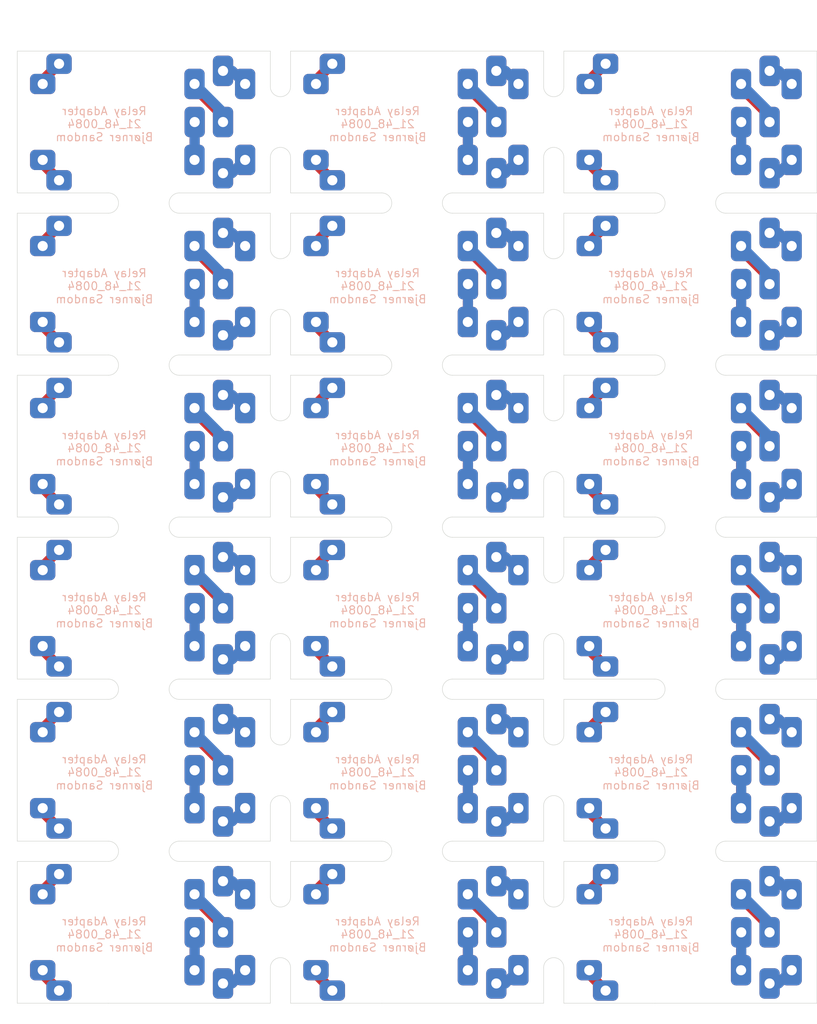
<source format=kicad_pcb>
(kicad_pcb (version 20171130) (host pcbnew "(5.1.10)-1")

  (general
    (thickness 1.6)
    (drawings 288)
    (tracks 360)
    (zones 0)
    (modules 63)
    (nets 7)
  )

  (page A4)
  (layers
    (0 F.Cu signal)
    (31 B.Cu signal)
    (32 B.Adhes user)
    (33 F.Adhes user)
    (34 B.Paste user)
    (35 F.Paste user)
    (36 B.SilkS user)
    (37 F.SilkS user)
    (38 B.Mask user)
    (39 F.Mask user)
    (40 Dwgs.User user)
    (41 Cmts.User user)
    (42 Eco1.User user)
    (43 Eco2.User user)
    (44 Edge.Cuts user)
    (45 Margin user)
    (46 B.CrtYd user)
    (47 F.CrtYd user)
    (48 B.Fab user)
    (49 F.Fab user)
  )

  (setup
    (last_trace_width 0.25)
    (trace_clearance 0.2)
    (zone_clearance 0.508)
    (zone_45_only no)
    (trace_min 0.2)
    (via_size 0.8)
    (via_drill 0.4)
    (via_min_size 0.4)
    (via_min_drill 0.3)
    (uvia_size 0.3)
    (uvia_drill 0.1)
    (uvias_allowed no)
    (uvia_min_size 0.2)
    (uvia_min_drill 0.1)
    (edge_width 0.05)
    (segment_width 0.2)
    (pcb_text_width 0.3)
    (pcb_text_size 1.5 1.5)
    (mod_edge_width 0.12)
    (mod_text_size 1 1)
    (mod_text_width 0.15)
    (pad_size 1.524 1.524)
    (pad_drill 0.762)
    (pad_to_mask_clearance 0)
    (aux_axis_origin 0 0)
    (visible_elements 7FFFF7FF)
    (pcbplotparams
      (layerselection 0x010f0_ffffffff)
      (usegerberextensions true)
      (usegerberattributes true)
      (usegerberadvancedattributes true)
      (creategerberjobfile false)
      (excludeedgelayer true)
      (linewidth 0.100000)
      (plotframeref false)
      (viasonmask false)
      (mode 1)
      (useauxorigin false)
      (hpglpennumber 1)
      (hpglpenspeed 20)
      (hpglpendiameter 15.000000)
      (psnegative false)
      (psa4output false)
      (plotreference true)
      (plotvalue false)
      (plotinvisibletext false)
      (padsonsilk false)
      (subtractmaskfromsilk true)
      (outputformat 1)
      (mirror false)
      (drillshape 0)
      (scaleselection 1)
      (outputdirectory "gerber/"))
  )

  (net 0 "")
  (net 1 "Net-(K1-Pad6)")
  (net 2 "Net-(K1-Pad5)")
  (net 3 "Net-(K1-Pad4)")
  (net 4 "Net-(K1-Pad3)")
  (net 5 "Net-(K1-Pad2)")
  (net 6 "Net-(K1-Pad1)")

  (net_class Default "This is the default net class."
    (clearance 0.2)
    (trace_width 0.25)
    (via_dia 0.8)
    (via_drill 0.4)
    (uvia_dia 0.3)
    (uvia_drill 0.1)
    (add_net "Net-(K1-Pad1)")
    (add_net "Net-(K1-Pad2)")
    (add_net "Net-(K1-Pad3)")
    (add_net "Net-(K1-Pad4)")
    (add_net "Net-(K1-Pad5)")
    (add_net "Net-(K1-Pad6)")
  )

  (module myDevices:Panelization_mouse-bite-5mm (layer F.Cu) (tedit 61A79D85) (tstamp 61A85A5E)
    (at 113 118)
    (fp_text reference mouse-bite-2mm-slot (at 0 -2) (layer F.SilkS) hide
      (effects (font (size 1 1) (thickness 0.2)))
    )
    (fp_text value VAL** (at 0 2.1) (layer F.SilkS) hide
      (effects (font (size 1 1) (thickness 0.2)))
    )
    (fp_text user mouse-bite-2mm-slot (at 0.75 -2) (layer F.SilkS) hide
      (effects (font (size 1 1) (thickness 0.2)))
    )
    (fp_arc (start -2 0) (end -2 -1) (angle 180) (layer Dwgs.User) (width 0.1))
    (fp_arc (start 5 0) (end 5 1) (angle 180) (layer Dwgs.User) (width 0.1))
    (fp_circle (center 2 0) (end 2.06 0) (layer Dwgs.User) (width 0.05))
    (fp_circle (center -2 0) (end -2 -0.06) (layer Dwgs.User) (width 0.05))
    (fp_line (start -2 0) (end -2 0) (layer Eco1.User) (width 2))
    (fp_line (start 5 0) (end 5 0) (layer Eco1.User) (width 2))
    (pad "" np_thru_hole circle (at 3.75 -0.75) (size 0.5 0.5) (drill 0.5) (layers *.Cu *.Mask))
    (pad "" np_thru_hole circle (at 3.75 0.75) (size 0.5 0.5) (drill 0.5) (layers *.Cu *.Mask))
    (pad "" np_thru_hole circle (at 3 0.75) (size 0.5 0.5) (drill 0.5) (layers *.Cu *.Mask))
    (pad "" np_thru_hole circle (at 1.5 0.75) (size 0.5 0.5) (drill 0.5) (layers *.Cu *.Mask))
    (pad "" np_thru_hole circle (at 3 -0.75) (size 0.5 0.5) (drill 0.5) (layers *.Cu *.Mask))
    (pad "" np_thru_hole circle (at 2.25 0.75) (size 0.5 0.5) (drill 0.5) (layers *.Cu *.Mask))
    (pad "" np_thru_hole circle (at 2.25 -0.75) (size 0.5 0.5) (drill 0.5) (layers *.Cu *.Mask))
    (pad "" np_thru_hole circle (at 1.5 -0.75) (size 0.5 0.5) (drill 0.5) (layers *.Cu *.Mask))
    (pad "" np_thru_hole circle (at 0 -0.75) (size 0.5 0.5) (drill 0.5) (layers *.Cu *.Mask))
    (pad "" np_thru_hole circle (at 0 0.75) (size 0.5 0.5) (drill 0.5) (layers *.Cu *.Mask))
    (pad "" np_thru_hole circle (at 0.75 -0.75) (size 0.5 0.5) (drill 0.5) (layers *.Cu *.Mask))
    (pad "" np_thru_hole circle (at -0.75 -0.75) (size 0.5 0.5) (drill 0.5) (layers *.Cu *.Mask))
    (pad "" np_thru_hole circle (at -0.75 0.75) (size 0.5 0.5) (drill 0.5) (layers *.Cu *.Mask))
    (pad "" np_thru_hole circle (at 0.75 0.75) (size 0.5 0.5) (drill 0.5) (layers *.Cu *.Mask))
  )

  (module myDevices:Panelization_mouse-bite-5mm (layer F.Cu) (tedit 61A79D85) (tstamp 61A85A2E)
    (at 86 118)
    (fp_text reference mouse-bite-2mm-slot (at 0 -2) (layer F.SilkS) hide
      (effects (font (size 1 1) (thickness 0.2)))
    )
    (fp_text value VAL** (at 0 2.1) (layer F.SilkS) hide
      (effects (font (size 1 1) (thickness 0.2)))
    )
    (fp_text user mouse-bite-2mm-slot (at 0.75 -2) (layer F.SilkS) hide
      (effects (font (size 1 1) (thickness 0.2)))
    )
    (fp_arc (start -2 0) (end -2 -1) (angle 180) (layer Dwgs.User) (width 0.1))
    (fp_arc (start 5 0) (end 5 1) (angle 180) (layer Dwgs.User) (width 0.1))
    (fp_circle (center 2 0) (end 2.06 0) (layer Dwgs.User) (width 0.05))
    (fp_circle (center -2 0) (end -2 -0.06) (layer Dwgs.User) (width 0.05))
    (fp_line (start -2 0) (end -2 0) (layer Eco1.User) (width 2))
    (fp_line (start 5 0) (end 5 0) (layer Eco1.User) (width 2))
    (pad "" np_thru_hole circle (at 3.75 -0.75) (size 0.5 0.5) (drill 0.5) (layers *.Cu *.Mask))
    (pad "" np_thru_hole circle (at 3.75 0.75) (size 0.5 0.5) (drill 0.5) (layers *.Cu *.Mask))
    (pad "" np_thru_hole circle (at 3 0.75) (size 0.5 0.5) (drill 0.5) (layers *.Cu *.Mask))
    (pad "" np_thru_hole circle (at 1.5 0.75) (size 0.5 0.5) (drill 0.5) (layers *.Cu *.Mask))
    (pad "" np_thru_hole circle (at 3 -0.75) (size 0.5 0.5) (drill 0.5) (layers *.Cu *.Mask))
    (pad "" np_thru_hole circle (at 2.25 0.75) (size 0.5 0.5) (drill 0.5) (layers *.Cu *.Mask))
    (pad "" np_thru_hole circle (at 2.25 -0.75) (size 0.5 0.5) (drill 0.5) (layers *.Cu *.Mask))
    (pad "" np_thru_hole circle (at 1.5 -0.75) (size 0.5 0.5) (drill 0.5) (layers *.Cu *.Mask))
    (pad "" np_thru_hole circle (at 0 -0.75) (size 0.5 0.5) (drill 0.5) (layers *.Cu *.Mask))
    (pad "" np_thru_hole circle (at 0 0.75) (size 0.5 0.5) (drill 0.5) (layers *.Cu *.Mask))
    (pad "" np_thru_hole circle (at 0.75 -0.75) (size 0.5 0.5) (drill 0.5) (layers *.Cu *.Mask))
    (pad "" np_thru_hole circle (at -0.75 -0.75) (size 0.5 0.5) (drill 0.5) (layers *.Cu *.Mask))
    (pad "" np_thru_hole circle (at -0.75 0.75) (size 0.5 0.5) (drill 0.5) (layers *.Cu *.Mask))
    (pad "" np_thru_hole circle (at 0.75 0.75) (size 0.5 0.5) (drill 0.5) (layers *.Cu *.Mask))
  )

  (module myDevices:Panelization_mouse-bite-5mm (layer F.Cu) (tedit 61A79D85) (tstamp 61A859FE)
    (at 59 118)
    (fp_text reference mouse-bite-2mm-slot (at 0 -2) (layer F.SilkS) hide
      (effects (font (size 1 1) (thickness 0.2)))
    )
    (fp_text value VAL** (at 0 2.1) (layer F.SilkS) hide
      (effects (font (size 1 1) (thickness 0.2)))
    )
    (fp_text user mouse-bite-2mm-slot (at 0.75 -2) (layer F.SilkS) hide
      (effects (font (size 1 1) (thickness 0.2)))
    )
    (fp_arc (start -2 0) (end -2 -1) (angle 180) (layer Dwgs.User) (width 0.1))
    (fp_arc (start 5 0) (end 5 1) (angle 180) (layer Dwgs.User) (width 0.1))
    (fp_circle (center 2 0) (end 2.06 0) (layer Dwgs.User) (width 0.05))
    (fp_circle (center -2 0) (end -2 -0.06) (layer Dwgs.User) (width 0.05))
    (fp_line (start -2 0) (end -2 0) (layer Eco1.User) (width 2))
    (fp_line (start 5 0) (end 5 0) (layer Eco1.User) (width 2))
    (pad "" np_thru_hole circle (at 3.75 -0.75) (size 0.5 0.5) (drill 0.5) (layers *.Cu *.Mask))
    (pad "" np_thru_hole circle (at 3.75 0.75) (size 0.5 0.5) (drill 0.5) (layers *.Cu *.Mask))
    (pad "" np_thru_hole circle (at 3 0.75) (size 0.5 0.5) (drill 0.5) (layers *.Cu *.Mask))
    (pad "" np_thru_hole circle (at 1.5 0.75) (size 0.5 0.5) (drill 0.5) (layers *.Cu *.Mask))
    (pad "" np_thru_hole circle (at 3 -0.75) (size 0.5 0.5) (drill 0.5) (layers *.Cu *.Mask))
    (pad "" np_thru_hole circle (at 2.25 0.75) (size 0.5 0.5) (drill 0.5) (layers *.Cu *.Mask))
    (pad "" np_thru_hole circle (at 2.25 -0.75) (size 0.5 0.5) (drill 0.5) (layers *.Cu *.Mask))
    (pad "" np_thru_hole circle (at 1.5 -0.75) (size 0.5 0.5) (drill 0.5) (layers *.Cu *.Mask))
    (pad "" np_thru_hole circle (at 0 -0.75) (size 0.5 0.5) (drill 0.5) (layers *.Cu *.Mask))
    (pad "" np_thru_hole circle (at 0 0.75) (size 0.5 0.5) (drill 0.5) (layers *.Cu *.Mask))
    (pad "" np_thru_hole circle (at 0.75 -0.75) (size 0.5 0.5) (drill 0.5) (layers *.Cu *.Mask))
    (pad "" np_thru_hole circle (at -0.75 -0.75) (size 0.5 0.5) (drill 0.5) (layers *.Cu *.Mask))
    (pad "" np_thru_hole circle (at -0.75 0.75) (size 0.5 0.5) (drill 0.5) (layers *.Cu *.Mask))
    (pad "" np_thru_hole circle (at 0.75 0.75) (size 0.5 0.5) (drill 0.5) (layers *.Cu *.Mask))
  )

  (module myDevices:Panelization_mouse-bite-5mm (layer F.Cu) (tedit 61A79D85) (tstamp 61A859CE)
    (at 113 102)
    (fp_text reference mouse-bite-2mm-slot (at 0 -2) (layer F.SilkS) hide
      (effects (font (size 1 1) (thickness 0.2)))
    )
    (fp_text value VAL** (at 0 2.1) (layer F.SilkS) hide
      (effects (font (size 1 1) (thickness 0.2)))
    )
    (fp_text user mouse-bite-2mm-slot (at 0.75 -2) (layer F.SilkS) hide
      (effects (font (size 1 1) (thickness 0.2)))
    )
    (fp_arc (start -2 0) (end -2 -1) (angle 180) (layer Dwgs.User) (width 0.1))
    (fp_arc (start 5 0) (end 5 1) (angle 180) (layer Dwgs.User) (width 0.1))
    (fp_circle (center 2 0) (end 2.06 0) (layer Dwgs.User) (width 0.05))
    (fp_circle (center -2 0) (end -2 -0.06) (layer Dwgs.User) (width 0.05))
    (fp_line (start -2 0) (end -2 0) (layer Eco1.User) (width 2))
    (fp_line (start 5 0) (end 5 0) (layer Eco1.User) (width 2))
    (pad "" np_thru_hole circle (at 3.75 -0.75) (size 0.5 0.5) (drill 0.5) (layers *.Cu *.Mask))
    (pad "" np_thru_hole circle (at 3.75 0.75) (size 0.5 0.5) (drill 0.5) (layers *.Cu *.Mask))
    (pad "" np_thru_hole circle (at 3 0.75) (size 0.5 0.5) (drill 0.5) (layers *.Cu *.Mask))
    (pad "" np_thru_hole circle (at 1.5 0.75) (size 0.5 0.5) (drill 0.5) (layers *.Cu *.Mask))
    (pad "" np_thru_hole circle (at 3 -0.75) (size 0.5 0.5) (drill 0.5) (layers *.Cu *.Mask))
    (pad "" np_thru_hole circle (at 2.25 0.75) (size 0.5 0.5) (drill 0.5) (layers *.Cu *.Mask))
    (pad "" np_thru_hole circle (at 2.25 -0.75) (size 0.5 0.5) (drill 0.5) (layers *.Cu *.Mask))
    (pad "" np_thru_hole circle (at 1.5 -0.75) (size 0.5 0.5) (drill 0.5) (layers *.Cu *.Mask))
    (pad "" np_thru_hole circle (at 0 -0.75) (size 0.5 0.5) (drill 0.5) (layers *.Cu *.Mask))
    (pad "" np_thru_hole circle (at 0 0.75) (size 0.5 0.5) (drill 0.5) (layers *.Cu *.Mask))
    (pad "" np_thru_hole circle (at 0.75 -0.75) (size 0.5 0.5) (drill 0.5) (layers *.Cu *.Mask))
    (pad "" np_thru_hole circle (at -0.75 -0.75) (size 0.5 0.5) (drill 0.5) (layers *.Cu *.Mask))
    (pad "" np_thru_hole circle (at -0.75 0.75) (size 0.5 0.5) (drill 0.5) (layers *.Cu *.Mask))
    (pad "" np_thru_hole circle (at 0.75 0.75) (size 0.5 0.5) (drill 0.5) (layers *.Cu *.Mask))
  )

  (module myDevices:Panelization_mouse-bite-5mm (layer F.Cu) (tedit 61A79D85) (tstamp 61A8599E)
    (at 86 102)
    (fp_text reference mouse-bite-2mm-slot (at 0 -2) (layer F.SilkS) hide
      (effects (font (size 1 1) (thickness 0.2)))
    )
    (fp_text value VAL** (at 0 2.1) (layer F.SilkS) hide
      (effects (font (size 1 1) (thickness 0.2)))
    )
    (fp_text user mouse-bite-2mm-slot (at 0.75 -2) (layer F.SilkS) hide
      (effects (font (size 1 1) (thickness 0.2)))
    )
    (fp_arc (start -2 0) (end -2 -1) (angle 180) (layer Dwgs.User) (width 0.1))
    (fp_arc (start 5 0) (end 5 1) (angle 180) (layer Dwgs.User) (width 0.1))
    (fp_circle (center 2 0) (end 2.06 0) (layer Dwgs.User) (width 0.05))
    (fp_circle (center -2 0) (end -2 -0.06) (layer Dwgs.User) (width 0.05))
    (fp_line (start -2 0) (end -2 0) (layer Eco1.User) (width 2))
    (fp_line (start 5 0) (end 5 0) (layer Eco1.User) (width 2))
    (pad "" np_thru_hole circle (at 3.75 -0.75) (size 0.5 0.5) (drill 0.5) (layers *.Cu *.Mask))
    (pad "" np_thru_hole circle (at 3.75 0.75) (size 0.5 0.5) (drill 0.5) (layers *.Cu *.Mask))
    (pad "" np_thru_hole circle (at 3 0.75) (size 0.5 0.5) (drill 0.5) (layers *.Cu *.Mask))
    (pad "" np_thru_hole circle (at 1.5 0.75) (size 0.5 0.5) (drill 0.5) (layers *.Cu *.Mask))
    (pad "" np_thru_hole circle (at 3 -0.75) (size 0.5 0.5) (drill 0.5) (layers *.Cu *.Mask))
    (pad "" np_thru_hole circle (at 2.25 0.75) (size 0.5 0.5) (drill 0.5) (layers *.Cu *.Mask))
    (pad "" np_thru_hole circle (at 2.25 -0.75) (size 0.5 0.5) (drill 0.5) (layers *.Cu *.Mask))
    (pad "" np_thru_hole circle (at 1.5 -0.75) (size 0.5 0.5) (drill 0.5) (layers *.Cu *.Mask))
    (pad "" np_thru_hole circle (at 0 -0.75) (size 0.5 0.5) (drill 0.5) (layers *.Cu *.Mask))
    (pad "" np_thru_hole circle (at 0 0.75) (size 0.5 0.5) (drill 0.5) (layers *.Cu *.Mask))
    (pad "" np_thru_hole circle (at 0.75 -0.75) (size 0.5 0.5) (drill 0.5) (layers *.Cu *.Mask))
    (pad "" np_thru_hole circle (at -0.75 -0.75) (size 0.5 0.5) (drill 0.5) (layers *.Cu *.Mask))
    (pad "" np_thru_hole circle (at -0.75 0.75) (size 0.5 0.5) (drill 0.5) (layers *.Cu *.Mask))
    (pad "" np_thru_hole circle (at 0.75 0.75) (size 0.5 0.5) (drill 0.5) (layers *.Cu *.Mask))
  )

  (module myDevices:Panelization_mouse-bite-5mm (layer F.Cu) (tedit 61A79D85) (tstamp 61A8596E)
    (at 59 102)
    (fp_text reference mouse-bite-2mm-slot (at 0 -2) (layer F.SilkS) hide
      (effects (font (size 1 1) (thickness 0.2)))
    )
    (fp_text value VAL** (at 0 2.1) (layer F.SilkS) hide
      (effects (font (size 1 1) (thickness 0.2)))
    )
    (fp_text user mouse-bite-2mm-slot (at 0.75 -2) (layer F.SilkS) hide
      (effects (font (size 1 1) (thickness 0.2)))
    )
    (fp_arc (start -2 0) (end -2 -1) (angle 180) (layer Dwgs.User) (width 0.1))
    (fp_arc (start 5 0) (end 5 1) (angle 180) (layer Dwgs.User) (width 0.1))
    (fp_circle (center 2 0) (end 2.06 0) (layer Dwgs.User) (width 0.05))
    (fp_circle (center -2 0) (end -2 -0.06) (layer Dwgs.User) (width 0.05))
    (fp_line (start -2 0) (end -2 0) (layer Eco1.User) (width 2))
    (fp_line (start 5 0) (end 5 0) (layer Eco1.User) (width 2))
    (pad "" np_thru_hole circle (at 3.75 -0.75) (size 0.5 0.5) (drill 0.5) (layers *.Cu *.Mask))
    (pad "" np_thru_hole circle (at 3.75 0.75) (size 0.5 0.5) (drill 0.5) (layers *.Cu *.Mask))
    (pad "" np_thru_hole circle (at 3 0.75) (size 0.5 0.5) (drill 0.5) (layers *.Cu *.Mask))
    (pad "" np_thru_hole circle (at 1.5 0.75) (size 0.5 0.5) (drill 0.5) (layers *.Cu *.Mask))
    (pad "" np_thru_hole circle (at 3 -0.75) (size 0.5 0.5) (drill 0.5) (layers *.Cu *.Mask))
    (pad "" np_thru_hole circle (at 2.25 0.75) (size 0.5 0.5) (drill 0.5) (layers *.Cu *.Mask))
    (pad "" np_thru_hole circle (at 2.25 -0.75) (size 0.5 0.5) (drill 0.5) (layers *.Cu *.Mask))
    (pad "" np_thru_hole circle (at 1.5 -0.75) (size 0.5 0.5) (drill 0.5) (layers *.Cu *.Mask))
    (pad "" np_thru_hole circle (at 0 -0.75) (size 0.5 0.5) (drill 0.5) (layers *.Cu *.Mask))
    (pad "" np_thru_hole circle (at 0 0.75) (size 0.5 0.5) (drill 0.5) (layers *.Cu *.Mask))
    (pad "" np_thru_hole circle (at 0.75 -0.75) (size 0.5 0.5) (drill 0.5) (layers *.Cu *.Mask))
    (pad "" np_thru_hole circle (at -0.75 -0.75) (size 0.5 0.5) (drill 0.5) (layers *.Cu *.Mask))
    (pad "" np_thru_hole circle (at -0.75 0.75) (size 0.5 0.5) (drill 0.5) (layers *.Cu *.Mask))
    (pad "" np_thru_hole circle (at 0.75 0.75) (size 0.5 0.5) (drill 0.5) (layers *.Cu *.Mask))
  )

  (module myDevices:Panelization_mouse-bite-5mm (layer F.Cu) (tedit 61A79D85) (tstamp 61A8593E)
    (at 113 86)
    (fp_text reference mouse-bite-2mm-slot (at 0 -2) (layer F.SilkS) hide
      (effects (font (size 1 1) (thickness 0.2)))
    )
    (fp_text value VAL** (at 0 2.1) (layer F.SilkS) hide
      (effects (font (size 1 1) (thickness 0.2)))
    )
    (fp_text user mouse-bite-2mm-slot (at 0.75 -2) (layer F.SilkS) hide
      (effects (font (size 1 1) (thickness 0.2)))
    )
    (fp_arc (start -2 0) (end -2 -1) (angle 180) (layer Dwgs.User) (width 0.1))
    (fp_arc (start 5 0) (end 5 1) (angle 180) (layer Dwgs.User) (width 0.1))
    (fp_circle (center 2 0) (end 2.06 0) (layer Dwgs.User) (width 0.05))
    (fp_circle (center -2 0) (end -2 -0.06) (layer Dwgs.User) (width 0.05))
    (fp_line (start -2 0) (end -2 0) (layer Eco1.User) (width 2))
    (fp_line (start 5 0) (end 5 0) (layer Eco1.User) (width 2))
    (pad "" np_thru_hole circle (at 3.75 -0.75) (size 0.5 0.5) (drill 0.5) (layers *.Cu *.Mask))
    (pad "" np_thru_hole circle (at 3.75 0.75) (size 0.5 0.5) (drill 0.5) (layers *.Cu *.Mask))
    (pad "" np_thru_hole circle (at 3 0.75) (size 0.5 0.5) (drill 0.5) (layers *.Cu *.Mask))
    (pad "" np_thru_hole circle (at 1.5 0.75) (size 0.5 0.5) (drill 0.5) (layers *.Cu *.Mask))
    (pad "" np_thru_hole circle (at 3 -0.75) (size 0.5 0.5) (drill 0.5) (layers *.Cu *.Mask))
    (pad "" np_thru_hole circle (at 2.25 0.75) (size 0.5 0.5) (drill 0.5) (layers *.Cu *.Mask))
    (pad "" np_thru_hole circle (at 2.25 -0.75) (size 0.5 0.5) (drill 0.5) (layers *.Cu *.Mask))
    (pad "" np_thru_hole circle (at 1.5 -0.75) (size 0.5 0.5) (drill 0.5) (layers *.Cu *.Mask))
    (pad "" np_thru_hole circle (at 0 -0.75) (size 0.5 0.5) (drill 0.5) (layers *.Cu *.Mask))
    (pad "" np_thru_hole circle (at 0 0.75) (size 0.5 0.5) (drill 0.5) (layers *.Cu *.Mask))
    (pad "" np_thru_hole circle (at 0.75 -0.75) (size 0.5 0.5) (drill 0.5) (layers *.Cu *.Mask))
    (pad "" np_thru_hole circle (at -0.75 -0.75) (size 0.5 0.5) (drill 0.5) (layers *.Cu *.Mask))
    (pad "" np_thru_hole circle (at -0.75 0.75) (size 0.5 0.5) (drill 0.5) (layers *.Cu *.Mask))
    (pad "" np_thru_hole circle (at 0.75 0.75) (size 0.5 0.5) (drill 0.5) (layers *.Cu *.Mask))
  )

  (module myDevices:Panelization_mouse-bite-5mm (layer F.Cu) (tedit 61A79D85) (tstamp 61A8590E)
    (at 86 86)
    (fp_text reference mouse-bite-2mm-slot (at 0 -2) (layer F.SilkS) hide
      (effects (font (size 1 1) (thickness 0.2)))
    )
    (fp_text value VAL** (at 0 2.1) (layer F.SilkS) hide
      (effects (font (size 1 1) (thickness 0.2)))
    )
    (fp_text user mouse-bite-2mm-slot (at 0.75 -2) (layer F.SilkS) hide
      (effects (font (size 1 1) (thickness 0.2)))
    )
    (fp_arc (start -2 0) (end -2 -1) (angle 180) (layer Dwgs.User) (width 0.1))
    (fp_arc (start 5 0) (end 5 1) (angle 180) (layer Dwgs.User) (width 0.1))
    (fp_circle (center 2 0) (end 2.06 0) (layer Dwgs.User) (width 0.05))
    (fp_circle (center -2 0) (end -2 -0.06) (layer Dwgs.User) (width 0.05))
    (fp_line (start -2 0) (end -2 0) (layer Eco1.User) (width 2))
    (fp_line (start 5 0) (end 5 0) (layer Eco1.User) (width 2))
    (pad "" np_thru_hole circle (at 3.75 -0.75) (size 0.5 0.5) (drill 0.5) (layers *.Cu *.Mask))
    (pad "" np_thru_hole circle (at 3.75 0.75) (size 0.5 0.5) (drill 0.5) (layers *.Cu *.Mask))
    (pad "" np_thru_hole circle (at 3 0.75) (size 0.5 0.5) (drill 0.5) (layers *.Cu *.Mask))
    (pad "" np_thru_hole circle (at 1.5 0.75) (size 0.5 0.5) (drill 0.5) (layers *.Cu *.Mask))
    (pad "" np_thru_hole circle (at 3 -0.75) (size 0.5 0.5) (drill 0.5) (layers *.Cu *.Mask))
    (pad "" np_thru_hole circle (at 2.25 0.75) (size 0.5 0.5) (drill 0.5) (layers *.Cu *.Mask))
    (pad "" np_thru_hole circle (at 2.25 -0.75) (size 0.5 0.5) (drill 0.5) (layers *.Cu *.Mask))
    (pad "" np_thru_hole circle (at 1.5 -0.75) (size 0.5 0.5) (drill 0.5) (layers *.Cu *.Mask))
    (pad "" np_thru_hole circle (at 0 -0.75) (size 0.5 0.5) (drill 0.5) (layers *.Cu *.Mask))
    (pad "" np_thru_hole circle (at 0 0.75) (size 0.5 0.5) (drill 0.5) (layers *.Cu *.Mask))
    (pad "" np_thru_hole circle (at 0.75 -0.75) (size 0.5 0.5) (drill 0.5) (layers *.Cu *.Mask))
    (pad "" np_thru_hole circle (at -0.75 -0.75) (size 0.5 0.5) (drill 0.5) (layers *.Cu *.Mask))
    (pad "" np_thru_hole circle (at -0.75 0.75) (size 0.5 0.5) (drill 0.5) (layers *.Cu *.Mask))
    (pad "" np_thru_hole circle (at 0.75 0.75) (size 0.5 0.5) (drill 0.5) (layers *.Cu *.Mask))
  )

  (module myDevices:Panelization_mouse-bite-5mm (layer F.Cu) (tedit 61A79D85) (tstamp 61A858DE)
    (at 59 86)
    (fp_text reference mouse-bite-2mm-slot (at 0 -2) (layer F.SilkS) hide
      (effects (font (size 1 1) (thickness 0.2)))
    )
    (fp_text value VAL** (at 0 2.1) (layer F.SilkS) hide
      (effects (font (size 1 1) (thickness 0.2)))
    )
    (fp_text user mouse-bite-2mm-slot (at 0.75 -2) (layer F.SilkS) hide
      (effects (font (size 1 1) (thickness 0.2)))
    )
    (fp_arc (start -2 0) (end -2 -1) (angle 180) (layer Dwgs.User) (width 0.1))
    (fp_arc (start 5 0) (end 5 1) (angle 180) (layer Dwgs.User) (width 0.1))
    (fp_circle (center 2 0) (end 2.06 0) (layer Dwgs.User) (width 0.05))
    (fp_circle (center -2 0) (end -2 -0.06) (layer Dwgs.User) (width 0.05))
    (fp_line (start -2 0) (end -2 0) (layer Eco1.User) (width 2))
    (fp_line (start 5 0) (end 5 0) (layer Eco1.User) (width 2))
    (pad "" np_thru_hole circle (at 3.75 -0.75) (size 0.5 0.5) (drill 0.5) (layers *.Cu *.Mask))
    (pad "" np_thru_hole circle (at 3.75 0.75) (size 0.5 0.5) (drill 0.5) (layers *.Cu *.Mask))
    (pad "" np_thru_hole circle (at 3 0.75) (size 0.5 0.5) (drill 0.5) (layers *.Cu *.Mask))
    (pad "" np_thru_hole circle (at 1.5 0.75) (size 0.5 0.5) (drill 0.5) (layers *.Cu *.Mask))
    (pad "" np_thru_hole circle (at 3 -0.75) (size 0.5 0.5) (drill 0.5) (layers *.Cu *.Mask))
    (pad "" np_thru_hole circle (at 2.25 0.75) (size 0.5 0.5) (drill 0.5) (layers *.Cu *.Mask))
    (pad "" np_thru_hole circle (at 2.25 -0.75) (size 0.5 0.5) (drill 0.5) (layers *.Cu *.Mask))
    (pad "" np_thru_hole circle (at 1.5 -0.75) (size 0.5 0.5) (drill 0.5) (layers *.Cu *.Mask))
    (pad "" np_thru_hole circle (at 0 -0.75) (size 0.5 0.5) (drill 0.5) (layers *.Cu *.Mask))
    (pad "" np_thru_hole circle (at 0 0.75) (size 0.5 0.5) (drill 0.5) (layers *.Cu *.Mask))
    (pad "" np_thru_hole circle (at 0.75 -0.75) (size 0.5 0.5) (drill 0.5) (layers *.Cu *.Mask))
    (pad "" np_thru_hole circle (at -0.75 -0.75) (size 0.5 0.5) (drill 0.5) (layers *.Cu *.Mask))
    (pad "" np_thru_hole circle (at -0.75 0.75) (size 0.5 0.5) (drill 0.5) (layers *.Cu *.Mask))
    (pad "" np_thru_hole circle (at 0.75 0.75) (size 0.5 0.5) (drill 0.5) (layers *.Cu *.Mask))
  )

  (module myDevices:Panelization_mouse-bite-5mm (layer F.Cu) (tedit 61A79D85) (tstamp 61A858AE)
    (at 113 70)
    (fp_text reference mouse-bite-2mm-slot (at 0 -2) (layer F.SilkS) hide
      (effects (font (size 1 1) (thickness 0.2)))
    )
    (fp_text value VAL** (at 0 2.1) (layer F.SilkS) hide
      (effects (font (size 1 1) (thickness 0.2)))
    )
    (fp_text user mouse-bite-2mm-slot (at 0.75 -2) (layer F.SilkS) hide
      (effects (font (size 1 1) (thickness 0.2)))
    )
    (fp_arc (start -2 0) (end -2 -1) (angle 180) (layer Dwgs.User) (width 0.1))
    (fp_arc (start 5 0) (end 5 1) (angle 180) (layer Dwgs.User) (width 0.1))
    (fp_circle (center 2 0) (end 2.06 0) (layer Dwgs.User) (width 0.05))
    (fp_circle (center -2 0) (end -2 -0.06) (layer Dwgs.User) (width 0.05))
    (fp_line (start -2 0) (end -2 0) (layer Eco1.User) (width 2))
    (fp_line (start 5 0) (end 5 0) (layer Eco1.User) (width 2))
    (pad "" np_thru_hole circle (at 3.75 -0.75) (size 0.5 0.5) (drill 0.5) (layers *.Cu *.Mask))
    (pad "" np_thru_hole circle (at 3.75 0.75) (size 0.5 0.5) (drill 0.5) (layers *.Cu *.Mask))
    (pad "" np_thru_hole circle (at 3 0.75) (size 0.5 0.5) (drill 0.5) (layers *.Cu *.Mask))
    (pad "" np_thru_hole circle (at 1.5 0.75) (size 0.5 0.5) (drill 0.5) (layers *.Cu *.Mask))
    (pad "" np_thru_hole circle (at 3 -0.75) (size 0.5 0.5) (drill 0.5) (layers *.Cu *.Mask))
    (pad "" np_thru_hole circle (at 2.25 0.75) (size 0.5 0.5) (drill 0.5) (layers *.Cu *.Mask))
    (pad "" np_thru_hole circle (at 2.25 -0.75) (size 0.5 0.5) (drill 0.5) (layers *.Cu *.Mask))
    (pad "" np_thru_hole circle (at 1.5 -0.75) (size 0.5 0.5) (drill 0.5) (layers *.Cu *.Mask))
    (pad "" np_thru_hole circle (at 0 -0.75) (size 0.5 0.5) (drill 0.5) (layers *.Cu *.Mask))
    (pad "" np_thru_hole circle (at 0 0.75) (size 0.5 0.5) (drill 0.5) (layers *.Cu *.Mask))
    (pad "" np_thru_hole circle (at 0.75 -0.75) (size 0.5 0.5) (drill 0.5) (layers *.Cu *.Mask))
    (pad "" np_thru_hole circle (at -0.75 -0.75) (size 0.5 0.5) (drill 0.5) (layers *.Cu *.Mask))
    (pad "" np_thru_hole circle (at -0.75 0.75) (size 0.5 0.5) (drill 0.5) (layers *.Cu *.Mask))
    (pad "" np_thru_hole circle (at 0.75 0.75) (size 0.5 0.5) (drill 0.5) (layers *.Cu *.Mask))
  )

  (module myDevices:Panelization_mouse-bite-5mm (layer F.Cu) (tedit 61A79D85) (tstamp 61A8587E)
    (at 86 70)
    (fp_text reference mouse-bite-2mm-slot (at 0 -2) (layer F.SilkS) hide
      (effects (font (size 1 1) (thickness 0.2)))
    )
    (fp_text value VAL** (at 0 2.1) (layer F.SilkS) hide
      (effects (font (size 1 1) (thickness 0.2)))
    )
    (fp_text user mouse-bite-2mm-slot (at 0.75 -2) (layer F.SilkS) hide
      (effects (font (size 1 1) (thickness 0.2)))
    )
    (fp_arc (start -2 0) (end -2 -1) (angle 180) (layer Dwgs.User) (width 0.1))
    (fp_arc (start 5 0) (end 5 1) (angle 180) (layer Dwgs.User) (width 0.1))
    (fp_circle (center 2 0) (end 2.06 0) (layer Dwgs.User) (width 0.05))
    (fp_circle (center -2 0) (end -2 -0.06) (layer Dwgs.User) (width 0.05))
    (fp_line (start -2 0) (end -2 0) (layer Eco1.User) (width 2))
    (fp_line (start 5 0) (end 5 0) (layer Eco1.User) (width 2))
    (pad "" np_thru_hole circle (at 3.75 -0.75) (size 0.5 0.5) (drill 0.5) (layers *.Cu *.Mask))
    (pad "" np_thru_hole circle (at 3.75 0.75) (size 0.5 0.5) (drill 0.5) (layers *.Cu *.Mask))
    (pad "" np_thru_hole circle (at 3 0.75) (size 0.5 0.5) (drill 0.5) (layers *.Cu *.Mask))
    (pad "" np_thru_hole circle (at 1.5 0.75) (size 0.5 0.5) (drill 0.5) (layers *.Cu *.Mask))
    (pad "" np_thru_hole circle (at 3 -0.75) (size 0.5 0.5) (drill 0.5) (layers *.Cu *.Mask))
    (pad "" np_thru_hole circle (at 2.25 0.75) (size 0.5 0.5) (drill 0.5) (layers *.Cu *.Mask))
    (pad "" np_thru_hole circle (at 2.25 -0.75) (size 0.5 0.5) (drill 0.5) (layers *.Cu *.Mask))
    (pad "" np_thru_hole circle (at 1.5 -0.75) (size 0.5 0.5) (drill 0.5) (layers *.Cu *.Mask))
    (pad "" np_thru_hole circle (at 0 -0.75) (size 0.5 0.5) (drill 0.5) (layers *.Cu *.Mask))
    (pad "" np_thru_hole circle (at 0 0.75) (size 0.5 0.5) (drill 0.5) (layers *.Cu *.Mask))
    (pad "" np_thru_hole circle (at 0.75 -0.75) (size 0.5 0.5) (drill 0.5) (layers *.Cu *.Mask))
    (pad "" np_thru_hole circle (at -0.75 -0.75) (size 0.5 0.5) (drill 0.5) (layers *.Cu *.Mask))
    (pad "" np_thru_hole circle (at -0.75 0.75) (size 0.5 0.5) (drill 0.5) (layers *.Cu *.Mask))
    (pad "" np_thru_hole circle (at 0.75 0.75) (size 0.5 0.5) (drill 0.5) (layers *.Cu *.Mask))
  )

  (module myDevices:Panelization_mouse-bite-5mm (layer F.Cu) (tedit 61A79D85) (tstamp 61A8584E)
    (at 59 70)
    (fp_text reference mouse-bite-2mm-slot (at 0 -2) (layer F.SilkS) hide
      (effects (font (size 1 1) (thickness 0.2)))
    )
    (fp_text value VAL** (at 0 2.1) (layer F.SilkS) hide
      (effects (font (size 1 1) (thickness 0.2)))
    )
    (fp_text user mouse-bite-2mm-slot (at 0.75 -2) (layer F.SilkS) hide
      (effects (font (size 1 1) (thickness 0.2)))
    )
    (fp_arc (start -2 0) (end -2 -1) (angle 180) (layer Dwgs.User) (width 0.1))
    (fp_arc (start 5 0) (end 5 1) (angle 180) (layer Dwgs.User) (width 0.1))
    (fp_circle (center 2 0) (end 2.06 0) (layer Dwgs.User) (width 0.05))
    (fp_circle (center -2 0) (end -2 -0.06) (layer Dwgs.User) (width 0.05))
    (fp_line (start -2 0) (end -2 0) (layer Eco1.User) (width 2))
    (fp_line (start 5 0) (end 5 0) (layer Eco1.User) (width 2))
    (pad "" np_thru_hole circle (at 3.75 -0.75) (size 0.5 0.5) (drill 0.5) (layers *.Cu *.Mask))
    (pad "" np_thru_hole circle (at 3.75 0.75) (size 0.5 0.5) (drill 0.5) (layers *.Cu *.Mask))
    (pad "" np_thru_hole circle (at 3 0.75) (size 0.5 0.5) (drill 0.5) (layers *.Cu *.Mask))
    (pad "" np_thru_hole circle (at 1.5 0.75) (size 0.5 0.5) (drill 0.5) (layers *.Cu *.Mask))
    (pad "" np_thru_hole circle (at 3 -0.75) (size 0.5 0.5) (drill 0.5) (layers *.Cu *.Mask))
    (pad "" np_thru_hole circle (at 2.25 0.75) (size 0.5 0.5) (drill 0.5) (layers *.Cu *.Mask))
    (pad "" np_thru_hole circle (at 2.25 -0.75) (size 0.5 0.5) (drill 0.5) (layers *.Cu *.Mask))
    (pad "" np_thru_hole circle (at 1.5 -0.75) (size 0.5 0.5) (drill 0.5) (layers *.Cu *.Mask))
    (pad "" np_thru_hole circle (at 0 -0.75) (size 0.5 0.5) (drill 0.5) (layers *.Cu *.Mask))
    (pad "" np_thru_hole circle (at 0 0.75) (size 0.5 0.5) (drill 0.5) (layers *.Cu *.Mask))
    (pad "" np_thru_hole circle (at 0.75 -0.75) (size 0.5 0.5) (drill 0.5) (layers *.Cu *.Mask))
    (pad "" np_thru_hole circle (at -0.75 -0.75) (size 0.5 0.5) (drill 0.5) (layers *.Cu *.Mask))
    (pad "" np_thru_hole circle (at -0.75 0.75) (size 0.5 0.5) (drill 0.5) (layers *.Cu *.Mask))
    (pad "" np_thru_hole circle (at 0.75 0.75) (size 0.5 0.5) (drill 0.5) (layers *.Cu *.Mask))
  )

  (module myDevices:Panelization_mouse-bite-5mm (layer F.Cu) (tedit 61A79D85) (tstamp 61A8581E)
    (at 113 54)
    (fp_text reference mouse-bite-2mm-slot (at 0 -2) (layer F.SilkS) hide
      (effects (font (size 1 1) (thickness 0.2)))
    )
    (fp_text value VAL** (at 0 2.1) (layer F.SilkS) hide
      (effects (font (size 1 1) (thickness 0.2)))
    )
    (fp_text user mouse-bite-2mm-slot (at 0.75 -2) (layer F.SilkS) hide
      (effects (font (size 1 1) (thickness 0.2)))
    )
    (fp_arc (start -2 0) (end -2 -1) (angle 180) (layer Dwgs.User) (width 0.1))
    (fp_arc (start 5 0) (end 5 1) (angle 180) (layer Dwgs.User) (width 0.1))
    (fp_circle (center 2 0) (end 2.06 0) (layer Dwgs.User) (width 0.05))
    (fp_circle (center -2 0) (end -2 -0.06) (layer Dwgs.User) (width 0.05))
    (fp_line (start -2 0) (end -2 0) (layer Eco1.User) (width 2))
    (fp_line (start 5 0) (end 5 0) (layer Eco1.User) (width 2))
    (pad "" np_thru_hole circle (at 3.75 -0.75) (size 0.5 0.5) (drill 0.5) (layers *.Cu *.Mask))
    (pad "" np_thru_hole circle (at 3.75 0.75) (size 0.5 0.5) (drill 0.5) (layers *.Cu *.Mask))
    (pad "" np_thru_hole circle (at 3 0.75) (size 0.5 0.5) (drill 0.5) (layers *.Cu *.Mask))
    (pad "" np_thru_hole circle (at 1.5 0.75) (size 0.5 0.5) (drill 0.5) (layers *.Cu *.Mask))
    (pad "" np_thru_hole circle (at 3 -0.75) (size 0.5 0.5) (drill 0.5) (layers *.Cu *.Mask))
    (pad "" np_thru_hole circle (at 2.25 0.75) (size 0.5 0.5) (drill 0.5) (layers *.Cu *.Mask))
    (pad "" np_thru_hole circle (at 2.25 -0.75) (size 0.5 0.5) (drill 0.5) (layers *.Cu *.Mask))
    (pad "" np_thru_hole circle (at 1.5 -0.75) (size 0.5 0.5) (drill 0.5) (layers *.Cu *.Mask))
    (pad "" np_thru_hole circle (at 0 -0.75) (size 0.5 0.5) (drill 0.5) (layers *.Cu *.Mask))
    (pad "" np_thru_hole circle (at 0 0.75) (size 0.5 0.5) (drill 0.5) (layers *.Cu *.Mask))
    (pad "" np_thru_hole circle (at 0.75 -0.75) (size 0.5 0.5) (drill 0.5) (layers *.Cu *.Mask))
    (pad "" np_thru_hole circle (at -0.75 -0.75) (size 0.5 0.5) (drill 0.5) (layers *.Cu *.Mask))
    (pad "" np_thru_hole circle (at -0.75 0.75) (size 0.5 0.5) (drill 0.5) (layers *.Cu *.Mask))
    (pad "" np_thru_hole circle (at 0.75 0.75) (size 0.5 0.5) (drill 0.5) (layers *.Cu *.Mask))
  )

  (module myDevices:Panelization_mouse-bite-5mm (layer F.Cu) (tedit 61A79D85) (tstamp 61A857EE)
    (at 86 54)
    (fp_text reference mouse-bite-2mm-slot (at 0 -2) (layer F.SilkS) hide
      (effects (font (size 1 1) (thickness 0.2)))
    )
    (fp_text value VAL** (at 0 2.1) (layer F.SilkS) hide
      (effects (font (size 1 1) (thickness 0.2)))
    )
    (fp_text user mouse-bite-2mm-slot (at 0.75 -2) (layer F.SilkS) hide
      (effects (font (size 1 1) (thickness 0.2)))
    )
    (fp_arc (start -2 0) (end -2 -1) (angle 180) (layer Dwgs.User) (width 0.1))
    (fp_arc (start 5 0) (end 5 1) (angle 180) (layer Dwgs.User) (width 0.1))
    (fp_circle (center 2 0) (end 2.06 0) (layer Dwgs.User) (width 0.05))
    (fp_circle (center -2 0) (end -2 -0.06) (layer Dwgs.User) (width 0.05))
    (fp_line (start -2 0) (end -2 0) (layer Eco1.User) (width 2))
    (fp_line (start 5 0) (end 5 0) (layer Eco1.User) (width 2))
    (pad "" np_thru_hole circle (at 3.75 -0.75) (size 0.5 0.5) (drill 0.5) (layers *.Cu *.Mask))
    (pad "" np_thru_hole circle (at 3.75 0.75) (size 0.5 0.5) (drill 0.5) (layers *.Cu *.Mask))
    (pad "" np_thru_hole circle (at 3 0.75) (size 0.5 0.5) (drill 0.5) (layers *.Cu *.Mask))
    (pad "" np_thru_hole circle (at 1.5 0.75) (size 0.5 0.5) (drill 0.5) (layers *.Cu *.Mask))
    (pad "" np_thru_hole circle (at 3 -0.75) (size 0.5 0.5) (drill 0.5) (layers *.Cu *.Mask))
    (pad "" np_thru_hole circle (at 2.25 0.75) (size 0.5 0.5) (drill 0.5) (layers *.Cu *.Mask))
    (pad "" np_thru_hole circle (at 2.25 -0.75) (size 0.5 0.5) (drill 0.5) (layers *.Cu *.Mask))
    (pad "" np_thru_hole circle (at 1.5 -0.75) (size 0.5 0.5) (drill 0.5) (layers *.Cu *.Mask))
    (pad "" np_thru_hole circle (at 0 -0.75) (size 0.5 0.5) (drill 0.5) (layers *.Cu *.Mask))
    (pad "" np_thru_hole circle (at 0 0.75) (size 0.5 0.5) (drill 0.5) (layers *.Cu *.Mask))
    (pad "" np_thru_hole circle (at 0.75 -0.75) (size 0.5 0.5) (drill 0.5) (layers *.Cu *.Mask))
    (pad "" np_thru_hole circle (at -0.75 -0.75) (size 0.5 0.5) (drill 0.5) (layers *.Cu *.Mask))
    (pad "" np_thru_hole circle (at -0.75 0.75) (size 0.5 0.5) (drill 0.5) (layers *.Cu *.Mask))
    (pad "" np_thru_hole circle (at 0.75 0.75) (size 0.5 0.5) (drill 0.5) (layers *.Cu *.Mask))
  )

  (module myDevices:Panelization_mouse-bite-5mm (layer F.Cu) (tedit 61A79D85) (tstamp 61A857BE)
    (at 59 54)
    (fp_text reference mouse-bite-2mm-slot (at 0 -2) (layer F.SilkS) hide
      (effects (font (size 1 1) (thickness 0.2)))
    )
    (fp_text value VAL** (at 0 2.1) (layer F.SilkS) hide
      (effects (font (size 1 1) (thickness 0.2)))
    )
    (fp_text user mouse-bite-2mm-slot (at 0.75 -2) (layer F.SilkS) hide
      (effects (font (size 1 1) (thickness 0.2)))
    )
    (fp_arc (start -2 0) (end -2 -1) (angle 180) (layer Dwgs.User) (width 0.1))
    (fp_arc (start 5 0) (end 5 1) (angle 180) (layer Dwgs.User) (width 0.1))
    (fp_circle (center 2 0) (end 2.06 0) (layer Dwgs.User) (width 0.05))
    (fp_circle (center -2 0) (end -2 -0.06) (layer Dwgs.User) (width 0.05))
    (fp_line (start -2 0) (end -2 0) (layer Eco1.User) (width 2))
    (fp_line (start 5 0) (end 5 0) (layer Eco1.User) (width 2))
    (pad "" np_thru_hole circle (at 3.75 -0.75) (size 0.5 0.5) (drill 0.5) (layers *.Cu *.Mask))
    (pad "" np_thru_hole circle (at 3.75 0.75) (size 0.5 0.5) (drill 0.5) (layers *.Cu *.Mask))
    (pad "" np_thru_hole circle (at 3 0.75) (size 0.5 0.5) (drill 0.5) (layers *.Cu *.Mask))
    (pad "" np_thru_hole circle (at 1.5 0.75) (size 0.5 0.5) (drill 0.5) (layers *.Cu *.Mask))
    (pad "" np_thru_hole circle (at 3 -0.75) (size 0.5 0.5) (drill 0.5) (layers *.Cu *.Mask))
    (pad "" np_thru_hole circle (at 2.25 0.75) (size 0.5 0.5) (drill 0.5) (layers *.Cu *.Mask))
    (pad "" np_thru_hole circle (at 2.25 -0.75) (size 0.5 0.5) (drill 0.5) (layers *.Cu *.Mask))
    (pad "" np_thru_hole circle (at 1.5 -0.75) (size 0.5 0.5) (drill 0.5) (layers *.Cu *.Mask))
    (pad "" np_thru_hole circle (at 0 -0.75) (size 0.5 0.5) (drill 0.5) (layers *.Cu *.Mask))
    (pad "" np_thru_hole circle (at 0 0.75) (size 0.5 0.5) (drill 0.5) (layers *.Cu *.Mask))
    (pad "" np_thru_hole circle (at 0.75 -0.75) (size 0.5 0.5) (drill 0.5) (layers *.Cu *.Mask))
    (pad "" np_thru_hole circle (at -0.75 -0.75) (size 0.5 0.5) (drill 0.5) (layers *.Cu *.Mask))
    (pad "" np_thru_hole circle (at -0.75 0.75) (size 0.5 0.5) (drill 0.5) (layers *.Cu *.Mask))
    (pad "" np_thru_hole circle (at 0.75 0.75) (size 0.5 0.5) (drill 0.5) (layers *.Cu *.Mask))
  )

  (module myDevices:Panelization_mouse-bite-5mm (layer F.Cu) (tedit 61A79D85) (tstamp 61A85716)
    (at 101 127.5 90)
    (fp_text reference mouse-bite-2mm-slot (at 0 -2 90) (layer F.SilkS) hide
      (effects (font (size 1 1) (thickness 0.2)))
    )
    (fp_text value VAL** (at 0 2.1 90) (layer F.SilkS) hide
      (effects (font (size 1 1) (thickness 0.2)))
    )
    (fp_circle (center 2 0) (end 2.06 0) (layer Dwgs.User) (width 0.05))
    (fp_circle (center -2 0) (end -2 -0.06) (layer Dwgs.User) (width 0.05))
    (fp_line (start -2 0) (end -2 0) (layer Eco1.User) (width 2))
    (fp_line (start 5 0) (end 5 0) (layer Eco1.User) (width 2))
    (fp_arc (start 5 0) (end 5 1) (angle 180) (layer Dwgs.User) (width 0.1))
    (fp_arc (start -2 0) (end -2 -1) (angle 180) (layer Dwgs.User) (width 0.1))
    (fp_text user mouse-bite-2mm-slot (at 0.75 -2 90) (layer F.SilkS) hide
      (effects (font (size 1 1) (thickness 0.2)))
    )
    (pad "" np_thru_hole circle (at 0.75 0.75 90) (size 0.5 0.5) (drill 0.5) (layers *.Cu *.Mask))
    (pad "" np_thru_hole circle (at -0.75 0.75 90) (size 0.5 0.5) (drill 0.5) (layers *.Cu *.Mask))
    (pad "" np_thru_hole circle (at -0.75 -0.75 90) (size 0.5 0.5) (drill 0.5) (layers *.Cu *.Mask))
    (pad "" np_thru_hole circle (at 0.75 -0.75 90) (size 0.5 0.5) (drill 0.5) (layers *.Cu *.Mask))
    (pad "" np_thru_hole circle (at 0 0.75 90) (size 0.5 0.5) (drill 0.5) (layers *.Cu *.Mask))
    (pad "" np_thru_hole circle (at 0 -0.75 90) (size 0.5 0.5) (drill 0.5) (layers *.Cu *.Mask))
    (pad "" np_thru_hole circle (at 1.5 -0.75 90) (size 0.5 0.5) (drill 0.5) (layers *.Cu *.Mask))
    (pad "" np_thru_hole circle (at 2.25 -0.75 90) (size 0.5 0.5) (drill 0.5) (layers *.Cu *.Mask))
    (pad "" np_thru_hole circle (at 2.25 0.75 90) (size 0.5 0.5) (drill 0.5) (layers *.Cu *.Mask))
    (pad "" np_thru_hole circle (at 3 -0.75 90) (size 0.5 0.5) (drill 0.5) (layers *.Cu *.Mask))
    (pad "" np_thru_hole circle (at 1.5 0.75 90) (size 0.5 0.5) (drill 0.5) (layers *.Cu *.Mask))
    (pad "" np_thru_hole circle (at 3 0.75 90) (size 0.5 0.5) (drill 0.5) (layers *.Cu *.Mask))
    (pad "" np_thru_hole circle (at 3.75 0.75 90) (size 0.5 0.5) (drill 0.5) (layers *.Cu *.Mask))
    (pad "" np_thru_hole circle (at 3.75 -0.75 90) (size 0.5 0.5) (drill 0.5) (layers *.Cu *.Mask))
  )

  (module myDevices:Panelization_mouse-bite-5mm (layer F.Cu) (tedit 61A79D85) (tstamp 61A856E6)
    (at 74 127.5 90)
    (fp_text reference mouse-bite-2mm-slot (at 0 -2 90) (layer F.SilkS) hide
      (effects (font (size 1 1) (thickness 0.2)))
    )
    (fp_text value VAL** (at 0 2.1 90) (layer F.SilkS) hide
      (effects (font (size 1 1) (thickness 0.2)))
    )
    (fp_circle (center 2 0) (end 2.06 0) (layer Dwgs.User) (width 0.05))
    (fp_circle (center -2 0) (end -2 -0.06) (layer Dwgs.User) (width 0.05))
    (fp_line (start -2 0) (end -2 0) (layer Eco1.User) (width 2))
    (fp_line (start 5 0) (end 5 0) (layer Eco1.User) (width 2))
    (fp_arc (start 5 0) (end 5 1) (angle 180) (layer Dwgs.User) (width 0.1))
    (fp_arc (start -2 0) (end -2 -1) (angle 180) (layer Dwgs.User) (width 0.1))
    (fp_text user mouse-bite-2mm-slot (at 0.75 -2 90) (layer F.SilkS) hide
      (effects (font (size 1 1) (thickness 0.2)))
    )
    (pad "" np_thru_hole circle (at 0.75 0.75 90) (size 0.5 0.5) (drill 0.5) (layers *.Cu *.Mask))
    (pad "" np_thru_hole circle (at -0.75 0.75 90) (size 0.5 0.5) (drill 0.5) (layers *.Cu *.Mask))
    (pad "" np_thru_hole circle (at -0.75 -0.75 90) (size 0.5 0.5) (drill 0.5) (layers *.Cu *.Mask))
    (pad "" np_thru_hole circle (at 0.75 -0.75 90) (size 0.5 0.5) (drill 0.5) (layers *.Cu *.Mask))
    (pad "" np_thru_hole circle (at 0 0.75 90) (size 0.5 0.5) (drill 0.5) (layers *.Cu *.Mask))
    (pad "" np_thru_hole circle (at 0 -0.75 90) (size 0.5 0.5) (drill 0.5) (layers *.Cu *.Mask))
    (pad "" np_thru_hole circle (at 1.5 -0.75 90) (size 0.5 0.5) (drill 0.5) (layers *.Cu *.Mask))
    (pad "" np_thru_hole circle (at 2.25 -0.75 90) (size 0.5 0.5) (drill 0.5) (layers *.Cu *.Mask))
    (pad "" np_thru_hole circle (at 2.25 0.75 90) (size 0.5 0.5) (drill 0.5) (layers *.Cu *.Mask))
    (pad "" np_thru_hole circle (at 3 -0.75 90) (size 0.5 0.5) (drill 0.5) (layers *.Cu *.Mask))
    (pad "" np_thru_hole circle (at 1.5 0.75 90) (size 0.5 0.5) (drill 0.5) (layers *.Cu *.Mask))
    (pad "" np_thru_hole circle (at 3 0.75 90) (size 0.5 0.5) (drill 0.5) (layers *.Cu *.Mask))
    (pad "" np_thru_hole circle (at 3.75 0.75 90) (size 0.5 0.5) (drill 0.5) (layers *.Cu *.Mask))
    (pad "" np_thru_hole circle (at 3.75 -0.75 90) (size 0.5 0.5) (drill 0.5) (layers *.Cu *.Mask))
  )

  (module myDevices:Panelization_mouse-bite-5mm (layer F.Cu) (tedit 61A79D85) (tstamp 61A85686)
    (at 101 111.5 90)
    (fp_text reference mouse-bite-2mm-slot (at 0 -2 90) (layer F.SilkS) hide
      (effects (font (size 1 1) (thickness 0.2)))
    )
    (fp_text value VAL** (at 0 2.1 90) (layer F.SilkS) hide
      (effects (font (size 1 1) (thickness 0.2)))
    )
    (fp_circle (center 2 0) (end 2.06 0) (layer Dwgs.User) (width 0.05))
    (fp_circle (center -2 0) (end -2 -0.06) (layer Dwgs.User) (width 0.05))
    (fp_line (start -2 0) (end -2 0) (layer Eco1.User) (width 2))
    (fp_line (start 5 0) (end 5 0) (layer Eco1.User) (width 2))
    (fp_arc (start 5 0) (end 5 1) (angle 180) (layer Dwgs.User) (width 0.1))
    (fp_arc (start -2 0) (end -2 -1) (angle 180) (layer Dwgs.User) (width 0.1))
    (fp_text user mouse-bite-2mm-slot (at 0.75 -2 90) (layer F.SilkS) hide
      (effects (font (size 1 1) (thickness 0.2)))
    )
    (pad "" np_thru_hole circle (at 0.75 0.75 90) (size 0.5 0.5) (drill 0.5) (layers *.Cu *.Mask))
    (pad "" np_thru_hole circle (at -0.75 0.75 90) (size 0.5 0.5) (drill 0.5) (layers *.Cu *.Mask))
    (pad "" np_thru_hole circle (at -0.75 -0.75 90) (size 0.5 0.5) (drill 0.5) (layers *.Cu *.Mask))
    (pad "" np_thru_hole circle (at 0.75 -0.75 90) (size 0.5 0.5) (drill 0.5) (layers *.Cu *.Mask))
    (pad "" np_thru_hole circle (at 0 0.75 90) (size 0.5 0.5) (drill 0.5) (layers *.Cu *.Mask))
    (pad "" np_thru_hole circle (at 0 -0.75 90) (size 0.5 0.5) (drill 0.5) (layers *.Cu *.Mask))
    (pad "" np_thru_hole circle (at 1.5 -0.75 90) (size 0.5 0.5) (drill 0.5) (layers *.Cu *.Mask))
    (pad "" np_thru_hole circle (at 2.25 -0.75 90) (size 0.5 0.5) (drill 0.5) (layers *.Cu *.Mask))
    (pad "" np_thru_hole circle (at 2.25 0.75 90) (size 0.5 0.5) (drill 0.5) (layers *.Cu *.Mask))
    (pad "" np_thru_hole circle (at 3 -0.75 90) (size 0.5 0.5) (drill 0.5) (layers *.Cu *.Mask))
    (pad "" np_thru_hole circle (at 1.5 0.75 90) (size 0.5 0.5) (drill 0.5) (layers *.Cu *.Mask))
    (pad "" np_thru_hole circle (at 3 0.75 90) (size 0.5 0.5) (drill 0.5) (layers *.Cu *.Mask))
    (pad "" np_thru_hole circle (at 3.75 0.75 90) (size 0.5 0.5) (drill 0.5) (layers *.Cu *.Mask))
    (pad "" np_thru_hole circle (at 3.75 -0.75 90) (size 0.5 0.5) (drill 0.5) (layers *.Cu *.Mask))
  )

  (module myDevices:Panelization_mouse-bite-5mm (layer F.Cu) (tedit 61A79D85) (tstamp 61A85656)
    (at 74 111.5 90)
    (fp_text reference mouse-bite-2mm-slot (at 0 -2 90) (layer F.SilkS) hide
      (effects (font (size 1 1) (thickness 0.2)))
    )
    (fp_text value VAL** (at 0 2.1 90) (layer F.SilkS) hide
      (effects (font (size 1 1) (thickness 0.2)))
    )
    (fp_circle (center 2 0) (end 2.06 0) (layer Dwgs.User) (width 0.05))
    (fp_circle (center -2 0) (end -2 -0.06) (layer Dwgs.User) (width 0.05))
    (fp_line (start -2 0) (end -2 0) (layer Eco1.User) (width 2))
    (fp_line (start 5 0) (end 5 0) (layer Eco1.User) (width 2))
    (fp_arc (start 5 0) (end 5 1) (angle 180) (layer Dwgs.User) (width 0.1))
    (fp_arc (start -2 0) (end -2 -1) (angle 180) (layer Dwgs.User) (width 0.1))
    (fp_text user mouse-bite-2mm-slot (at 0.75 -2 90) (layer F.SilkS) hide
      (effects (font (size 1 1) (thickness 0.2)))
    )
    (pad "" np_thru_hole circle (at 0.75 0.75 90) (size 0.5 0.5) (drill 0.5) (layers *.Cu *.Mask))
    (pad "" np_thru_hole circle (at -0.75 0.75 90) (size 0.5 0.5) (drill 0.5) (layers *.Cu *.Mask))
    (pad "" np_thru_hole circle (at -0.75 -0.75 90) (size 0.5 0.5) (drill 0.5) (layers *.Cu *.Mask))
    (pad "" np_thru_hole circle (at 0.75 -0.75 90) (size 0.5 0.5) (drill 0.5) (layers *.Cu *.Mask))
    (pad "" np_thru_hole circle (at 0 0.75 90) (size 0.5 0.5) (drill 0.5) (layers *.Cu *.Mask))
    (pad "" np_thru_hole circle (at 0 -0.75 90) (size 0.5 0.5) (drill 0.5) (layers *.Cu *.Mask))
    (pad "" np_thru_hole circle (at 1.5 -0.75 90) (size 0.5 0.5) (drill 0.5) (layers *.Cu *.Mask))
    (pad "" np_thru_hole circle (at 2.25 -0.75 90) (size 0.5 0.5) (drill 0.5) (layers *.Cu *.Mask))
    (pad "" np_thru_hole circle (at 2.25 0.75 90) (size 0.5 0.5) (drill 0.5) (layers *.Cu *.Mask))
    (pad "" np_thru_hole circle (at 3 -0.75 90) (size 0.5 0.5) (drill 0.5) (layers *.Cu *.Mask))
    (pad "" np_thru_hole circle (at 1.5 0.75 90) (size 0.5 0.5) (drill 0.5) (layers *.Cu *.Mask))
    (pad "" np_thru_hole circle (at 3 0.75 90) (size 0.5 0.5) (drill 0.5) (layers *.Cu *.Mask))
    (pad "" np_thru_hole circle (at 3.75 0.75 90) (size 0.5 0.5) (drill 0.5) (layers *.Cu *.Mask))
    (pad "" np_thru_hole circle (at 3.75 -0.75 90) (size 0.5 0.5) (drill 0.5) (layers *.Cu *.Mask))
  )

  (module myDevices:Panelization_mouse-bite-5mm (layer F.Cu) (tedit 61A79D85) (tstamp 61A855F6)
    (at 101 95.5 90)
    (fp_text reference mouse-bite-2mm-slot (at 0 -2 90) (layer F.SilkS) hide
      (effects (font (size 1 1) (thickness 0.2)))
    )
    (fp_text value VAL** (at 0 2.1 90) (layer F.SilkS) hide
      (effects (font (size 1 1) (thickness 0.2)))
    )
    (fp_circle (center 2 0) (end 2.06 0) (layer Dwgs.User) (width 0.05))
    (fp_circle (center -2 0) (end -2 -0.06) (layer Dwgs.User) (width 0.05))
    (fp_line (start -2 0) (end -2 0) (layer Eco1.User) (width 2))
    (fp_line (start 5 0) (end 5 0) (layer Eco1.User) (width 2))
    (fp_arc (start 5 0) (end 5 1) (angle 180) (layer Dwgs.User) (width 0.1))
    (fp_arc (start -2 0) (end -2 -1) (angle 180) (layer Dwgs.User) (width 0.1))
    (fp_text user mouse-bite-2mm-slot (at 0.75 -2 90) (layer F.SilkS) hide
      (effects (font (size 1 1) (thickness 0.2)))
    )
    (pad "" np_thru_hole circle (at 0.75 0.75 90) (size 0.5 0.5) (drill 0.5) (layers *.Cu *.Mask))
    (pad "" np_thru_hole circle (at -0.75 0.75 90) (size 0.5 0.5) (drill 0.5) (layers *.Cu *.Mask))
    (pad "" np_thru_hole circle (at -0.75 -0.75 90) (size 0.5 0.5) (drill 0.5) (layers *.Cu *.Mask))
    (pad "" np_thru_hole circle (at 0.75 -0.75 90) (size 0.5 0.5) (drill 0.5) (layers *.Cu *.Mask))
    (pad "" np_thru_hole circle (at 0 0.75 90) (size 0.5 0.5) (drill 0.5) (layers *.Cu *.Mask))
    (pad "" np_thru_hole circle (at 0 -0.75 90) (size 0.5 0.5) (drill 0.5) (layers *.Cu *.Mask))
    (pad "" np_thru_hole circle (at 1.5 -0.75 90) (size 0.5 0.5) (drill 0.5) (layers *.Cu *.Mask))
    (pad "" np_thru_hole circle (at 2.25 -0.75 90) (size 0.5 0.5) (drill 0.5) (layers *.Cu *.Mask))
    (pad "" np_thru_hole circle (at 2.25 0.75 90) (size 0.5 0.5) (drill 0.5) (layers *.Cu *.Mask))
    (pad "" np_thru_hole circle (at 3 -0.75 90) (size 0.5 0.5) (drill 0.5) (layers *.Cu *.Mask))
    (pad "" np_thru_hole circle (at 1.5 0.75 90) (size 0.5 0.5) (drill 0.5) (layers *.Cu *.Mask))
    (pad "" np_thru_hole circle (at 3 0.75 90) (size 0.5 0.5) (drill 0.5) (layers *.Cu *.Mask))
    (pad "" np_thru_hole circle (at 3.75 0.75 90) (size 0.5 0.5) (drill 0.5) (layers *.Cu *.Mask))
    (pad "" np_thru_hole circle (at 3.75 -0.75 90) (size 0.5 0.5) (drill 0.5) (layers *.Cu *.Mask))
  )

  (module myDevices:Panelization_mouse-bite-5mm (layer F.Cu) (tedit 61A79D85) (tstamp 61A855C6)
    (at 74 95.5 90)
    (fp_text reference mouse-bite-2mm-slot (at 0 -2 90) (layer F.SilkS) hide
      (effects (font (size 1 1) (thickness 0.2)))
    )
    (fp_text value VAL** (at 0 2.1 90) (layer F.SilkS) hide
      (effects (font (size 1 1) (thickness 0.2)))
    )
    (fp_circle (center 2 0) (end 2.06 0) (layer Dwgs.User) (width 0.05))
    (fp_circle (center -2 0) (end -2 -0.06) (layer Dwgs.User) (width 0.05))
    (fp_line (start -2 0) (end -2 0) (layer Eco1.User) (width 2))
    (fp_line (start 5 0) (end 5 0) (layer Eco1.User) (width 2))
    (fp_arc (start 5 0) (end 5 1) (angle 180) (layer Dwgs.User) (width 0.1))
    (fp_arc (start -2 0) (end -2 -1) (angle 180) (layer Dwgs.User) (width 0.1))
    (fp_text user mouse-bite-2mm-slot (at 0.75 -2 90) (layer F.SilkS) hide
      (effects (font (size 1 1) (thickness 0.2)))
    )
    (pad "" np_thru_hole circle (at 0.75 0.75 90) (size 0.5 0.5) (drill 0.5) (layers *.Cu *.Mask))
    (pad "" np_thru_hole circle (at -0.75 0.75 90) (size 0.5 0.5) (drill 0.5) (layers *.Cu *.Mask))
    (pad "" np_thru_hole circle (at -0.75 -0.75 90) (size 0.5 0.5) (drill 0.5) (layers *.Cu *.Mask))
    (pad "" np_thru_hole circle (at 0.75 -0.75 90) (size 0.5 0.5) (drill 0.5) (layers *.Cu *.Mask))
    (pad "" np_thru_hole circle (at 0 0.75 90) (size 0.5 0.5) (drill 0.5) (layers *.Cu *.Mask))
    (pad "" np_thru_hole circle (at 0 -0.75 90) (size 0.5 0.5) (drill 0.5) (layers *.Cu *.Mask))
    (pad "" np_thru_hole circle (at 1.5 -0.75 90) (size 0.5 0.5) (drill 0.5) (layers *.Cu *.Mask))
    (pad "" np_thru_hole circle (at 2.25 -0.75 90) (size 0.5 0.5) (drill 0.5) (layers *.Cu *.Mask))
    (pad "" np_thru_hole circle (at 2.25 0.75 90) (size 0.5 0.5) (drill 0.5) (layers *.Cu *.Mask))
    (pad "" np_thru_hole circle (at 3 -0.75 90) (size 0.5 0.5) (drill 0.5) (layers *.Cu *.Mask))
    (pad "" np_thru_hole circle (at 1.5 0.75 90) (size 0.5 0.5) (drill 0.5) (layers *.Cu *.Mask))
    (pad "" np_thru_hole circle (at 3 0.75 90) (size 0.5 0.5) (drill 0.5) (layers *.Cu *.Mask))
    (pad "" np_thru_hole circle (at 3.75 0.75 90) (size 0.5 0.5) (drill 0.5) (layers *.Cu *.Mask))
    (pad "" np_thru_hole circle (at 3.75 -0.75 90) (size 0.5 0.5) (drill 0.5) (layers *.Cu *.Mask))
  )

  (module myDevices:Panelization_mouse-bite-5mm (layer F.Cu) (tedit 61A79D85) (tstamp 61A85566)
    (at 101 79.5 90)
    (fp_text reference mouse-bite-2mm-slot (at 0 -2 90) (layer F.SilkS) hide
      (effects (font (size 1 1) (thickness 0.2)))
    )
    (fp_text value VAL** (at 0 2.1 90) (layer F.SilkS) hide
      (effects (font (size 1 1) (thickness 0.2)))
    )
    (fp_circle (center 2 0) (end 2.06 0) (layer Dwgs.User) (width 0.05))
    (fp_circle (center -2 0) (end -2 -0.06) (layer Dwgs.User) (width 0.05))
    (fp_line (start -2 0) (end -2 0) (layer Eco1.User) (width 2))
    (fp_line (start 5 0) (end 5 0) (layer Eco1.User) (width 2))
    (fp_arc (start 5 0) (end 5 1) (angle 180) (layer Dwgs.User) (width 0.1))
    (fp_arc (start -2 0) (end -2 -1) (angle 180) (layer Dwgs.User) (width 0.1))
    (fp_text user mouse-bite-2mm-slot (at 0.75 -2 90) (layer F.SilkS) hide
      (effects (font (size 1 1) (thickness 0.2)))
    )
    (pad "" np_thru_hole circle (at 0.75 0.75 90) (size 0.5 0.5) (drill 0.5) (layers *.Cu *.Mask))
    (pad "" np_thru_hole circle (at -0.75 0.75 90) (size 0.5 0.5) (drill 0.5) (layers *.Cu *.Mask))
    (pad "" np_thru_hole circle (at -0.75 -0.75 90) (size 0.5 0.5) (drill 0.5) (layers *.Cu *.Mask))
    (pad "" np_thru_hole circle (at 0.75 -0.75 90) (size 0.5 0.5) (drill 0.5) (layers *.Cu *.Mask))
    (pad "" np_thru_hole circle (at 0 0.75 90) (size 0.5 0.5) (drill 0.5) (layers *.Cu *.Mask))
    (pad "" np_thru_hole circle (at 0 -0.75 90) (size 0.5 0.5) (drill 0.5) (layers *.Cu *.Mask))
    (pad "" np_thru_hole circle (at 1.5 -0.75 90) (size 0.5 0.5) (drill 0.5) (layers *.Cu *.Mask))
    (pad "" np_thru_hole circle (at 2.25 -0.75 90) (size 0.5 0.5) (drill 0.5) (layers *.Cu *.Mask))
    (pad "" np_thru_hole circle (at 2.25 0.75 90) (size 0.5 0.5) (drill 0.5) (layers *.Cu *.Mask))
    (pad "" np_thru_hole circle (at 3 -0.75 90) (size 0.5 0.5) (drill 0.5) (layers *.Cu *.Mask))
    (pad "" np_thru_hole circle (at 1.5 0.75 90) (size 0.5 0.5) (drill 0.5) (layers *.Cu *.Mask))
    (pad "" np_thru_hole circle (at 3 0.75 90) (size 0.5 0.5) (drill 0.5) (layers *.Cu *.Mask))
    (pad "" np_thru_hole circle (at 3.75 0.75 90) (size 0.5 0.5) (drill 0.5) (layers *.Cu *.Mask))
    (pad "" np_thru_hole circle (at 3.75 -0.75 90) (size 0.5 0.5) (drill 0.5) (layers *.Cu *.Mask))
  )

  (module myDevices:Panelization_mouse-bite-5mm (layer F.Cu) (tedit 61A79D85) (tstamp 61A85536)
    (at 74 79.5 90)
    (fp_text reference mouse-bite-2mm-slot (at 0 -2 90) (layer F.SilkS) hide
      (effects (font (size 1 1) (thickness 0.2)))
    )
    (fp_text value VAL** (at 0 2.1 90) (layer F.SilkS) hide
      (effects (font (size 1 1) (thickness 0.2)))
    )
    (fp_circle (center 2 0) (end 2.06 0) (layer Dwgs.User) (width 0.05))
    (fp_circle (center -2 0) (end -2 -0.06) (layer Dwgs.User) (width 0.05))
    (fp_line (start -2 0) (end -2 0) (layer Eco1.User) (width 2))
    (fp_line (start 5 0) (end 5 0) (layer Eco1.User) (width 2))
    (fp_arc (start 5 0) (end 5 1) (angle 180) (layer Dwgs.User) (width 0.1))
    (fp_arc (start -2 0) (end -2 -1) (angle 180) (layer Dwgs.User) (width 0.1))
    (fp_text user mouse-bite-2mm-slot (at 0.75 -2 90) (layer F.SilkS) hide
      (effects (font (size 1 1) (thickness 0.2)))
    )
    (pad "" np_thru_hole circle (at 0.75 0.75 90) (size 0.5 0.5) (drill 0.5) (layers *.Cu *.Mask))
    (pad "" np_thru_hole circle (at -0.75 0.75 90) (size 0.5 0.5) (drill 0.5) (layers *.Cu *.Mask))
    (pad "" np_thru_hole circle (at -0.75 -0.75 90) (size 0.5 0.5) (drill 0.5) (layers *.Cu *.Mask))
    (pad "" np_thru_hole circle (at 0.75 -0.75 90) (size 0.5 0.5) (drill 0.5) (layers *.Cu *.Mask))
    (pad "" np_thru_hole circle (at 0 0.75 90) (size 0.5 0.5) (drill 0.5) (layers *.Cu *.Mask))
    (pad "" np_thru_hole circle (at 0 -0.75 90) (size 0.5 0.5) (drill 0.5) (layers *.Cu *.Mask))
    (pad "" np_thru_hole circle (at 1.5 -0.75 90) (size 0.5 0.5) (drill 0.5) (layers *.Cu *.Mask))
    (pad "" np_thru_hole circle (at 2.25 -0.75 90) (size 0.5 0.5) (drill 0.5) (layers *.Cu *.Mask))
    (pad "" np_thru_hole circle (at 2.25 0.75 90) (size 0.5 0.5) (drill 0.5) (layers *.Cu *.Mask))
    (pad "" np_thru_hole circle (at 3 -0.75 90) (size 0.5 0.5) (drill 0.5) (layers *.Cu *.Mask))
    (pad "" np_thru_hole circle (at 1.5 0.75 90) (size 0.5 0.5) (drill 0.5) (layers *.Cu *.Mask))
    (pad "" np_thru_hole circle (at 3 0.75 90) (size 0.5 0.5) (drill 0.5) (layers *.Cu *.Mask))
    (pad "" np_thru_hole circle (at 3.75 0.75 90) (size 0.5 0.5) (drill 0.5) (layers *.Cu *.Mask))
    (pad "" np_thru_hole circle (at 3.75 -0.75 90) (size 0.5 0.5) (drill 0.5) (layers *.Cu *.Mask))
  )

  (module myDevices:Panelization_mouse-bite-5mm (layer F.Cu) (tedit 61A79D85) (tstamp 61A854D6)
    (at 101 63.5 90)
    (fp_text reference mouse-bite-2mm-slot (at 0 -2 90) (layer F.SilkS) hide
      (effects (font (size 1 1) (thickness 0.2)))
    )
    (fp_text value VAL** (at 0 2.1 90) (layer F.SilkS) hide
      (effects (font (size 1 1) (thickness 0.2)))
    )
    (fp_circle (center 2 0) (end 2.06 0) (layer Dwgs.User) (width 0.05))
    (fp_circle (center -2 0) (end -2 -0.06) (layer Dwgs.User) (width 0.05))
    (fp_line (start -2 0) (end -2 0) (layer Eco1.User) (width 2))
    (fp_line (start 5 0) (end 5 0) (layer Eco1.User) (width 2))
    (fp_arc (start 5 0) (end 5 1) (angle 180) (layer Dwgs.User) (width 0.1))
    (fp_arc (start -2 0) (end -2 -1) (angle 180) (layer Dwgs.User) (width 0.1))
    (fp_text user mouse-bite-2mm-slot (at 0.75 -2 90) (layer F.SilkS) hide
      (effects (font (size 1 1) (thickness 0.2)))
    )
    (pad "" np_thru_hole circle (at 0.75 0.75 90) (size 0.5 0.5) (drill 0.5) (layers *.Cu *.Mask))
    (pad "" np_thru_hole circle (at -0.75 0.75 90) (size 0.5 0.5) (drill 0.5) (layers *.Cu *.Mask))
    (pad "" np_thru_hole circle (at -0.75 -0.75 90) (size 0.5 0.5) (drill 0.5) (layers *.Cu *.Mask))
    (pad "" np_thru_hole circle (at 0.75 -0.75 90) (size 0.5 0.5) (drill 0.5) (layers *.Cu *.Mask))
    (pad "" np_thru_hole circle (at 0 0.75 90) (size 0.5 0.5) (drill 0.5) (layers *.Cu *.Mask))
    (pad "" np_thru_hole circle (at 0 -0.75 90) (size 0.5 0.5) (drill 0.5) (layers *.Cu *.Mask))
    (pad "" np_thru_hole circle (at 1.5 -0.75 90) (size 0.5 0.5) (drill 0.5) (layers *.Cu *.Mask))
    (pad "" np_thru_hole circle (at 2.25 -0.75 90) (size 0.5 0.5) (drill 0.5) (layers *.Cu *.Mask))
    (pad "" np_thru_hole circle (at 2.25 0.75 90) (size 0.5 0.5) (drill 0.5) (layers *.Cu *.Mask))
    (pad "" np_thru_hole circle (at 3 -0.75 90) (size 0.5 0.5) (drill 0.5) (layers *.Cu *.Mask))
    (pad "" np_thru_hole circle (at 1.5 0.75 90) (size 0.5 0.5) (drill 0.5) (layers *.Cu *.Mask))
    (pad "" np_thru_hole circle (at 3 0.75 90) (size 0.5 0.5) (drill 0.5) (layers *.Cu *.Mask))
    (pad "" np_thru_hole circle (at 3.75 0.75 90) (size 0.5 0.5) (drill 0.5) (layers *.Cu *.Mask))
    (pad "" np_thru_hole circle (at 3.75 -0.75 90) (size 0.5 0.5) (drill 0.5) (layers *.Cu *.Mask))
  )

  (module myDevices:Panelization_mouse-bite-5mm (layer F.Cu) (tedit 61A79D85) (tstamp 61A854A6)
    (at 74 63.5 90)
    (fp_text reference mouse-bite-2mm-slot (at 0 -2 90) (layer F.SilkS) hide
      (effects (font (size 1 1) (thickness 0.2)))
    )
    (fp_text value VAL** (at 0 2.1 90) (layer F.SilkS) hide
      (effects (font (size 1 1) (thickness 0.2)))
    )
    (fp_circle (center 2 0) (end 2.06 0) (layer Dwgs.User) (width 0.05))
    (fp_circle (center -2 0) (end -2 -0.06) (layer Dwgs.User) (width 0.05))
    (fp_line (start -2 0) (end -2 0) (layer Eco1.User) (width 2))
    (fp_line (start 5 0) (end 5 0) (layer Eco1.User) (width 2))
    (fp_arc (start 5 0) (end 5 1) (angle 180) (layer Dwgs.User) (width 0.1))
    (fp_arc (start -2 0) (end -2 -1) (angle 180) (layer Dwgs.User) (width 0.1))
    (fp_text user mouse-bite-2mm-slot (at 0.75 -2 90) (layer F.SilkS) hide
      (effects (font (size 1 1) (thickness 0.2)))
    )
    (pad "" np_thru_hole circle (at 0.75 0.75 90) (size 0.5 0.5) (drill 0.5) (layers *.Cu *.Mask))
    (pad "" np_thru_hole circle (at -0.75 0.75 90) (size 0.5 0.5) (drill 0.5) (layers *.Cu *.Mask))
    (pad "" np_thru_hole circle (at -0.75 -0.75 90) (size 0.5 0.5) (drill 0.5) (layers *.Cu *.Mask))
    (pad "" np_thru_hole circle (at 0.75 -0.75 90) (size 0.5 0.5) (drill 0.5) (layers *.Cu *.Mask))
    (pad "" np_thru_hole circle (at 0 0.75 90) (size 0.5 0.5) (drill 0.5) (layers *.Cu *.Mask))
    (pad "" np_thru_hole circle (at 0 -0.75 90) (size 0.5 0.5) (drill 0.5) (layers *.Cu *.Mask))
    (pad "" np_thru_hole circle (at 1.5 -0.75 90) (size 0.5 0.5) (drill 0.5) (layers *.Cu *.Mask))
    (pad "" np_thru_hole circle (at 2.25 -0.75 90) (size 0.5 0.5) (drill 0.5) (layers *.Cu *.Mask))
    (pad "" np_thru_hole circle (at 2.25 0.75 90) (size 0.5 0.5) (drill 0.5) (layers *.Cu *.Mask))
    (pad "" np_thru_hole circle (at 3 -0.75 90) (size 0.5 0.5) (drill 0.5) (layers *.Cu *.Mask))
    (pad "" np_thru_hole circle (at 1.5 0.75 90) (size 0.5 0.5) (drill 0.5) (layers *.Cu *.Mask))
    (pad "" np_thru_hole circle (at 3 0.75 90) (size 0.5 0.5) (drill 0.5) (layers *.Cu *.Mask))
    (pad "" np_thru_hole circle (at 3.75 0.75 90) (size 0.5 0.5) (drill 0.5) (layers *.Cu *.Mask))
    (pad "" np_thru_hole circle (at 3.75 -0.75 90) (size 0.5 0.5) (drill 0.5) (layers *.Cu *.Mask))
  )

  (module myDevices:Panelization_mouse-bite-5mm (layer F.Cu) (tedit 61A79D85) (tstamp 61A85446)
    (at 101 47.5 90)
    (fp_text reference mouse-bite-2mm-slot (at 0 -2 90) (layer F.SilkS) hide
      (effects (font (size 1 1) (thickness 0.2)))
    )
    (fp_text value VAL** (at 0 2.1 90) (layer F.SilkS) hide
      (effects (font (size 1 1) (thickness 0.2)))
    )
    (fp_circle (center 2 0) (end 2.06 0) (layer Dwgs.User) (width 0.05))
    (fp_circle (center -2 0) (end -2 -0.06) (layer Dwgs.User) (width 0.05))
    (fp_line (start -2 0) (end -2 0) (layer Eco1.User) (width 2))
    (fp_line (start 5 0) (end 5 0) (layer Eco1.User) (width 2))
    (fp_arc (start 5 0) (end 5 1) (angle 180) (layer Dwgs.User) (width 0.1))
    (fp_arc (start -2 0) (end -2 -1) (angle 180) (layer Dwgs.User) (width 0.1))
    (fp_text user mouse-bite-2mm-slot (at 0.75 -2 90) (layer F.SilkS) hide
      (effects (font (size 1 1) (thickness 0.2)))
    )
    (pad "" np_thru_hole circle (at 0.75 0.75 90) (size 0.5 0.5) (drill 0.5) (layers *.Cu *.Mask))
    (pad "" np_thru_hole circle (at -0.75 0.75 90) (size 0.5 0.5) (drill 0.5) (layers *.Cu *.Mask))
    (pad "" np_thru_hole circle (at -0.75 -0.75 90) (size 0.5 0.5) (drill 0.5) (layers *.Cu *.Mask))
    (pad "" np_thru_hole circle (at 0.75 -0.75 90) (size 0.5 0.5) (drill 0.5) (layers *.Cu *.Mask))
    (pad "" np_thru_hole circle (at 0 0.75 90) (size 0.5 0.5) (drill 0.5) (layers *.Cu *.Mask))
    (pad "" np_thru_hole circle (at 0 -0.75 90) (size 0.5 0.5) (drill 0.5) (layers *.Cu *.Mask))
    (pad "" np_thru_hole circle (at 1.5 -0.75 90) (size 0.5 0.5) (drill 0.5) (layers *.Cu *.Mask))
    (pad "" np_thru_hole circle (at 2.25 -0.75 90) (size 0.5 0.5) (drill 0.5) (layers *.Cu *.Mask))
    (pad "" np_thru_hole circle (at 2.25 0.75 90) (size 0.5 0.5) (drill 0.5) (layers *.Cu *.Mask))
    (pad "" np_thru_hole circle (at 3 -0.75 90) (size 0.5 0.5) (drill 0.5) (layers *.Cu *.Mask))
    (pad "" np_thru_hole circle (at 1.5 0.75 90) (size 0.5 0.5) (drill 0.5) (layers *.Cu *.Mask))
    (pad "" np_thru_hole circle (at 3 0.75 90) (size 0.5 0.5) (drill 0.5) (layers *.Cu *.Mask))
    (pad "" np_thru_hole circle (at 3.75 0.75 90) (size 0.5 0.5) (drill 0.5) (layers *.Cu *.Mask))
    (pad "" np_thru_hole circle (at 3.75 -0.75 90) (size 0.5 0.5) (drill 0.5) (layers *.Cu *.Mask))
  )

  (module myDevices:Panelization_mouse-bite-5mm (layer F.Cu) (tedit 61A79D85) (tstamp 61A85416)
    (at 74 47.5 90)
    (fp_text reference mouse-bite-2mm-slot (at 0 -2 90) (layer F.SilkS) hide
      (effects (font (size 1 1) (thickness 0.2)))
    )
    (fp_text value VAL** (at 0 2.1 90) (layer F.SilkS) hide
      (effects (font (size 1 1) (thickness 0.2)))
    )
    (fp_circle (center 2 0) (end 2.06 0) (layer Dwgs.User) (width 0.05))
    (fp_circle (center -2 0) (end -2 -0.06) (layer Dwgs.User) (width 0.05))
    (fp_line (start -2 0) (end -2 0) (layer Eco1.User) (width 2))
    (fp_line (start 5 0) (end 5 0) (layer Eco1.User) (width 2))
    (fp_arc (start 5 0) (end 5 1) (angle 180) (layer Dwgs.User) (width 0.1))
    (fp_arc (start -2 0) (end -2 -1) (angle 180) (layer Dwgs.User) (width 0.1))
    (fp_text user mouse-bite-2mm-slot (at 0.75 -2 90) (layer F.SilkS) hide
      (effects (font (size 1 1) (thickness 0.2)))
    )
    (pad "" np_thru_hole circle (at 0.75 0.75 90) (size 0.5 0.5) (drill 0.5) (layers *.Cu *.Mask))
    (pad "" np_thru_hole circle (at -0.75 0.75 90) (size 0.5 0.5) (drill 0.5) (layers *.Cu *.Mask))
    (pad "" np_thru_hole circle (at -0.75 -0.75 90) (size 0.5 0.5) (drill 0.5) (layers *.Cu *.Mask))
    (pad "" np_thru_hole circle (at 0.75 -0.75 90) (size 0.5 0.5) (drill 0.5) (layers *.Cu *.Mask))
    (pad "" np_thru_hole circle (at 0 0.75 90) (size 0.5 0.5) (drill 0.5) (layers *.Cu *.Mask))
    (pad "" np_thru_hole circle (at 0 -0.75 90) (size 0.5 0.5) (drill 0.5) (layers *.Cu *.Mask))
    (pad "" np_thru_hole circle (at 1.5 -0.75 90) (size 0.5 0.5) (drill 0.5) (layers *.Cu *.Mask))
    (pad "" np_thru_hole circle (at 2.25 -0.75 90) (size 0.5 0.5) (drill 0.5) (layers *.Cu *.Mask))
    (pad "" np_thru_hole circle (at 2.25 0.75 90) (size 0.5 0.5) (drill 0.5) (layers *.Cu *.Mask))
    (pad "" np_thru_hole circle (at 3 -0.75 90) (size 0.5 0.5) (drill 0.5) (layers *.Cu *.Mask))
    (pad "" np_thru_hole circle (at 1.5 0.75 90) (size 0.5 0.5) (drill 0.5) (layers *.Cu *.Mask))
    (pad "" np_thru_hole circle (at 3 0.75 90) (size 0.5 0.5) (drill 0.5) (layers *.Cu *.Mask))
    (pad "" np_thru_hole circle (at 3.75 0.75 90) (size 0.5 0.5) (drill 0.5) (layers *.Cu *.Mask))
    (pad "" np_thru_hole circle (at 3.75 -0.75 90) (size 0.5 0.5) (drill 0.5) (layers *.Cu *.Mask))
  )

  (module myDevices:Relay_OSA-SS-224DM5 (layer F.Cu) (tedit 61A64165) (tstamp 61A84F84)
    (at 104.510001 122.240001)
    (path /61A6556C)
    (fp_text reference K1 (at 0 -4.2) (layer F.SilkS) hide
      (effects (font (size 1 1) (thickness 0.15)))
    )
    (fp_text value Relay_OSA-SS-224DM5 (at 9.689999 -7.440001) (layer F.Fab)
      (effects (font (size 1 1) (thickness 0.15)))
    )
    (fp_line (start -2.3 -2.8) (end 22.3 -2.8) (layer F.CrtYd) (width 0.12))
    (fp_line (start 22.3 -2.8) (end 22.3 10.3) (layer F.CrtYd) (width 0.12))
    (fp_line (start 22.3 10.3) (end -2.3 10.3) (layer F.CrtYd) (width 0.12))
    (fp_line (start -2.3 10.3) (end -2.3 -2.8) (layer F.CrtYd) (width 0.12))
    (pad 6 thru_hole roundrect (at 20 7.5) (size 2 3) (drill 1) (layers *.Cu *.Mask) (roundrect_rratio 0.25)
      (net 1 "Net-(K1-Pad6)"))
    (pad 5 thru_hole roundrect (at 15 7.5) (size 2 3) (drill 1) (layers *.Cu *.Mask) (roundrect_rratio 0.25)
      (net 2 "Net-(K1-Pad5)"))
    (pad 4 thru_hole roundrect (at 20 0) (size 2 3) (drill 1) (layers *.Cu *.Mask) (roundrect_rratio 0.25)
      (net 3 "Net-(K1-Pad4)"))
    (pad 3 thru_hole roundrect (at 15 0) (size 2 3) (drill 1) (layers *.Cu *.Mask) (roundrect_rratio 0.25)
      (net 4 "Net-(K1-Pad3)"))
    (pad 2 thru_hole roundrect (at 0 7.5) (size 2.5 2) (drill 1) (layers *.Cu *.Mask) (roundrect_rratio 0.25)
      (net 5 "Net-(K1-Pad2)"))
    (pad 1 thru_hole roundrect (at 0 0) (size 2.5 2) (drill 1) (layers *.Cu *.Mask) (roundrect_rratio 0.25)
      (net 6 "Net-(K1-Pad1)"))
  )

  (module myDevices:Relay_OSA-SS-224DM5 (layer F.Cu) (tedit 61A64165) (tstamp 61A84F6A)
    (at 77.510001 122.240001)
    (path /61A6556C)
    (fp_text reference K1 (at 0 -4.2) (layer F.SilkS) hide
      (effects (font (size 1 1) (thickness 0.15)))
    )
    (fp_text value Relay_OSA-SS-224DM5 (at 9.689999 -7.440001) (layer F.Fab)
      (effects (font (size 1 1) (thickness 0.15)))
    )
    (fp_line (start -2.3 -2.8) (end 22.3 -2.8) (layer F.CrtYd) (width 0.12))
    (fp_line (start 22.3 -2.8) (end 22.3 10.3) (layer F.CrtYd) (width 0.12))
    (fp_line (start 22.3 10.3) (end -2.3 10.3) (layer F.CrtYd) (width 0.12))
    (fp_line (start -2.3 10.3) (end -2.3 -2.8) (layer F.CrtYd) (width 0.12))
    (pad 6 thru_hole roundrect (at 20 7.5) (size 2 3) (drill 1) (layers *.Cu *.Mask) (roundrect_rratio 0.25)
      (net 1 "Net-(K1-Pad6)"))
    (pad 5 thru_hole roundrect (at 15 7.5) (size 2 3) (drill 1) (layers *.Cu *.Mask) (roundrect_rratio 0.25)
      (net 2 "Net-(K1-Pad5)"))
    (pad 4 thru_hole roundrect (at 20 0) (size 2 3) (drill 1) (layers *.Cu *.Mask) (roundrect_rratio 0.25)
      (net 3 "Net-(K1-Pad4)"))
    (pad 3 thru_hole roundrect (at 15 0) (size 2 3) (drill 1) (layers *.Cu *.Mask) (roundrect_rratio 0.25)
      (net 4 "Net-(K1-Pad3)"))
    (pad 2 thru_hole roundrect (at 0 7.5) (size 2.5 2) (drill 1) (layers *.Cu *.Mask) (roundrect_rratio 0.25)
      (net 5 "Net-(K1-Pad2)"))
    (pad 1 thru_hole roundrect (at 0 0) (size 2.5 2) (drill 1) (layers *.Cu *.Mask) (roundrect_rratio 0.25)
      (net 6 "Net-(K1-Pad1)"))
  )

  (module myDevices:Relay_OSA-SS-224DM5 (layer F.Cu) (tedit 61A64165) (tstamp 61A84F50)
    (at 50.510001 122.240001)
    (path /61A6556C)
    (fp_text reference K1 (at 0 -4.2) (layer F.SilkS) hide
      (effects (font (size 1 1) (thickness 0.15)))
    )
    (fp_text value Relay_OSA-SS-224DM5 (at 9.689999 -7.440001) (layer F.Fab)
      (effects (font (size 1 1) (thickness 0.15)))
    )
    (fp_line (start -2.3 -2.8) (end 22.3 -2.8) (layer F.CrtYd) (width 0.12))
    (fp_line (start 22.3 -2.8) (end 22.3 10.3) (layer F.CrtYd) (width 0.12))
    (fp_line (start 22.3 10.3) (end -2.3 10.3) (layer F.CrtYd) (width 0.12))
    (fp_line (start -2.3 10.3) (end -2.3 -2.8) (layer F.CrtYd) (width 0.12))
    (pad 6 thru_hole roundrect (at 20 7.5) (size 2 3) (drill 1) (layers *.Cu *.Mask) (roundrect_rratio 0.25)
      (net 1 "Net-(K1-Pad6)"))
    (pad 5 thru_hole roundrect (at 15 7.5) (size 2 3) (drill 1) (layers *.Cu *.Mask) (roundrect_rratio 0.25)
      (net 2 "Net-(K1-Pad5)"))
    (pad 4 thru_hole roundrect (at 20 0) (size 2 3) (drill 1) (layers *.Cu *.Mask) (roundrect_rratio 0.25)
      (net 3 "Net-(K1-Pad4)"))
    (pad 3 thru_hole roundrect (at 15 0) (size 2 3) (drill 1) (layers *.Cu *.Mask) (roundrect_rratio 0.25)
      (net 4 "Net-(K1-Pad3)"))
    (pad 2 thru_hole roundrect (at 0 7.5) (size 2.5 2) (drill 1) (layers *.Cu *.Mask) (roundrect_rratio 0.25)
      (net 5 "Net-(K1-Pad2)"))
    (pad 1 thru_hole roundrect (at 0 0) (size 2.5 2) (drill 1) (layers *.Cu *.Mask) (roundrect_rratio 0.25)
      (net 6 "Net-(K1-Pad1)"))
  )

  (module myDevices:Relay_OSA-SS-224DM5 (layer F.Cu) (tedit 61A64165) (tstamp 61A84F36)
    (at 104.510001 106.240001)
    (path /61A6556C)
    (fp_text reference K1 (at 0 -4.2) (layer F.SilkS) hide
      (effects (font (size 1 1) (thickness 0.15)))
    )
    (fp_text value Relay_OSA-SS-224DM5 (at 9.689999 -7.440001) (layer F.Fab)
      (effects (font (size 1 1) (thickness 0.15)))
    )
    (fp_line (start -2.3 -2.8) (end 22.3 -2.8) (layer F.CrtYd) (width 0.12))
    (fp_line (start 22.3 -2.8) (end 22.3 10.3) (layer F.CrtYd) (width 0.12))
    (fp_line (start 22.3 10.3) (end -2.3 10.3) (layer F.CrtYd) (width 0.12))
    (fp_line (start -2.3 10.3) (end -2.3 -2.8) (layer F.CrtYd) (width 0.12))
    (pad 6 thru_hole roundrect (at 20 7.5) (size 2 3) (drill 1) (layers *.Cu *.Mask) (roundrect_rratio 0.25)
      (net 1 "Net-(K1-Pad6)"))
    (pad 5 thru_hole roundrect (at 15 7.5) (size 2 3) (drill 1) (layers *.Cu *.Mask) (roundrect_rratio 0.25)
      (net 2 "Net-(K1-Pad5)"))
    (pad 4 thru_hole roundrect (at 20 0) (size 2 3) (drill 1) (layers *.Cu *.Mask) (roundrect_rratio 0.25)
      (net 3 "Net-(K1-Pad4)"))
    (pad 3 thru_hole roundrect (at 15 0) (size 2 3) (drill 1) (layers *.Cu *.Mask) (roundrect_rratio 0.25)
      (net 4 "Net-(K1-Pad3)"))
    (pad 2 thru_hole roundrect (at 0 7.5) (size 2.5 2) (drill 1) (layers *.Cu *.Mask) (roundrect_rratio 0.25)
      (net 5 "Net-(K1-Pad2)"))
    (pad 1 thru_hole roundrect (at 0 0) (size 2.5 2) (drill 1) (layers *.Cu *.Mask) (roundrect_rratio 0.25)
      (net 6 "Net-(K1-Pad1)"))
  )

  (module myDevices:Relay_OSA-SS-224DM5 (layer F.Cu) (tedit 61A64165) (tstamp 61A84F1C)
    (at 77.510001 106.240001)
    (path /61A6556C)
    (fp_text reference K1 (at 0 -4.2) (layer F.SilkS) hide
      (effects (font (size 1 1) (thickness 0.15)))
    )
    (fp_text value Relay_OSA-SS-224DM5 (at 9.689999 -7.440001) (layer F.Fab)
      (effects (font (size 1 1) (thickness 0.15)))
    )
    (fp_line (start -2.3 -2.8) (end 22.3 -2.8) (layer F.CrtYd) (width 0.12))
    (fp_line (start 22.3 -2.8) (end 22.3 10.3) (layer F.CrtYd) (width 0.12))
    (fp_line (start 22.3 10.3) (end -2.3 10.3) (layer F.CrtYd) (width 0.12))
    (fp_line (start -2.3 10.3) (end -2.3 -2.8) (layer F.CrtYd) (width 0.12))
    (pad 6 thru_hole roundrect (at 20 7.5) (size 2 3) (drill 1) (layers *.Cu *.Mask) (roundrect_rratio 0.25)
      (net 1 "Net-(K1-Pad6)"))
    (pad 5 thru_hole roundrect (at 15 7.5) (size 2 3) (drill 1) (layers *.Cu *.Mask) (roundrect_rratio 0.25)
      (net 2 "Net-(K1-Pad5)"))
    (pad 4 thru_hole roundrect (at 20 0) (size 2 3) (drill 1) (layers *.Cu *.Mask) (roundrect_rratio 0.25)
      (net 3 "Net-(K1-Pad4)"))
    (pad 3 thru_hole roundrect (at 15 0) (size 2 3) (drill 1) (layers *.Cu *.Mask) (roundrect_rratio 0.25)
      (net 4 "Net-(K1-Pad3)"))
    (pad 2 thru_hole roundrect (at 0 7.5) (size 2.5 2) (drill 1) (layers *.Cu *.Mask) (roundrect_rratio 0.25)
      (net 5 "Net-(K1-Pad2)"))
    (pad 1 thru_hole roundrect (at 0 0) (size 2.5 2) (drill 1) (layers *.Cu *.Mask) (roundrect_rratio 0.25)
      (net 6 "Net-(K1-Pad1)"))
  )

  (module myDevices:Relay_OSA-SS-224DM5 (layer F.Cu) (tedit 61A64165) (tstamp 61A84F02)
    (at 50.510001 106.240001)
    (path /61A6556C)
    (fp_text reference K1 (at 0 -4.2) (layer F.SilkS) hide
      (effects (font (size 1 1) (thickness 0.15)))
    )
    (fp_text value Relay_OSA-SS-224DM5 (at 9.689999 -7.440001) (layer F.Fab)
      (effects (font (size 1 1) (thickness 0.15)))
    )
    (fp_line (start -2.3 -2.8) (end 22.3 -2.8) (layer F.CrtYd) (width 0.12))
    (fp_line (start 22.3 -2.8) (end 22.3 10.3) (layer F.CrtYd) (width 0.12))
    (fp_line (start 22.3 10.3) (end -2.3 10.3) (layer F.CrtYd) (width 0.12))
    (fp_line (start -2.3 10.3) (end -2.3 -2.8) (layer F.CrtYd) (width 0.12))
    (pad 6 thru_hole roundrect (at 20 7.5) (size 2 3) (drill 1) (layers *.Cu *.Mask) (roundrect_rratio 0.25)
      (net 1 "Net-(K1-Pad6)"))
    (pad 5 thru_hole roundrect (at 15 7.5) (size 2 3) (drill 1) (layers *.Cu *.Mask) (roundrect_rratio 0.25)
      (net 2 "Net-(K1-Pad5)"))
    (pad 4 thru_hole roundrect (at 20 0) (size 2 3) (drill 1) (layers *.Cu *.Mask) (roundrect_rratio 0.25)
      (net 3 "Net-(K1-Pad4)"))
    (pad 3 thru_hole roundrect (at 15 0) (size 2 3) (drill 1) (layers *.Cu *.Mask) (roundrect_rratio 0.25)
      (net 4 "Net-(K1-Pad3)"))
    (pad 2 thru_hole roundrect (at 0 7.5) (size 2.5 2) (drill 1) (layers *.Cu *.Mask) (roundrect_rratio 0.25)
      (net 5 "Net-(K1-Pad2)"))
    (pad 1 thru_hole roundrect (at 0 0) (size 2.5 2) (drill 1) (layers *.Cu *.Mask) (roundrect_rratio 0.25)
      (net 6 "Net-(K1-Pad1)"))
  )

  (module myDevices:Relay_OSA-SS-224DM5 (layer F.Cu) (tedit 61A64165) (tstamp 61A84EE8)
    (at 104.510001 90.240001)
    (path /61A6556C)
    (fp_text reference K1 (at 0 -4.2) (layer F.SilkS) hide
      (effects (font (size 1 1) (thickness 0.15)))
    )
    (fp_text value Relay_OSA-SS-224DM5 (at 9.689999 -7.440001) (layer F.Fab)
      (effects (font (size 1 1) (thickness 0.15)))
    )
    (fp_line (start -2.3 -2.8) (end 22.3 -2.8) (layer F.CrtYd) (width 0.12))
    (fp_line (start 22.3 -2.8) (end 22.3 10.3) (layer F.CrtYd) (width 0.12))
    (fp_line (start 22.3 10.3) (end -2.3 10.3) (layer F.CrtYd) (width 0.12))
    (fp_line (start -2.3 10.3) (end -2.3 -2.8) (layer F.CrtYd) (width 0.12))
    (pad 6 thru_hole roundrect (at 20 7.5) (size 2 3) (drill 1) (layers *.Cu *.Mask) (roundrect_rratio 0.25)
      (net 1 "Net-(K1-Pad6)"))
    (pad 5 thru_hole roundrect (at 15 7.5) (size 2 3) (drill 1) (layers *.Cu *.Mask) (roundrect_rratio 0.25)
      (net 2 "Net-(K1-Pad5)"))
    (pad 4 thru_hole roundrect (at 20 0) (size 2 3) (drill 1) (layers *.Cu *.Mask) (roundrect_rratio 0.25)
      (net 3 "Net-(K1-Pad4)"))
    (pad 3 thru_hole roundrect (at 15 0) (size 2 3) (drill 1) (layers *.Cu *.Mask) (roundrect_rratio 0.25)
      (net 4 "Net-(K1-Pad3)"))
    (pad 2 thru_hole roundrect (at 0 7.5) (size 2.5 2) (drill 1) (layers *.Cu *.Mask) (roundrect_rratio 0.25)
      (net 5 "Net-(K1-Pad2)"))
    (pad 1 thru_hole roundrect (at 0 0) (size 2.5 2) (drill 1) (layers *.Cu *.Mask) (roundrect_rratio 0.25)
      (net 6 "Net-(K1-Pad1)"))
  )

  (module myDevices:Relay_OSA-SS-224DM5 (layer F.Cu) (tedit 61A64165) (tstamp 61A84ECE)
    (at 77.510001 90.240001)
    (path /61A6556C)
    (fp_text reference K1 (at 0 -4.2) (layer F.SilkS) hide
      (effects (font (size 1 1) (thickness 0.15)))
    )
    (fp_text value Relay_OSA-SS-224DM5 (at 9.689999 -7.440001) (layer F.Fab)
      (effects (font (size 1 1) (thickness 0.15)))
    )
    (fp_line (start -2.3 -2.8) (end 22.3 -2.8) (layer F.CrtYd) (width 0.12))
    (fp_line (start 22.3 -2.8) (end 22.3 10.3) (layer F.CrtYd) (width 0.12))
    (fp_line (start 22.3 10.3) (end -2.3 10.3) (layer F.CrtYd) (width 0.12))
    (fp_line (start -2.3 10.3) (end -2.3 -2.8) (layer F.CrtYd) (width 0.12))
    (pad 6 thru_hole roundrect (at 20 7.5) (size 2 3) (drill 1) (layers *.Cu *.Mask) (roundrect_rratio 0.25)
      (net 1 "Net-(K1-Pad6)"))
    (pad 5 thru_hole roundrect (at 15 7.5) (size 2 3) (drill 1) (layers *.Cu *.Mask) (roundrect_rratio 0.25)
      (net 2 "Net-(K1-Pad5)"))
    (pad 4 thru_hole roundrect (at 20 0) (size 2 3) (drill 1) (layers *.Cu *.Mask) (roundrect_rratio 0.25)
      (net 3 "Net-(K1-Pad4)"))
    (pad 3 thru_hole roundrect (at 15 0) (size 2 3) (drill 1) (layers *.Cu *.Mask) (roundrect_rratio 0.25)
      (net 4 "Net-(K1-Pad3)"))
    (pad 2 thru_hole roundrect (at 0 7.5) (size 2.5 2) (drill 1) (layers *.Cu *.Mask) (roundrect_rratio 0.25)
      (net 5 "Net-(K1-Pad2)"))
    (pad 1 thru_hole roundrect (at 0 0) (size 2.5 2) (drill 1) (layers *.Cu *.Mask) (roundrect_rratio 0.25)
      (net 6 "Net-(K1-Pad1)"))
  )

  (module myDevices:Relay_OSA-SS-224DM5 (layer F.Cu) (tedit 61A64165) (tstamp 61A84EB4)
    (at 50.510001 90.240001)
    (path /61A6556C)
    (fp_text reference K1 (at 0 -4.2) (layer F.SilkS) hide
      (effects (font (size 1 1) (thickness 0.15)))
    )
    (fp_text value Relay_OSA-SS-224DM5 (at 9.689999 -7.440001) (layer F.Fab)
      (effects (font (size 1 1) (thickness 0.15)))
    )
    (fp_line (start -2.3 -2.8) (end 22.3 -2.8) (layer F.CrtYd) (width 0.12))
    (fp_line (start 22.3 -2.8) (end 22.3 10.3) (layer F.CrtYd) (width 0.12))
    (fp_line (start 22.3 10.3) (end -2.3 10.3) (layer F.CrtYd) (width 0.12))
    (fp_line (start -2.3 10.3) (end -2.3 -2.8) (layer F.CrtYd) (width 0.12))
    (pad 6 thru_hole roundrect (at 20 7.5) (size 2 3) (drill 1) (layers *.Cu *.Mask) (roundrect_rratio 0.25)
      (net 1 "Net-(K1-Pad6)"))
    (pad 5 thru_hole roundrect (at 15 7.5) (size 2 3) (drill 1) (layers *.Cu *.Mask) (roundrect_rratio 0.25)
      (net 2 "Net-(K1-Pad5)"))
    (pad 4 thru_hole roundrect (at 20 0) (size 2 3) (drill 1) (layers *.Cu *.Mask) (roundrect_rratio 0.25)
      (net 3 "Net-(K1-Pad4)"))
    (pad 3 thru_hole roundrect (at 15 0) (size 2 3) (drill 1) (layers *.Cu *.Mask) (roundrect_rratio 0.25)
      (net 4 "Net-(K1-Pad3)"))
    (pad 2 thru_hole roundrect (at 0 7.5) (size 2.5 2) (drill 1) (layers *.Cu *.Mask) (roundrect_rratio 0.25)
      (net 5 "Net-(K1-Pad2)"))
    (pad 1 thru_hole roundrect (at 0 0) (size 2.5 2) (drill 1) (layers *.Cu *.Mask) (roundrect_rratio 0.25)
      (net 6 "Net-(K1-Pad1)"))
  )

  (module myDevices:Relay_OSA-SS-224DM5 (layer F.Cu) (tedit 61A64165) (tstamp 61A84E9A)
    (at 104.510001 74.240001)
    (path /61A6556C)
    (fp_text reference K1 (at 0 -4.2) (layer F.SilkS) hide
      (effects (font (size 1 1) (thickness 0.15)))
    )
    (fp_text value Relay_OSA-SS-224DM5 (at 9.689999 -7.440001) (layer F.Fab)
      (effects (font (size 1 1) (thickness 0.15)))
    )
    (fp_line (start -2.3 -2.8) (end 22.3 -2.8) (layer F.CrtYd) (width 0.12))
    (fp_line (start 22.3 -2.8) (end 22.3 10.3) (layer F.CrtYd) (width 0.12))
    (fp_line (start 22.3 10.3) (end -2.3 10.3) (layer F.CrtYd) (width 0.12))
    (fp_line (start -2.3 10.3) (end -2.3 -2.8) (layer F.CrtYd) (width 0.12))
    (pad 6 thru_hole roundrect (at 20 7.5) (size 2 3) (drill 1) (layers *.Cu *.Mask) (roundrect_rratio 0.25)
      (net 1 "Net-(K1-Pad6)"))
    (pad 5 thru_hole roundrect (at 15 7.5) (size 2 3) (drill 1) (layers *.Cu *.Mask) (roundrect_rratio 0.25)
      (net 2 "Net-(K1-Pad5)"))
    (pad 4 thru_hole roundrect (at 20 0) (size 2 3) (drill 1) (layers *.Cu *.Mask) (roundrect_rratio 0.25)
      (net 3 "Net-(K1-Pad4)"))
    (pad 3 thru_hole roundrect (at 15 0) (size 2 3) (drill 1) (layers *.Cu *.Mask) (roundrect_rratio 0.25)
      (net 4 "Net-(K1-Pad3)"))
    (pad 2 thru_hole roundrect (at 0 7.5) (size 2.5 2) (drill 1) (layers *.Cu *.Mask) (roundrect_rratio 0.25)
      (net 5 "Net-(K1-Pad2)"))
    (pad 1 thru_hole roundrect (at 0 0) (size 2.5 2) (drill 1) (layers *.Cu *.Mask) (roundrect_rratio 0.25)
      (net 6 "Net-(K1-Pad1)"))
  )

  (module myDevices:Relay_OSA-SS-224DM5 (layer F.Cu) (tedit 61A64165) (tstamp 61A84E80)
    (at 77.510001 74.240001)
    (path /61A6556C)
    (fp_text reference K1 (at 0 -4.2) (layer F.SilkS) hide
      (effects (font (size 1 1) (thickness 0.15)))
    )
    (fp_text value Relay_OSA-SS-224DM5 (at 9.689999 -7.440001) (layer F.Fab)
      (effects (font (size 1 1) (thickness 0.15)))
    )
    (fp_line (start -2.3 -2.8) (end 22.3 -2.8) (layer F.CrtYd) (width 0.12))
    (fp_line (start 22.3 -2.8) (end 22.3 10.3) (layer F.CrtYd) (width 0.12))
    (fp_line (start 22.3 10.3) (end -2.3 10.3) (layer F.CrtYd) (width 0.12))
    (fp_line (start -2.3 10.3) (end -2.3 -2.8) (layer F.CrtYd) (width 0.12))
    (pad 6 thru_hole roundrect (at 20 7.5) (size 2 3) (drill 1) (layers *.Cu *.Mask) (roundrect_rratio 0.25)
      (net 1 "Net-(K1-Pad6)"))
    (pad 5 thru_hole roundrect (at 15 7.5) (size 2 3) (drill 1) (layers *.Cu *.Mask) (roundrect_rratio 0.25)
      (net 2 "Net-(K1-Pad5)"))
    (pad 4 thru_hole roundrect (at 20 0) (size 2 3) (drill 1) (layers *.Cu *.Mask) (roundrect_rratio 0.25)
      (net 3 "Net-(K1-Pad4)"))
    (pad 3 thru_hole roundrect (at 15 0) (size 2 3) (drill 1) (layers *.Cu *.Mask) (roundrect_rratio 0.25)
      (net 4 "Net-(K1-Pad3)"))
    (pad 2 thru_hole roundrect (at 0 7.5) (size 2.5 2) (drill 1) (layers *.Cu *.Mask) (roundrect_rratio 0.25)
      (net 5 "Net-(K1-Pad2)"))
    (pad 1 thru_hole roundrect (at 0 0) (size 2.5 2) (drill 1) (layers *.Cu *.Mask) (roundrect_rratio 0.25)
      (net 6 "Net-(K1-Pad1)"))
  )

  (module myDevices:Relay_OSA-SS-224DM5 (layer F.Cu) (tedit 61A64165) (tstamp 61A84E66)
    (at 50.510001 74.240001)
    (path /61A6556C)
    (fp_text reference K1 (at 0 -4.2) (layer F.SilkS) hide
      (effects (font (size 1 1) (thickness 0.15)))
    )
    (fp_text value Relay_OSA-SS-224DM5 (at 9.689999 -7.440001) (layer F.Fab)
      (effects (font (size 1 1) (thickness 0.15)))
    )
    (fp_line (start -2.3 -2.8) (end 22.3 -2.8) (layer F.CrtYd) (width 0.12))
    (fp_line (start 22.3 -2.8) (end 22.3 10.3) (layer F.CrtYd) (width 0.12))
    (fp_line (start 22.3 10.3) (end -2.3 10.3) (layer F.CrtYd) (width 0.12))
    (fp_line (start -2.3 10.3) (end -2.3 -2.8) (layer F.CrtYd) (width 0.12))
    (pad 6 thru_hole roundrect (at 20 7.5) (size 2 3) (drill 1) (layers *.Cu *.Mask) (roundrect_rratio 0.25)
      (net 1 "Net-(K1-Pad6)"))
    (pad 5 thru_hole roundrect (at 15 7.5) (size 2 3) (drill 1) (layers *.Cu *.Mask) (roundrect_rratio 0.25)
      (net 2 "Net-(K1-Pad5)"))
    (pad 4 thru_hole roundrect (at 20 0) (size 2 3) (drill 1) (layers *.Cu *.Mask) (roundrect_rratio 0.25)
      (net 3 "Net-(K1-Pad4)"))
    (pad 3 thru_hole roundrect (at 15 0) (size 2 3) (drill 1) (layers *.Cu *.Mask) (roundrect_rratio 0.25)
      (net 4 "Net-(K1-Pad3)"))
    (pad 2 thru_hole roundrect (at 0 7.5) (size 2.5 2) (drill 1) (layers *.Cu *.Mask) (roundrect_rratio 0.25)
      (net 5 "Net-(K1-Pad2)"))
    (pad 1 thru_hole roundrect (at 0 0) (size 2.5 2) (drill 1) (layers *.Cu *.Mask) (roundrect_rratio 0.25)
      (net 6 "Net-(K1-Pad1)"))
  )

  (module myDevices:Relay_OSA-SS-224DM5 (layer F.Cu) (tedit 61A64165) (tstamp 61A84E4C)
    (at 104.510001 58.240001)
    (path /61A6556C)
    (fp_text reference K1 (at 0 -4.2) (layer F.SilkS) hide
      (effects (font (size 1 1) (thickness 0.15)))
    )
    (fp_text value Relay_OSA-SS-224DM5 (at 9.689999 -7.440001) (layer F.Fab)
      (effects (font (size 1 1) (thickness 0.15)))
    )
    (fp_line (start -2.3 -2.8) (end 22.3 -2.8) (layer F.CrtYd) (width 0.12))
    (fp_line (start 22.3 -2.8) (end 22.3 10.3) (layer F.CrtYd) (width 0.12))
    (fp_line (start 22.3 10.3) (end -2.3 10.3) (layer F.CrtYd) (width 0.12))
    (fp_line (start -2.3 10.3) (end -2.3 -2.8) (layer F.CrtYd) (width 0.12))
    (pad 6 thru_hole roundrect (at 20 7.5) (size 2 3) (drill 1) (layers *.Cu *.Mask) (roundrect_rratio 0.25)
      (net 1 "Net-(K1-Pad6)"))
    (pad 5 thru_hole roundrect (at 15 7.5) (size 2 3) (drill 1) (layers *.Cu *.Mask) (roundrect_rratio 0.25)
      (net 2 "Net-(K1-Pad5)"))
    (pad 4 thru_hole roundrect (at 20 0) (size 2 3) (drill 1) (layers *.Cu *.Mask) (roundrect_rratio 0.25)
      (net 3 "Net-(K1-Pad4)"))
    (pad 3 thru_hole roundrect (at 15 0) (size 2 3) (drill 1) (layers *.Cu *.Mask) (roundrect_rratio 0.25)
      (net 4 "Net-(K1-Pad3)"))
    (pad 2 thru_hole roundrect (at 0 7.5) (size 2.5 2) (drill 1) (layers *.Cu *.Mask) (roundrect_rratio 0.25)
      (net 5 "Net-(K1-Pad2)"))
    (pad 1 thru_hole roundrect (at 0 0) (size 2.5 2) (drill 1) (layers *.Cu *.Mask) (roundrect_rratio 0.25)
      (net 6 "Net-(K1-Pad1)"))
  )

  (module myDevices:Relay_OSA-SS-224DM5 (layer F.Cu) (tedit 61A64165) (tstamp 61A84E32)
    (at 77.510001 58.240001)
    (path /61A6556C)
    (fp_text reference K1 (at 0 -4.2) (layer F.SilkS) hide
      (effects (font (size 1 1) (thickness 0.15)))
    )
    (fp_text value Relay_OSA-SS-224DM5 (at 9.689999 -7.440001) (layer F.Fab)
      (effects (font (size 1 1) (thickness 0.15)))
    )
    (fp_line (start -2.3 -2.8) (end 22.3 -2.8) (layer F.CrtYd) (width 0.12))
    (fp_line (start 22.3 -2.8) (end 22.3 10.3) (layer F.CrtYd) (width 0.12))
    (fp_line (start 22.3 10.3) (end -2.3 10.3) (layer F.CrtYd) (width 0.12))
    (fp_line (start -2.3 10.3) (end -2.3 -2.8) (layer F.CrtYd) (width 0.12))
    (pad 6 thru_hole roundrect (at 20 7.5) (size 2 3) (drill 1) (layers *.Cu *.Mask) (roundrect_rratio 0.25)
      (net 1 "Net-(K1-Pad6)"))
    (pad 5 thru_hole roundrect (at 15 7.5) (size 2 3) (drill 1) (layers *.Cu *.Mask) (roundrect_rratio 0.25)
      (net 2 "Net-(K1-Pad5)"))
    (pad 4 thru_hole roundrect (at 20 0) (size 2 3) (drill 1) (layers *.Cu *.Mask) (roundrect_rratio 0.25)
      (net 3 "Net-(K1-Pad4)"))
    (pad 3 thru_hole roundrect (at 15 0) (size 2 3) (drill 1) (layers *.Cu *.Mask) (roundrect_rratio 0.25)
      (net 4 "Net-(K1-Pad3)"))
    (pad 2 thru_hole roundrect (at 0 7.5) (size 2.5 2) (drill 1) (layers *.Cu *.Mask) (roundrect_rratio 0.25)
      (net 5 "Net-(K1-Pad2)"))
    (pad 1 thru_hole roundrect (at 0 0) (size 2.5 2) (drill 1) (layers *.Cu *.Mask) (roundrect_rratio 0.25)
      (net 6 "Net-(K1-Pad1)"))
  )

  (module myDevices:Relay_OSA-SS-224DM5 (layer F.Cu) (tedit 61A64165) (tstamp 61A84E18)
    (at 50.510001 58.240001)
    (path /61A6556C)
    (fp_text reference K1 (at 0 -4.2) (layer F.SilkS) hide
      (effects (font (size 1 1) (thickness 0.15)))
    )
    (fp_text value Relay_OSA-SS-224DM5 (at 9.689999 -7.440001) (layer F.Fab)
      (effects (font (size 1 1) (thickness 0.15)))
    )
    (fp_line (start -2.3 -2.8) (end 22.3 -2.8) (layer F.CrtYd) (width 0.12))
    (fp_line (start 22.3 -2.8) (end 22.3 10.3) (layer F.CrtYd) (width 0.12))
    (fp_line (start 22.3 10.3) (end -2.3 10.3) (layer F.CrtYd) (width 0.12))
    (fp_line (start -2.3 10.3) (end -2.3 -2.8) (layer F.CrtYd) (width 0.12))
    (pad 6 thru_hole roundrect (at 20 7.5) (size 2 3) (drill 1) (layers *.Cu *.Mask) (roundrect_rratio 0.25)
      (net 1 "Net-(K1-Pad6)"))
    (pad 5 thru_hole roundrect (at 15 7.5) (size 2 3) (drill 1) (layers *.Cu *.Mask) (roundrect_rratio 0.25)
      (net 2 "Net-(K1-Pad5)"))
    (pad 4 thru_hole roundrect (at 20 0) (size 2 3) (drill 1) (layers *.Cu *.Mask) (roundrect_rratio 0.25)
      (net 3 "Net-(K1-Pad4)"))
    (pad 3 thru_hole roundrect (at 15 0) (size 2 3) (drill 1) (layers *.Cu *.Mask) (roundrect_rratio 0.25)
      (net 4 "Net-(K1-Pad3)"))
    (pad 2 thru_hole roundrect (at 0 7.5) (size 2.5 2) (drill 1) (layers *.Cu *.Mask) (roundrect_rratio 0.25)
      (net 5 "Net-(K1-Pad2)"))
    (pad 1 thru_hole roundrect (at 0 0) (size 2.5 2) (drill 1) (layers *.Cu *.Mask) (roundrect_rratio 0.25)
      (net 6 "Net-(K1-Pad1)"))
  )

  (module myDevices:Relay_OSA-SS-224DM5 (layer F.Cu) (tedit 61A64165) (tstamp 61A84DFE)
    (at 104.510001 42.240001)
    (path /61A6556C)
    (fp_text reference K1 (at 0 -4.2) (layer F.SilkS) hide
      (effects (font (size 1 1) (thickness 0.15)))
    )
    (fp_text value Relay_OSA-SS-224DM5 (at 9.689999 -7.440001) (layer F.Fab)
      (effects (font (size 1 1) (thickness 0.15)))
    )
    (fp_line (start -2.3 -2.8) (end 22.3 -2.8) (layer F.CrtYd) (width 0.12))
    (fp_line (start 22.3 -2.8) (end 22.3 10.3) (layer F.CrtYd) (width 0.12))
    (fp_line (start 22.3 10.3) (end -2.3 10.3) (layer F.CrtYd) (width 0.12))
    (fp_line (start -2.3 10.3) (end -2.3 -2.8) (layer F.CrtYd) (width 0.12))
    (pad 6 thru_hole roundrect (at 20 7.5) (size 2 3) (drill 1) (layers *.Cu *.Mask) (roundrect_rratio 0.25)
      (net 1 "Net-(K1-Pad6)"))
    (pad 5 thru_hole roundrect (at 15 7.5) (size 2 3) (drill 1) (layers *.Cu *.Mask) (roundrect_rratio 0.25)
      (net 2 "Net-(K1-Pad5)"))
    (pad 4 thru_hole roundrect (at 20 0) (size 2 3) (drill 1) (layers *.Cu *.Mask) (roundrect_rratio 0.25)
      (net 3 "Net-(K1-Pad4)"))
    (pad 3 thru_hole roundrect (at 15 0) (size 2 3) (drill 1) (layers *.Cu *.Mask) (roundrect_rratio 0.25)
      (net 4 "Net-(K1-Pad3)"))
    (pad 2 thru_hole roundrect (at 0 7.5) (size 2.5 2) (drill 1) (layers *.Cu *.Mask) (roundrect_rratio 0.25)
      (net 5 "Net-(K1-Pad2)"))
    (pad 1 thru_hole roundrect (at 0 0) (size 2.5 2) (drill 1) (layers *.Cu *.Mask) (roundrect_rratio 0.25)
      (net 6 "Net-(K1-Pad1)"))
  )

  (module myDevices:Relay_OSA-SS-224DM5 (layer F.Cu) (tedit 61A64165) (tstamp 61A84DE4)
    (at 77.510001 42.240001)
    (path /61A6556C)
    (fp_text reference K1 (at 0 -4.2) (layer F.SilkS) hide
      (effects (font (size 1 1) (thickness 0.15)))
    )
    (fp_text value Relay_OSA-SS-224DM5 (at 9.689999 -7.440001) (layer F.Fab)
      (effects (font (size 1 1) (thickness 0.15)))
    )
    (fp_line (start -2.3 -2.8) (end 22.3 -2.8) (layer F.CrtYd) (width 0.12))
    (fp_line (start 22.3 -2.8) (end 22.3 10.3) (layer F.CrtYd) (width 0.12))
    (fp_line (start 22.3 10.3) (end -2.3 10.3) (layer F.CrtYd) (width 0.12))
    (fp_line (start -2.3 10.3) (end -2.3 -2.8) (layer F.CrtYd) (width 0.12))
    (pad 6 thru_hole roundrect (at 20 7.5) (size 2 3) (drill 1) (layers *.Cu *.Mask) (roundrect_rratio 0.25)
      (net 1 "Net-(K1-Pad6)"))
    (pad 5 thru_hole roundrect (at 15 7.5) (size 2 3) (drill 1) (layers *.Cu *.Mask) (roundrect_rratio 0.25)
      (net 2 "Net-(K1-Pad5)"))
    (pad 4 thru_hole roundrect (at 20 0) (size 2 3) (drill 1) (layers *.Cu *.Mask) (roundrect_rratio 0.25)
      (net 3 "Net-(K1-Pad4)"))
    (pad 3 thru_hole roundrect (at 15 0) (size 2 3) (drill 1) (layers *.Cu *.Mask) (roundrect_rratio 0.25)
      (net 4 "Net-(K1-Pad3)"))
    (pad 2 thru_hole roundrect (at 0 7.5) (size 2.5 2) (drill 1) (layers *.Cu *.Mask) (roundrect_rratio 0.25)
      (net 5 "Net-(K1-Pad2)"))
    (pad 1 thru_hole roundrect (at 0 0) (size 2.5 2) (drill 1) (layers *.Cu *.Mask) (roundrect_rratio 0.25)
      (net 6 "Net-(K1-Pad1)"))
  )

  (module myDevices:Relay_Huldra11 (layer F.Cu) (tedit 61A64686) (tstamp 61A84DBD)
    (at 106.125 120.25)
    (path /61A6C673)
    (fp_text reference K2 (at 0 -4.2) (layer F.SilkS) hide
      (effects (font (size 1 1) (thickness 0.15)))
    )
    (fp_text value Relay_Huldra11 (at 0.1 -3.1) (layer F.Fab)
      (effects (font (size 1 1) (thickness 0.15)))
    )
    (fp_line (start -3.5 14.75) (end 19.5 14.75) (layer F.CrtYd) (width 0.12))
    (fp_line (start -3.5 14.75) (end -3.5 -3.25) (layer F.CrtYd) (width 0.12))
    (fp_line (start 19.5 -3.25) (end 19.5 14.75) (layer F.CrtYd) (width 0.12))
    (fp_line (start -3.5 -3.25) (end 19.5 -3.25) (layer F.CrtYd) (width 0.12))
    (pad 10 thru_hole roundrect (at 16.2 10.8) (size 2 3) (drill 1) (layers *.Cu *.Mask) (roundrect_rratio 0.25)
      (net 1 "Net-(K1-Pad6)"))
    (pad 6 thru_hole roundrect (at 16.2 5.75) (size 2 3) (drill 1) (layers *.Cu *.Mask) (roundrect_rratio 0.25)
      (net 4 "Net-(K1-Pad3)"))
    (pad 7 thru_hole roundrect (at 16.2 0.7) (size 2 3) (drill 1) (layers *.Cu *.Mask) (roundrect_rratio 0.25)
      (net 3 "Net-(K1-Pad4)"))
    (pad 9 thru_hole roundrect (at 13.4 5.75) (size 2 3) (drill 1) (layers *.Cu *.Mask) (roundrect_rratio 0.25)
      (net 2 "Net-(K1-Pad5)"))
    (pad 4 thru_hole roundrect (at 0 11.5) (size 2.5 2) (drill 1) (layers *.Cu *.Mask) (roundrect_rratio 0.25)
      (net 5 "Net-(K1-Pad2)"))
    (pad 1 thru_hole roundrect (at 0 0) (size 2.5 2) (drill 1) (layers *.Cu *.Mask) (roundrect_rratio 0.25)
      (net 6 "Net-(K1-Pad1)"))
  )

  (module myDevices:Relay_Huldra11 (layer F.Cu) (tedit 61A64686) (tstamp 61A84DA3)
    (at 79.125 120.25)
    (path /61A6C673)
    (fp_text reference K2 (at 0 -4.2) (layer F.SilkS) hide
      (effects (font (size 1 1) (thickness 0.15)))
    )
    (fp_text value Relay_Huldra11 (at 0.1 -3.1) (layer F.Fab)
      (effects (font (size 1 1) (thickness 0.15)))
    )
    (fp_line (start -3.5 14.75) (end 19.5 14.75) (layer F.CrtYd) (width 0.12))
    (fp_line (start -3.5 14.75) (end -3.5 -3.25) (layer F.CrtYd) (width 0.12))
    (fp_line (start 19.5 -3.25) (end 19.5 14.75) (layer F.CrtYd) (width 0.12))
    (fp_line (start -3.5 -3.25) (end 19.5 -3.25) (layer F.CrtYd) (width 0.12))
    (pad 10 thru_hole roundrect (at 16.2 10.8) (size 2 3) (drill 1) (layers *.Cu *.Mask) (roundrect_rratio 0.25)
      (net 1 "Net-(K1-Pad6)"))
    (pad 6 thru_hole roundrect (at 16.2 5.75) (size 2 3) (drill 1) (layers *.Cu *.Mask) (roundrect_rratio 0.25)
      (net 4 "Net-(K1-Pad3)"))
    (pad 7 thru_hole roundrect (at 16.2 0.7) (size 2 3) (drill 1) (layers *.Cu *.Mask) (roundrect_rratio 0.25)
      (net 3 "Net-(K1-Pad4)"))
    (pad 9 thru_hole roundrect (at 13.4 5.75) (size 2 3) (drill 1) (layers *.Cu *.Mask) (roundrect_rratio 0.25)
      (net 2 "Net-(K1-Pad5)"))
    (pad 4 thru_hole roundrect (at 0 11.5) (size 2.5 2) (drill 1) (layers *.Cu *.Mask) (roundrect_rratio 0.25)
      (net 5 "Net-(K1-Pad2)"))
    (pad 1 thru_hole roundrect (at 0 0) (size 2.5 2) (drill 1) (layers *.Cu *.Mask) (roundrect_rratio 0.25)
      (net 6 "Net-(K1-Pad1)"))
  )

  (module myDevices:Relay_Huldra11 (layer F.Cu) (tedit 61A64686) (tstamp 61A84D89)
    (at 52.125 120.25)
    (path /61A6C673)
    (fp_text reference K2 (at 0 -4.2) (layer F.SilkS) hide
      (effects (font (size 1 1) (thickness 0.15)))
    )
    (fp_text value Relay_Huldra11 (at 0.1 -3.1) (layer F.Fab)
      (effects (font (size 1 1) (thickness 0.15)))
    )
    (fp_line (start -3.5 14.75) (end 19.5 14.75) (layer F.CrtYd) (width 0.12))
    (fp_line (start -3.5 14.75) (end -3.5 -3.25) (layer F.CrtYd) (width 0.12))
    (fp_line (start 19.5 -3.25) (end 19.5 14.75) (layer F.CrtYd) (width 0.12))
    (fp_line (start -3.5 -3.25) (end 19.5 -3.25) (layer F.CrtYd) (width 0.12))
    (pad 10 thru_hole roundrect (at 16.2 10.8) (size 2 3) (drill 1) (layers *.Cu *.Mask) (roundrect_rratio 0.25)
      (net 1 "Net-(K1-Pad6)"))
    (pad 6 thru_hole roundrect (at 16.2 5.75) (size 2 3) (drill 1) (layers *.Cu *.Mask) (roundrect_rratio 0.25)
      (net 4 "Net-(K1-Pad3)"))
    (pad 7 thru_hole roundrect (at 16.2 0.7) (size 2 3) (drill 1) (layers *.Cu *.Mask) (roundrect_rratio 0.25)
      (net 3 "Net-(K1-Pad4)"))
    (pad 9 thru_hole roundrect (at 13.4 5.75) (size 2 3) (drill 1) (layers *.Cu *.Mask) (roundrect_rratio 0.25)
      (net 2 "Net-(K1-Pad5)"))
    (pad 4 thru_hole roundrect (at 0 11.5) (size 2.5 2) (drill 1) (layers *.Cu *.Mask) (roundrect_rratio 0.25)
      (net 5 "Net-(K1-Pad2)"))
    (pad 1 thru_hole roundrect (at 0 0) (size 2.5 2) (drill 1) (layers *.Cu *.Mask) (roundrect_rratio 0.25)
      (net 6 "Net-(K1-Pad1)"))
  )

  (module myDevices:Relay_Huldra11 (layer F.Cu) (tedit 61A64686) (tstamp 61A84D6F)
    (at 106.125 104.25)
    (path /61A6C673)
    (fp_text reference K2 (at 0 -4.2) (layer F.SilkS) hide
      (effects (font (size 1 1) (thickness 0.15)))
    )
    (fp_text value Relay_Huldra11 (at 0.1 -3.1) (layer F.Fab)
      (effects (font (size 1 1) (thickness 0.15)))
    )
    (fp_line (start -3.5 14.75) (end 19.5 14.75) (layer F.CrtYd) (width 0.12))
    (fp_line (start -3.5 14.75) (end -3.5 -3.25) (layer F.CrtYd) (width 0.12))
    (fp_line (start 19.5 -3.25) (end 19.5 14.75) (layer F.CrtYd) (width 0.12))
    (fp_line (start -3.5 -3.25) (end 19.5 -3.25) (layer F.CrtYd) (width 0.12))
    (pad 10 thru_hole roundrect (at 16.2 10.8) (size 2 3) (drill 1) (layers *.Cu *.Mask) (roundrect_rratio 0.25)
      (net 1 "Net-(K1-Pad6)"))
    (pad 6 thru_hole roundrect (at 16.2 5.75) (size 2 3) (drill 1) (layers *.Cu *.Mask) (roundrect_rratio 0.25)
      (net 4 "Net-(K1-Pad3)"))
    (pad 7 thru_hole roundrect (at 16.2 0.7) (size 2 3) (drill 1) (layers *.Cu *.Mask) (roundrect_rratio 0.25)
      (net 3 "Net-(K1-Pad4)"))
    (pad 9 thru_hole roundrect (at 13.4 5.75) (size 2 3) (drill 1) (layers *.Cu *.Mask) (roundrect_rratio 0.25)
      (net 2 "Net-(K1-Pad5)"))
    (pad 4 thru_hole roundrect (at 0 11.5) (size 2.5 2) (drill 1) (layers *.Cu *.Mask) (roundrect_rratio 0.25)
      (net 5 "Net-(K1-Pad2)"))
    (pad 1 thru_hole roundrect (at 0 0) (size 2.5 2) (drill 1) (layers *.Cu *.Mask) (roundrect_rratio 0.25)
      (net 6 "Net-(K1-Pad1)"))
  )

  (module myDevices:Relay_Huldra11 (layer F.Cu) (tedit 61A64686) (tstamp 61A84D55)
    (at 79.125 104.25)
    (path /61A6C673)
    (fp_text reference K2 (at 0 -4.2) (layer F.SilkS) hide
      (effects (font (size 1 1) (thickness 0.15)))
    )
    (fp_text value Relay_Huldra11 (at 0.1 -3.1) (layer F.Fab)
      (effects (font (size 1 1) (thickness 0.15)))
    )
    (fp_line (start -3.5 14.75) (end 19.5 14.75) (layer F.CrtYd) (width 0.12))
    (fp_line (start -3.5 14.75) (end -3.5 -3.25) (layer F.CrtYd) (width 0.12))
    (fp_line (start 19.5 -3.25) (end 19.5 14.75) (layer F.CrtYd) (width 0.12))
    (fp_line (start -3.5 -3.25) (end 19.5 -3.25) (layer F.CrtYd) (width 0.12))
    (pad 10 thru_hole roundrect (at 16.2 10.8) (size 2 3) (drill 1) (layers *.Cu *.Mask) (roundrect_rratio 0.25)
      (net 1 "Net-(K1-Pad6)"))
    (pad 6 thru_hole roundrect (at 16.2 5.75) (size 2 3) (drill 1) (layers *.Cu *.Mask) (roundrect_rratio 0.25)
      (net 4 "Net-(K1-Pad3)"))
    (pad 7 thru_hole roundrect (at 16.2 0.7) (size 2 3) (drill 1) (layers *.Cu *.Mask) (roundrect_rratio 0.25)
      (net 3 "Net-(K1-Pad4)"))
    (pad 9 thru_hole roundrect (at 13.4 5.75) (size 2 3) (drill 1) (layers *.Cu *.Mask) (roundrect_rratio 0.25)
      (net 2 "Net-(K1-Pad5)"))
    (pad 4 thru_hole roundrect (at 0 11.5) (size 2.5 2) (drill 1) (layers *.Cu *.Mask) (roundrect_rratio 0.25)
      (net 5 "Net-(K1-Pad2)"))
    (pad 1 thru_hole roundrect (at 0 0) (size 2.5 2) (drill 1) (layers *.Cu *.Mask) (roundrect_rratio 0.25)
      (net 6 "Net-(K1-Pad1)"))
  )

  (module myDevices:Relay_Huldra11 (layer F.Cu) (tedit 61A64686) (tstamp 61A84D3B)
    (at 52.125 104.25)
    (path /61A6C673)
    (fp_text reference K2 (at 0 -4.2) (layer F.SilkS) hide
      (effects (font (size 1 1) (thickness 0.15)))
    )
    (fp_text value Relay_Huldra11 (at 0.1 -3.1) (layer F.Fab)
      (effects (font (size 1 1) (thickness 0.15)))
    )
    (fp_line (start -3.5 14.75) (end 19.5 14.75) (layer F.CrtYd) (width 0.12))
    (fp_line (start -3.5 14.75) (end -3.5 -3.25) (layer F.CrtYd) (width 0.12))
    (fp_line (start 19.5 -3.25) (end 19.5 14.75) (layer F.CrtYd) (width 0.12))
    (fp_line (start -3.5 -3.25) (end 19.5 -3.25) (layer F.CrtYd) (width 0.12))
    (pad 10 thru_hole roundrect (at 16.2 10.8) (size 2 3) (drill 1) (layers *.Cu *.Mask) (roundrect_rratio 0.25)
      (net 1 "Net-(K1-Pad6)"))
    (pad 6 thru_hole roundrect (at 16.2 5.75) (size 2 3) (drill 1) (layers *.Cu *.Mask) (roundrect_rratio 0.25)
      (net 4 "Net-(K1-Pad3)"))
    (pad 7 thru_hole roundrect (at 16.2 0.7) (size 2 3) (drill 1) (layers *.Cu *.Mask) (roundrect_rratio 0.25)
      (net 3 "Net-(K1-Pad4)"))
    (pad 9 thru_hole roundrect (at 13.4 5.75) (size 2 3) (drill 1) (layers *.Cu *.Mask) (roundrect_rratio 0.25)
      (net 2 "Net-(K1-Pad5)"))
    (pad 4 thru_hole roundrect (at 0 11.5) (size 2.5 2) (drill 1) (layers *.Cu *.Mask) (roundrect_rratio 0.25)
      (net 5 "Net-(K1-Pad2)"))
    (pad 1 thru_hole roundrect (at 0 0) (size 2.5 2) (drill 1) (layers *.Cu *.Mask) (roundrect_rratio 0.25)
      (net 6 "Net-(K1-Pad1)"))
  )

  (module myDevices:Relay_Huldra11 (layer F.Cu) (tedit 61A64686) (tstamp 61A84D21)
    (at 106.125 88.25)
    (path /61A6C673)
    (fp_text reference K2 (at 0 -4.2) (layer F.SilkS) hide
      (effects (font (size 1 1) (thickness 0.15)))
    )
    (fp_text value Relay_Huldra11 (at 0.1 -3.1) (layer F.Fab)
      (effects (font (size 1 1) (thickness 0.15)))
    )
    (fp_line (start -3.5 14.75) (end 19.5 14.75) (layer F.CrtYd) (width 0.12))
    (fp_line (start -3.5 14.75) (end -3.5 -3.25) (layer F.CrtYd) (width 0.12))
    (fp_line (start 19.5 -3.25) (end 19.5 14.75) (layer F.CrtYd) (width 0.12))
    (fp_line (start -3.5 -3.25) (end 19.5 -3.25) (layer F.CrtYd) (width 0.12))
    (pad 10 thru_hole roundrect (at 16.2 10.8) (size 2 3) (drill 1) (layers *.Cu *.Mask) (roundrect_rratio 0.25)
      (net 1 "Net-(K1-Pad6)"))
    (pad 6 thru_hole roundrect (at 16.2 5.75) (size 2 3) (drill 1) (layers *.Cu *.Mask) (roundrect_rratio 0.25)
      (net 4 "Net-(K1-Pad3)"))
    (pad 7 thru_hole roundrect (at 16.2 0.7) (size 2 3) (drill 1) (layers *.Cu *.Mask) (roundrect_rratio 0.25)
      (net 3 "Net-(K1-Pad4)"))
    (pad 9 thru_hole roundrect (at 13.4 5.75) (size 2 3) (drill 1) (layers *.Cu *.Mask) (roundrect_rratio 0.25)
      (net 2 "Net-(K1-Pad5)"))
    (pad 4 thru_hole roundrect (at 0 11.5) (size 2.5 2) (drill 1) (layers *.Cu *.Mask) (roundrect_rratio 0.25)
      (net 5 "Net-(K1-Pad2)"))
    (pad 1 thru_hole roundrect (at 0 0) (size 2.5 2) (drill 1) (layers *.Cu *.Mask) (roundrect_rratio 0.25)
      (net 6 "Net-(K1-Pad1)"))
  )

  (module myDevices:Relay_Huldra11 (layer F.Cu) (tedit 61A64686) (tstamp 61A84D07)
    (at 79.125 88.25)
    (path /61A6C673)
    (fp_text reference K2 (at 0 -4.2) (layer F.SilkS) hide
      (effects (font (size 1 1) (thickness 0.15)))
    )
    (fp_text value Relay_Huldra11 (at 0.1 -3.1) (layer F.Fab)
      (effects (font (size 1 1) (thickness 0.15)))
    )
    (fp_line (start -3.5 14.75) (end 19.5 14.75) (layer F.CrtYd) (width 0.12))
    (fp_line (start -3.5 14.75) (end -3.5 -3.25) (layer F.CrtYd) (width 0.12))
    (fp_line (start 19.5 -3.25) (end 19.5 14.75) (layer F.CrtYd) (width 0.12))
    (fp_line (start -3.5 -3.25) (end 19.5 -3.25) (layer F.CrtYd) (width 0.12))
    (pad 10 thru_hole roundrect (at 16.2 10.8) (size 2 3) (drill 1) (layers *.Cu *.Mask) (roundrect_rratio 0.25)
      (net 1 "Net-(K1-Pad6)"))
    (pad 6 thru_hole roundrect (at 16.2 5.75) (size 2 3) (drill 1) (layers *.Cu *.Mask) (roundrect_rratio 0.25)
      (net 4 "Net-(K1-Pad3)"))
    (pad 7 thru_hole roundrect (at 16.2 0.7) (size 2 3) (drill 1) (layers *.Cu *.Mask) (roundrect_rratio 0.25)
      (net 3 "Net-(K1-Pad4)"))
    (pad 9 thru_hole roundrect (at 13.4 5.75) (size 2 3) (drill 1) (layers *.Cu *.Mask) (roundrect_rratio 0.25)
      (net 2 "Net-(K1-Pad5)"))
    (pad 4 thru_hole roundrect (at 0 11.5) (size 2.5 2) (drill 1) (layers *.Cu *.Mask) (roundrect_rratio 0.25)
      (net 5 "Net-(K1-Pad2)"))
    (pad 1 thru_hole roundrect (at 0 0) (size 2.5 2) (drill 1) (layers *.Cu *.Mask) (roundrect_rratio 0.25)
      (net 6 "Net-(K1-Pad1)"))
  )

  (module myDevices:Relay_Huldra11 (layer F.Cu) (tedit 61A64686) (tstamp 61A84CED)
    (at 52.125 88.25)
    (path /61A6C673)
    (fp_text reference K2 (at 0 -4.2) (layer F.SilkS) hide
      (effects (font (size 1 1) (thickness 0.15)))
    )
    (fp_text value Relay_Huldra11 (at 0.1 -3.1) (layer F.Fab)
      (effects (font (size 1 1) (thickness 0.15)))
    )
    (fp_line (start -3.5 14.75) (end 19.5 14.75) (layer F.CrtYd) (width 0.12))
    (fp_line (start -3.5 14.75) (end -3.5 -3.25) (layer F.CrtYd) (width 0.12))
    (fp_line (start 19.5 -3.25) (end 19.5 14.75) (layer F.CrtYd) (width 0.12))
    (fp_line (start -3.5 -3.25) (end 19.5 -3.25) (layer F.CrtYd) (width 0.12))
    (pad 10 thru_hole roundrect (at 16.2 10.8) (size 2 3) (drill 1) (layers *.Cu *.Mask) (roundrect_rratio 0.25)
      (net 1 "Net-(K1-Pad6)"))
    (pad 6 thru_hole roundrect (at 16.2 5.75) (size 2 3) (drill 1) (layers *.Cu *.Mask) (roundrect_rratio 0.25)
      (net 4 "Net-(K1-Pad3)"))
    (pad 7 thru_hole roundrect (at 16.2 0.7) (size 2 3) (drill 1) (layers *.Cu *.Mask) (roundrect_rratio 0.25)
      (net 3 "Net-(K1-Pad4)"))
    (pad 9 thru_hole roundrect (at 13.4 5.75) (size 2 3) (drill 1) (layers *.Cu *.Mask) (roundrect_rratio 0.25)
      (net 2 "Net-(K1-Pad5)"))
    (pad 4 thru_hole roundrect (at 0 11.5) (size 2.5 2) (drill 1) (layers *.Cu *.Mask) (roundrect_rratio 0.25)
      (net 5 "Net-(K1-Pad2)"))
    (pad 1 thru_hole roundrect (at 0 0) (size 2.5 2) (drill 1) (layers *.Cu *.Mask) (roundrect_rratio 0.25)
      (net 6 "Net-(K1-Pad1)"))
  )

  (module myDevices:Relay_Huldra11 (layer F.Cu) (tedit 61A64686) (tstamp 61A84CD3)
    (at 106.125 72.25)
    (path /61A6C673)
    (fp_text reference K2 (at 0 -4.2) (layer F.SilkS) hide
      (effects (font (size 1 1) (thickness 0.15)))
    )
    (fp_text value Relay_Huldra11 (at 0.1 -3.1) (layer F.Fab)
      (effects (font (size 1 1) (thickness 0.15)))
    )
    (fp_line (start -3.5 14.75) (end 19.5 14.75) (layer F.CrtYd) (width 0.12))
    (fp_line (start -3.5 14.75) (end -3.5 -3.25) (layer F.CrtYd) (width 0.12))
    (fp_line (start 19.5 -3.25) (end 19.5 14.75) (layer F.CrtYd) (width 0.12))
    (fp_line (start -3.5 -3.25) (end 19.5 -3.25) (layer F.CrtYd) (width 0.12))
    (pad 10 thru_hole roundrect (at 16.2 10.8) (size 2 3) (drill 1) (layers *.Cu *.Mask) (roundrect_rratio 0.25)
      (net 1 "Net-(K1-Pad6)"))
    (pad 6 thru_hole roundrect (at 16.2 5.75) (size 2 3) (drill 1) (layers *.Cu *.Mask) (roundrect_rratio 0.25)
      (net 4 "Net-(K1-Pad3)"))
    (pad 7 thru_hole roundrect (at 16.2 0.7) (size 2 3) (drill 1) (layers *.Cu *.Mask) (roundrect_rratio 0.25)
      (net 3 "Net-(K1-Pad4)"))
    (pad 9 thru_hole roundrect (at 13.4 5.75) (size 2 3) (drill 1) (layers *.Cu *.Mask) (roundrect_rratio 0.25)
      (net 2 "Net-(K1-Pad5)"))
    (pad 4 thru_hole roundrect (at 0 11.5) (size 2.5 2) (drill 1) (layers *.Cu *.Mask) (roundrect_rratio 0.25)
      (net 5 "Net-(K1-Pad2)"))
    (pad 1 thru_hole roundrect (at 0 0) (size 2.5 2) (drill 1) (layers *.Cu *.Mask) (roundrect_rratio 0.25)
      (net 6 "Net-(K1-Pad1)"))
  )

  (module myDevices:Relay_Huldra11 (layer F.Cu) (tedit 61A64686) (tstamp 61A84CB9)
    (at 79.125 72.25)
    (path /61A6C673)
    (fp_text reference K2 (at 0 -4.2) (layer F.SilkS) hide
      (effects (font (size 1 1) (thickness 0.15)))
    )
    (fp_text value Relay_Huldra11 (at 0.1 -3.1) (layer F.Fab)
      (effects (font (size 1 1) (thickness 0.15)))
    )
    (fp_line (start -3.5 14.75) (end 19.5 14.75) (layer F.CrtYd) (width 0.12))
    (fp_line (start -3.5 14.75) (end -3.5 -3.25) (layer F.CrtYd) (width 0.12))
    (fp_line (start 19.5 -3.25) (end 19.5 14.75) (layer F.CrtYd) (width 0.12))
    (fp_line (start -3.5 -3.25) (end 19.5 -3.25) (layer F.CrtYd) (width 0.12))
    (pad 10 thru_hole roundrect (at 16.2 10.8) (size 2 3) (drill 1) (layers *.Cu *.Mask) (roundrect_rratio 0.25)
      (net 1 "Net-(K1-Pad6)"))
    (pad 6 thru_hole roundrect (at 16.2 5.75) (size 2 3) (drill 1) (layers *.Cu *.Mask) (roundrect_rratio 0.25)
      (net 4 "Net-(K1-Pad3)"))
    (pad 7 thru_hole roundrect (at 16.2 0.7) (size 2 3) (drill 1) (layers *.Cu *.Mask) (roundrect_rratio 0.25)
      (net 3 "Net-(K1-Pad4)"))
    (pad 9 thru_hole roundrect (at 13.4 5.75) (size 2 3) (drill 1) (layers *.Cu *.Mask) (roundrect_rratio 0.25)
      (net 2 "Net-(K1-Pad5)"))
    (pad 4 thru_hole roundrect (at 0 11.5) (size 2.5 2) (drill 1) (layers *.Cu *.Mask) (roundrect_rratio 0.25)
      (net 5 "Net-(K1-Pad2)"))
    (pad 1 thru_hole roundrect (at 0 0) (size 2.5 2) (drill 1) (layers *.Cu *.Mask) (roundrect_rratio 0.25)
      (net 6 "Net-(K1-Pad1)"))
  )

  (module myDevices:Relay_Huldra11 (layer F.Cu) (tedit 61A64686) (tstamp 61A84C9F)
    (at 52.125 72.25)
    (path /61A6C673)
    (fp_text reference K2 (at 0 -4.2) (layer F.SilkS) hide
      (effects (font (size 1 1) (thickness 0.15)))
    )
    (fp_text value Relay_Huldra11 (at 0.1 -3.1) (layer F.Fab)
      (effects (font (size 1 1) (thickness 0.15)))
    )
    (fp_line (start -3.5 14.75) (end 19.5 14.75) (layer F.CrtYd) (width 0.12))
    (fp_line (start -3.5 14.75) (end -3.5 -3.25) (layer F.CrtYd) (width 0.12))
    (fp_line (start 19.5 -3.25) (end 19.5 14.75) (layer F.CrtYd) (width 0.12))
    (fp_line (start -3.5 -3.25) (end 19.5 -3.25) (layer F.CrtYd) (width 0.12))
    (pad 10 thru_hole roundrect (at 16.2 10.8) (size 2 3) (drill 1) (layers *.Cu *.Mask) (roundrect_rratio 0.25)
      (net 1 "Net-(K1-Pad6)"))
    (pad 6 thru_hole roundrect (at 16.2 5.75) (size 2 3) (drill 1) (layers *.Cu *.Mask) (roundrect_rratio 0.25)
      (net 4 "Net-(K1-Pad3)"))
    (pad 7 thru_hole roundrect (at 16.2 0.7) (size 2 3) (drill 1) (layers *.Cu *.Mask) (roundrect_rratio 0.25)
      (net 3 "Net-(K1-Pad4)"))
    (pad 9 thru_hole roundrect (at 13.4 5.75) (size 2 3) (drill 1) (layers *.Cu *.Mask) (roundrect_rratio 0.25)
      (net 2 "Net-(K1-Pad5)"))
    (pad 4 thru_hole roundrect (at 0 11.5) (size 2.5 2) (drill 1) (layers *.Cu *.Mask) (roundrect_rratio 0.25)
      (net 5 "Net-(K1-Pad2)"))
    (pad 1 thru_hole roundrect (at 0 0) (size 2.5 2) (drill 1) (layers *.Cu *.Mask) (roundrect_rratio 0.25)
      (net 6 "Net-(K1-Pad1)"))
  )

  (module myDevices:Relay_Huldra11 (layer F.Cu) (tedit 61A64686) (tstamp 61A84C85)
    (at 106.125 56.25)
    (path /61A6C673)
    (fp_text reference K2 (at 0 -4.2) (layer F.SilkS) hide
      (effects (font (size 1 1) (thickness 0.15)))
    )
    (fp_text value Relay_Huldra11 (at 0.1 -3.1) (layer F.Fab)
      (effects (font (size 1 1) (thickness 0.15)))
    )
    (fp_line (start -3.5 14.75) (end 19.5 14.75) (layer F.CrtYd) (width 0.12))
    (fp_line (start -3.5 14.75) (end -3.5 -3.25) (layer F.CrtYd) (width 0.12))
    (fp_line (start 19.5 -3.25) (end 19.5 14.75) (layer F.CrtYd) (width 0.12))
    (fp_line (start -3.5 -3.25) (end 19.5 -3.25) (layer F.CrtYd) (width 0.12))
    (pad 10 thru_hole roundrect (at 16.2 10.8) (size 2 3) (drill 1) (layers *.Cu *.Mask) (roundrect_rratio 0.25)
      (net 1 "Net-(K1-Pad6)"))
    (pad 6 thru_hole roundrect (at 16.2 5.75) (size 2 3) (drill 1) (layers *.Cu *.Mask) (roundrect_rratio 0.25)
      (net 4 "Net-(K1-Pad3)"))
    (pad 7 thru_hole roundrect (at 16.2 0.7) (size 2 3) (drill 1) (layers *.Cu *.Mask) (roundrect_rratio 0.25)
      (net 3 "Net-(K1-Pad4)"))
    (pad 9 thru_hole roundrect (at 13.4 5.75) (size 2 3) (drill 1) (layers *.Cu *.Mask) (roundrect_rratio 0.25)
      (net 2 "Net-(K1-Pad5)"))
    (pad 4 thru_hole roundrect (at 0 11.5) (size 2.5 2) (drill 1) (layers *.Cu *.Mask) (roundrect_rratio 0.25)
      (net 5 "Net-(K1-Pad2)"))
    (pad 1 thru_hole roundrect (at 0 0) (size 2.5 2) (drill 1) (layers *.Cu *.Mask) (roundrect_rratio 0.25)
      (net 6 "Net-(K1-Pad1)"))
  )

  (module myDevices:Relay_Huldra11 (layer F.Cu) (tedit 61A64686) (tstamp 61A84C6B)
    (at 79.125 56.25)
    (path /61A6C673)
    (fp_text reference K2 (at 0 -4.2) (layer F.SilkS) hide
      (effects (font (size 1 1) (thickness 0.15)))
    )
    (fp_text value Relay_Huldra11 (at 0.1 -3.1) (layer F.Fab)
      (effects (font (size 1 1) (thickness 0.15)))
    )
    (fp_line (start -3.5 14.75) (end 19.5 14.75) (layer F.CrtYd) (width 0.12))
    (fp_line (start -3.5 14.75) (end -3.5 -3.25) (layer F.CrtYd) (width 0.12))
    (fp_line (start 19.5 -3.25) (end 19.5 14.75) (layer F.CrtYd) (width 0.12))
    (fp_line (start -3.5 -3.25) (end 19.5 -3.25) (layer F.CrtYd) (width 0.12))
    (pad 10 thru_hole roundrect (at 16.2 10.8) (size 2 3) (drill 1) (layers *.Cu *.Mask) (roundrect_rratio 0.25)
      (net 1 "Net-(K1-Pad6)"))
    (pad 6 thru_hole roundrect (at 16.2 5.75) (size 2 3) (drill 1) (layers *.Cu *.Mask) (roundrect_rratio 0.25)
      (net 4 "Net-(K1-Pad3)"))
    (pad 7 thru_hole roundrect (at 16.2 0.7) (size 2 3) (drill 1) (layers *.Cu *.Mask) (roundrect_rratio 0.25)
      (net 3 "Net-(K1-Pad4)"))
    (pad 9 thru_hole roundrect (at 13.4 5.75) (size 2 3) (drill 1) (layers *.Cu *.Mask) (roundrect_rratio 0.25)
      (net 2 "Net-(K1-Pad5)"))
    (pad 4 thru_hole roundrect (at 0 11.5) (size 2.5 2) (drill 1) (layers *.Cu *.Mask) (roundrect_rratio 0.25)
      (net 5 "Net-(K1-Pad2)"))
    (pad 1 thru_hole roundrect (at 0 0) (size 2.5 2) (drill 1) (layers *.Cu *.Mask) (roundrect_rratio 0.25)
      (net 6 "Net-(K1-Pad1)"))
  )

  (module myDevices:Relay_Huldra11 (layer F.Cu) (tedit 61A64686) (tstamp 61A84C51)
    (at 52.125 56.25)
    (path /61A6C673)
    (fp_text reference K2 (at 0 -4.2) (layer F.SilkS) hide
      (effects (font (size 1 1) (thickness 0.15)))
    )
    (fp_text value Relay_Huldra11 (at 0.1 -3.1) (layer F.Fab)
      (effects (font (size 1 1) (thickness 0.15)))
    )
    (fp_line (start -3.5 14.75) (end 19.5 14.75) (layer F.CrtYd) (width 0.12))
    (fp_line (start -3.5 14.75) (end -3.5 -3.25) (layer F.CrtYd) (width 0.12))
    (fp_line (start 19.5 -3.25) (end 19.5 14.75) (layer F.CrtYd) (width 0.12))
    (fp_line (start -3.5 -3.25) (end 19.5 -3.25) (layer F.CrtYd) (width 0.12))
    (pad 10 thru_hole roundrect (at 16.2 10.8) (size 2 3) (drill 1) (layers *.Cu *.Mask) (roundrect_rratio 0.25)
      (net 1 "Net-(K1-Pad6)"))
    (pad 6 thru_hole roundrect (at 16.2 5.75) (size 2 3) (drill 1) (layers *.Cu *.Mask) (roundrect_rratio 0.25)
      (net 4 "Net-(K1-Pad3)"))
    (pad 7 thru_hole roundrect (at 16.2 0.7) (size 2 3) (drill 1) (layers *.Cu *.Mask) (roundrect_rratio 0.25)
      (net 3 "Net-(K1-Pad4)"))
    (pad 9 thru_hole roundrect (at 13.4 5.75) (size 2 3) (drill 1) (layers *.Cu *.Mask) (roundrect_rratio 0.25)
      (net 2 "Net-(K1-Pad5)"))
    (pad 4 thru_hole roundrect (at 0 11.5) (size 2.5 2) (drill 1) (layers *.Cu *.Mask) (roundrect_rratio 0.25)
      (net 5 "Net-(K1-Pad2)"))
    (pad 1 thru_hole roundrect (at 0 0) (size 2.5 2) (drill 1) (layers *.Cu *.Mask) (roundrect_rratio 0.25)
      (net 6 "Net-(K1-Pad1)"))
  )

  (module myDevices:Relay_Huldra11 (layer F.Cu) (tedit 61A64686) (tstamp 61A84C37)
    (at 106.125 40.25)
    (path /61A6C673)
    (fp_text reference K2 (at 0 -4.2) (layer F.SilkS) hide
      (effects (font (size 1 1) (thickness 0.15)))
    )
    (fp_text value Relay_Huldra11 (at 0.1 -3.1) (layer F.Fab)
      (effects (font (size 1 1) (thickness 0.15)))
    )
    (fp_line (start -3.5 14.75) (end 19.5 14.75) (layer F.CrtYd) (width 0.12))
    (fp_line (start -3.5 14.75) (end -3.5 -3.25) (layer F.CrtYd) (width 0.12))
    (fp_line (start 19.5 -3.25) (end 19.5 14.75) (layer F.CrtYd) (width 0.12))
    (fp_line (start -3.5 -3.25) (end 19.5 -3.25) (layer F.CrtYd) (width 0.12))
    (pad 10 thru_hole roundrect (at 16.2 10.8) (size 2 3) (drill 1) (layers *.Cu *.Mask) (roundrect_rratio 0.25)
      (net 1 "Net-(K1-Pad6)"))
    (pad 6 thru_hole roundrect (at 16.2 5.75) (size 2 3) (drill 1) (layers *.Cu *.Mask) (roundrect_rratio 0.25)
      (net 4 "Net-(K1-Pad3)"))
    (pad 7 thru_hole roundrect (at 16.2 0.7) (size 2 3) (drill 1) (layers *.Cu *.Mask) (roundrect_rratio 0.25)
      (net 3 "Net-(K1-Pad4)"))
    (pad 9 thru_hole roundrect (at 13.4 5.75) (size 2 3) (drill 1) (layers *.Cu *.Mask) (roundrect_rratio 0.25)
      (net 2 "Net-(K1-Pad5)"))
    (pad 4 thru_hole roundrect (at 0 11.5) (size 2.5 2) (drill 1) (layers *.Cu *.Mask) (roundrect_rratio 0.25)
      (net 5 "Net-(K1-Pad2)"))
    (pad 1 thru_hole roundrect (at 0 0) (size 2.5 2) (drill 1) (layers *.Cu *.Mask) (roundrect_rratio 0.25)
      (net 6 "Net-(K1-Pad1)"))
  )

  (module myDevices:Relay_Huldra11 (layer F.Cu) (tedit 61A64686) (tstamp 61A84C1D)
    (at 79.125 40.25)
    (path /61A6C673)
    (fp_text reference K2 (at 0 -4.2) (layer F.SilkS) hide
      (effects (font (size 1 1) (thickness 0.15)))
    )
    (fp_text value Relay_Huldra11 (at 0.1 -3.1) (layer F.Fab)
      (effects (font (size 1 1) (thickness 0.15)))
    )
    (fp_line (start -3.5 14.75) (end 19.5 14.75) (layer F.CrtYd) (width 0.12))
    (fp_line (start -3.5 14.75) (end -3.5 -3.25) (layer F.CrtYd) (width 0.12))
    (fp_line (start 19.5 -3.25) (end 19.5 14.75) (layer F.CrtYd) (width 0.12))
    (fp_line (start -3.5 -3.25) (end 19.5 -3.25) (layer F.CrtYd) (width 0.12))
    (pad 10 thru_hole roundrect (at 16.2 10.8) (size 2 3) (drill 1) (layers *.Cu *.Mask) (roundrect_rratio 0.25)
      (net 1 "Net-(K1-Pad6)"))
    (pad 6 thru_hole roundrect (at 16.2 5.75) (size 2 3) (drill 1) (layers *.Cu *.Mask) (roundrect_rratio 0.25)
      (net 4 "Net-(K1-Pad3)"))
    (pad 7 thru_hole roundrect (at 16.2 0.7) (size 2 3) (drill 1) (layers *.Cu *.Mask) (roundrect_rratio 0.25)
      (net 3 "Net-(K1-Pad4)"))
    (pad 9 thru_hole roundrect (at 13.4 5.75) (size 2 3) (drill 1) (layers *.Cu *.Mask) (roundrect_rratio 0.25)
      (net 2 "Net-(K1-Pad5)"))
    (pad 4 thru_hole roundrect (at 0 11.5) (size 2.5 2) (drill 1) (layers *.Cu *.Mask) (roundrect_rratio 0.25)
      (net 5 "Net-(K1-Pad2)"))
    (pad 1 thru_hole roundrect (at 0 0) (size 2.5 2) (drill 1) (layers *.Cu *.Mask) (roundrect_rratio 0.25)
      (net 6 "Net-(K1-Pad1)"))
  )

  (module myDevices:Relay_Huldra11 (layer F.Cu) (tedit 61A64686) (tstamp 61A6B341)
    (at 52.125 40.25)
    (path /61A6C673)
    (fp_text reference K2 (at 0 -4.2) (layer F.SilkS) hide
      (effects (font (size 1 1) (thickness 0.15)))
    )
    (fp_text value Relay_Huldra11 (at 0.1 -3.1) (layer F.Fab)
      (effects (font (size 1 1) (thickness 0.15)))
    )
    (fp_line (start -3.5 -3.25) (end 19.5 -3.25) (layer F.CrtYd) (width 0.12))
    (fp_line (start 19.5 -3.25) (end 19.5 14.75) (layer F.CrtYd) (width 0.12))
    (fp_line (start -3.5 14.75) (end -3.5 -3.25) (layer F.CrtYd) (width 0.12))
    (fp_line (start -3.5 14.75) (end 19.5 14.75) (layer F.CrtYd) (width 0.12))
    (pad 1 thru_hole roundrect (at 0 0) (size 2.5 2) (drill 1) (layers *.Cu *.Mask) (roundrect_rratio 0.25)
      (net 6 "Net-(K1-Pad1)"))
    (pad 4 thru_hole roundrect (at 0 11.5) (size 2.5 2) (drill 1) (layers *.Cu *.Mask) (roundrect_rratio 0.25)
      (net 5 "Net-(K1-Pad2)"))
    (pad 9 thru_hole roundrect (at 13.4 5.75) (size 2 3) (drill 1) (layers *.Cu *.Mask) (roundrect_rratio 0.25)
      (net 2 "Net-(K1-Pad5)"))
    (pad 7 thru_hole roundrect (at 16.2 0.7) (size 2 3) (drill 1) (layers *.Cu *.Mask) (roundrect_rratio 0.25)
      (net 3 "Net-(K1-Pad4)"))
    (pad 6 thru_hole roundrect (at 16.2 5.75) (size 2 3) (drill 1) (layers *.Cu *.Mask) (roundrect_rratio 0.25)
      (net 4 "Net-(K1-Pad3)"))
    (pad 10 thru_hole roundrect (at 16.2 10.8) (size 2 3) (drill 1) (layers *.Cu *.Mask) (roundrect_rratio 0.25)
      (net 1 "Net-(K1-Pad6)"))
  )

  (module myDevices:Relay_OSA-SS-224DM5 (layer F.Cu) (tedit 61A64165) (tstamp 61A69C66)
    (at 50.510001 42.240001)
    (path /61A6556C)
    (fp_text reference K1 (at 0 -4.2) (layer F.SilkS) hide
      (effects (font (size 1 1) (thickness 0.15)))
    )
    (fp_text value Relay_OSA-SS-224DM5 (at 9.689999 -7.440001) (layer F.Fab)
      (effects (font (size 1 1) (thickness 0.15)))
    )
    (fp_line (start -2.3 10.3) (end -2.3 -2.8) (layer F.CrtYd) (width 0.12))
    (fp_line (start 22.3 10.3) (end -2.3 10.3) (layer F.CrtYd) (width 0.12))
    (fp_line (start 22.3 -2.8) (end 22.3 10.3) (layer F.CrtYd) (width 0.12))
    (fp_line (start -2.3 -2.8) (end 22.3 -2.8) (layer F.CrtYd) (width 0.12))
    (pad 1 thru_hole roundrect (at 0 0) (size 2.5 2) (drill 1) (layers *.Cu *.Mask) (roundrect_rratio 0.25)
      (net 6 "Net-(K1-Pad1)"))
    (pad 2 thru_hole roundrect (at 0 7.5) (size 2.5 2) (drill 1) (layers *.Cu *.Mask) (roundrect_rratio 0.25)
      (net 5 "Net-(K1-Pad2)"))
    (pad 3 thru_hole roundrect (at 15 0) (size 2 3) (drill 1) (layers *.Cu *.Mask) (roundrect_rratio 0.25)
      (net 4 "Net-(K1-Pad3)"))
    (pad 4 thru_hole roundrect (at 20 0) (size 2 3) (drill 1) (layers *.Cu *.Mask) (roundrect_rratio 0.25)
      (net 3 "Net-(K1-Pad4)"))
    (pad 5 thru_hole roundrect (at 15 7.5) (size 2 3) (drill 1) (layers *.Cu *.Mask) (roundrect_rratio 0.25)
      (net 2 "Net-(K1-Pad5)"))
    (pad 6 thru_hole roundrect (at 20 7.5) (size 2 3) (drill 1) (layers *.Cu *.Mask) (roundrect_rratio 0.25)
      (net 1 "Net-(K1-Pad6)"))
  )

  (gr_arc (start 101 122.5) (end 100 122.5) (angle -180) (layer Edge.Cuts) (width 0.05) (tstamp 61A853FC))
  (gr_arc (start 74 122.5) (end 73 122.5) (angle -180) (layer Edge.Cuts) (width 0.05) (tstamp 61A853FA))
  (gr_arc (start 101 106.5) (end 100 106.5) (angle -180) (layer Edge.Cuts) (width 0.05) (tstamp 61A853F6))
  (gr_arc (start 74 106.5) (end 73 106.5) (angle -180) (layer Edge.Cuts) (width 0.05) (tstamp 61A853F4))
  (gr_arc (start 101 90.5) (end 100 90.5) (angle -180) (layer Edge.Cuts) (width 0.05) (tstamp 61A853F0))
  (gr_arc (start 74 90.5) (end 73 90.5) (angle -180) (layer Edge.Cuts) (width 0.05) (tstamp 61A853EE))
  (gr_arc (start 101 74.5) (end 100 74.5) (angle -180) (layer Edge.Cuts) (width 0.05) (tstamp 61A853EA))
  (gr_arc (start 74 74.5) (end 73 74.5) (angle -180) (layer Edge.Cuts) (width 0.05) (tstamp 61A853E8))
  (gr_arc (start 101 58.5) (end 100 58.5) (angle -180) (layer Edge.Cuts) (width 0.05) (tstamp 61A853E4))
  (gr_arc (start 74 58.5) (end 73 58.5) (angle -180) (layer Edge.Cuts) (width 0.05) (tstamp 61A853E2))
  (gr_arc (start 101 42.5) (end 100 42.5) (angle -180) (layer Edge.Cuts) (width 0.05) (tstamp 61A853DE))
  (gr_arc (start 74 42.5) (end 73 42.5) (angle -180) (layer Edge.Cuts) (width 0.05) (tstamp 61A853DC))
  (gr_arc (start 101 129.5) (end 102 129.5) (angle -180) (layer Edge.Cuts) (width 0.05) (tstamp 61A853D9))
  (gr_arc (start 74 129.5) (end 75 129.5) (angle -180) (layer Edge.Cuts) (width 0.05) (tstamp 61A853D7))
  (gr_arc (start 101 113.5) (end 102 113.5) (angle -180) (layer Edge.Cuts) (width 0.05) (tstamp 61A853D3))
  (gr_arc (start 74 113.5) (end 75 113.5) (angle -180) (layer Edge.Cuts) (width 0.05) (tstamp 61A853D1))
  (gr_arc (start 101 97.5) (end 102 97.5) (angle -180) (layer Edge.Cuts) (width 0.05) (tstamp 61A853CD))
  (gr_arc (start 74 97.5) (end 75 97.5) (angle -180) (layer Edge.Cuts) (width 0.05) (tstamp 61A853CB))
  (gr_arc (start 101 81.5) (end 102 81.5) (angle -180) (layer Edge.Cuts) (width 0.05) (tstamp 61A853C7))
  (gr_arc (start 74 81.5) (end 75 81.5) (angle -180) (layer Edge.Cuts) (width 0.05) (tstamp 61A853C5))
  (gr_arc (start 101 65.5) (end 102 65.5) (angle -180) (layer Edge.Cuts) (width 0.05) (tstamp 61A853C1))
  (gr_arc (start 74 65.5) (end 75 65.5) (angle -180) (layer Edge.Cuts) (width 0.05) (tstamp 61A853BF))
  (gr_arc (start 101 49.5) (end 102 49.5) (angle -180) (layer Edge.Cuts) (width 0.05) (tstamp 61A853BB))
  (gr_arc (start 74 49.5) (end 75 49.5) (angle -180) (layer Edge.Cuts) (width 0.05) (tstamp 61A853B9))
  (gr_line (start 127 119) (end 127 129.5) (layer Edge.Cuts) (width 0.05) (tstamp 61A853B6))
  (gr_line (start 100 119) (end 100 122.5) (layer Edge.Cuts) (width 0.05) (tstamp 61A853B4))
  (gr_line (start 73 119) (end 73 122.5) (layer Edge.Cuts) (width 0.05) (tstamp 61A853B2))
  (gr_line (start 127 103) (end 127 113.5) (layer Edge.Cuts) (width 0.05) (tstamp 61A853B0))
  (gr_line (start 100 103) (end 100 106.5) (layer Edge.Cuts) (width 0.05) (tstamp 61A853AE))
  (gr_line (start 73 103) (end 73 106.5) (layer Edge.Cuts) (width 0.05) (tstamp 61A853AC))
  (gr_line (start 127 87) (end 127 97.5) (layer Edge.Cuts) (width 0.05) (tstamp 61A853AA))
  (gr_line (start 100 87) (end 100 90.5) (layer Edge.Cuts) (width 0.05) (tstamp 61A853A8))
  (gr_line (start 73 87) (end 73 90.5) (layer Edge.Cuts) (width 0.05) (tstamp 61A853A6))
  (gr_line (start 127 71) (end 127 81.5) (layer Edge.Cuts) (width 0.05) (tstamp 61A853A4))
  (gr_line (start 100 71) (end 100 74.5) (layer Edge.Cuts) (width 0.05) (tstamp 61A853A2))
  (gr_line (start 73 71) (end 73 74.5) (layer Edge.Cuts) (width 0.05) (tstamp 61A853A0))
  (gr_line (start 127 55) (end 127 65.5) (layer Edge.Cuts) (width 0.05) (tstamp 61A8539E))
  (gr_line (start 100 55) (end 100 58.5) (layer Edge.Cuts) (width 0.05) (tstamp 61A8539C))
  (gr_line (start 73 55) (end 73 58.5) (layer Edge.Cuts) (width 0.05) (tstamp 61A8539A))
  (gr_line (start 127 39) (end 127 49.5) (layer Edge.Cuts) (width 0.05) (tstamp 61A85398))
  (gr_line (start 100 39) (end 100 42.5) (layer Edge.Cuts) (width 0.05) (tstamp 61A85396))
  (gr_line (start 127 129.5) (end 127 133) (layer Edge.Cuts) (width 0.05) (tstamp 61A85393))
  (gr_line (start 100 129.5) (end 100 133) (layer Edge.Cuts) (width 0.05) (tstamp 61A85391))
  (gr_line (start 73 129.5) (end 73 133) (layer Edge.Cuts) (width 0.05) (tstamp 61A8538F))
  (gr_line (start 127 113.5) (end 127 117) (layer Edge.Cuts) (width 0.05) (tstamp 61A8538D))
  (gr_line (start 100 113.5) (end 100 117) (layer Edge.Cuts) (width 0.05) (tstamp 61A8538B))
  (gr_line (start 73 113.5) (end 73 117) (layer Edge.Cuts) (width 0.05) (tstamp 61A85389))
  (gr_line (start 127 97.5) (end 127 101) (layer Edge.Cuts) (width 0.05) (tstamp 61A85387))
  (gr_line (start 100 97.5) (end 100 101) (layer Edge.Cuts) (width 0.05) (tstamp 61A85385))
  (gr_line (start 73 97.5) (end 73 101) (layer Edge.Cuts) (width 0.05) (tstamp 61A85383))
  (gr_line (start 127 81.5) (end 127 85) (layer Edge.Cuts) (width 0.05) (tstamp 61A85381))
  (gr_line (start 100 81.5) (end 100 85) (layer Edge.Cuts) (width 0.05) (tstamp 61A8537F))
  (gr_line (start 73 81.5) (end 73 85) (layer Edge.Cuts) (width 0.05) (tstamp 61A8537D))
  (gr_line (start 127 65.5) (end 127 69) (layer Edge.Cuts) (width 0.05) (tstamp 61A8537B))
  (gr_line (start 100 65.5) (end 100 69) (layer Edge.Cuts) (width 0.05) (tstamp 61A85379))
  (gr_line (start 73 65.5) (end 73 69) (layer Edge.Cuts) (width 0.05) (tstamp 61A85377))
  (gr_line (start 127 49.5) (end 127 53) (layer Edge.Cuts) (width 0.05) (tstamp 61A85375))
  (gr_line (start 100 49.5) (end 100 53) (layer Edge.Cuts) (width 0.05) (tstamp 61A85373))
  (gr_line (start 102 133) (end 102 129.5) (layer Edge.Cuts) (width 0.05) (tstamp 61A85370))
  (gr_line (start 75 133) (end 75 129.5) (layer Edge.Cuts) (width 0.05) (tstamp 61A8536E))
  (gr_line (start 48 133) (end 48 122.5) (layer Edge.Cuts) (width 0.05) (tstamp 61A8536C))
  (gr_line (start 102 117) (end 102 113.5) (layer Edge.Cuts) (width 0.05) (tstamp 61A8536A))
  (gr_line (start 75 117) (end 75 113.5) (layer Edge.Cuts) (width 0.05) (tstamp 61A85368))
  (gr_line (start 48 117) (end 48 106.5) (layer Edge.Cuts) (width 0.05) (tstamp 61A85366))
  (gr_line (start 102 101) (end 102 97.5) (layer Edge.Cuts) (width 0.05) (tstamp 61A85364))
  (gr_line (start 75 101) (end 75 97.5) (layer Edge.Cuts) (width 0.05) (tstamp 61A85362))
  (gr_line (start 48 101) (end 48 90.5) (layer Edge.Cuts) (width 0.05) (tstamp 61A85360))
  (gr_line (start 102 85) (end 102 81.5) (layer Edge.Cuts) (width 0.05) (tstamp 61A8535E))
  (gr_line (start 75 85) (end 75 81.5) (layer Edge.Cuts) (width 0.05) (tstamp 61A8535C))
  (gr_line (start 48 85) (end 48 74.5) (layer Edge.Cuts) (width 0.05) (tstamp 61A8535A))
  (gr_line (start 102 69) (end 102 65.5) (layer Edge.Cuts) (width 0.05) (tstamp 61A85358))
  (gr_line (start 75 69) (end 75 65.5) (layer Edge.Cuts) (width 0.05) (tstamp 61A85356))
  (gr_line (start 48 69) (end 48 58.5) (layer Edge.Cuts) (width 0.05) (tstamp 61A85354))
  (gr_line (start 102 53) (end 102 49.5) (layer Edge.Cuts) (width 0.05) (tstamp 61A85352))
  (gr_line (start 75 53) (end 75 49.5) (layer Edge.Cuts) (width 0.05) (tstamp 61A85350))
  (gr_line (start 102 122.5) (end 102 119) (layer Edge.Cuts) (width 0.05) (tstamp 61A8534D))
  (gr_line (start 75 122.5) (end 75 119) (layer Edge.Cuts) (width 0.05) (tstamp 61A8534B))
  (gr_line (start 48 122.5) (end 48 119) (layer Edge.Cuts) (width 0.05) (tstamp 61A85349))
  (gr_line (start 102 106.5) (end 102 103) (layer Edge.Cuts) (width 0.05) (tstamp 61A85347))
  (gr_line (start 75 106.5) (end 75 103) (layer Edge.Cuts) (width 0.05) (tstamp 61A85345))
  (gr_line (start 48 106.5) (end 48 103) (layer Edge.Cuts) (width 0.05) (tstamp 61A85343))
  (gr_line (start 102 90.5) (end 102 87) (layer Edge.Cuts) (width 0.05) (tstamp 61A85341))
  (gr_line (start 75 90.5) (end 75 87) (layer Edge.Cuts) (width 0.05) (tstamp 61A8533F))
  (gr_line (start 48 90.5) (end 48 87) (layer Edge.Cuts) (width 0.05) (tstamp 61A8533D))
  (gr_line (start 102 74.5) (end 102 71) (layer Edge.Cuts) (width 0.05) (tstamp 61A8533B))
  (gr_line (start 75 74.5) (end 75 71) (layer Edge.Cuts) (width 0.05) (tstamp 61A85339))
  (gr_line (start 48 74.5) (end 48 71) (layer Edge.Cuts) (width 0.05) (tstamp 61A85337))
  (gr_line (start 102 58.5) (end 102 55) (layer Edge.Cuts) (width 0.05) (tstamp 61A85335))
  (gr_line (start 75 58.5) (end 75 55) (layer Edge.Cuts) (width 0.05) (tstamp 61A85333))
  (gr_line (start 48 58.5) (end 48 55) (layer Edge.Cuts) (width 0.05) (tstamp 61A85331))
  (gr_line (start 102 42.5) (end 102 39) (layer Edge.Cuts) (width 0.05) (tstamp 61A8532F))
  (gr_line (start 75 42.5) (end 75 39) (layer Edge.Cuts) (width 0.05) (tstamp 61A8532D))
  (gr_line (start 118 119) (end 127 119) (layer Edge.Cuts) (width 0.05) (tstamp 61A8532A))
  (gr_line (start 91 119) (end 100 119) (layer Edge.Cuts) (width 0.05) (tstamp 61A85328))
  (gr_line (start 64 119) (end 73 119) (layer Edge.Cuts) (width 0.05) (tstamp 61A85326))
  (gr_line (start 118 103) (end 127 103) (layer Edge.Cuts) (width 0.05) (tstamp 61A85324))
  (gr_line (start 91 103) (end 100 103) (layer Edge.Cuts) (width 0.05) (tstamp 61A85322))
  (gr_line (start 64 103) (end 73 103) (layer Edge.Cuts) (width 0.05) (tstamp 61A85320))
  (gr_line (start 118 87) (end 127 87) (layer Edge.Cuts) (width 0.05) (tstamp 61A8531E))
  (gr_line (start 91 87) (end 100 87) (layer Edge.Cuts) (width 0.05) (tstamp 61A8531C))
  (gr_line (start 64 87) (end 73 87) (layer Edge.Cuts) (width 0.05) (tstamp 61A8531A))
  (gr_line (start 118 71) (end 127 71) (layer Edge.Cuts) (width 0.05) (tstamp 61A85318))
  (gr_line (start 91 71) (end 100 71) (layer Edge.Cuts) (width 0.05) (tstamp 61A85316))
  (gr_line (start 64 71) (end 73 71) (layer Edge.Cuts) (width 0.05) (tstamp 61A85314))
  (gr_line (start 118 55) (end 127 55) (layer Edge.Cuts) (width 0.05) (tstamp 61A85312))
  (gr_line (start 91 55) (end 100 55) (layer Edge.Cuts) (width 0.05) (tstamp 61A85310))
  (gr_line (start 64 55) (end 73 55) (layer Edge.Cuts) (width 0.05) (tstamp 61A8530E))
  (gr_line (start 118 39) (end 127 39) (layer Edge.Cuts) (width 0.05) (tstamp 61A8530C))
  (gr_line (start 91 39) (end 100 39) (layer Edge.Cuts) (width 0.05) (tstamp 61A8530A))
  (gr_line (start 127 133) (end 111 133) (layer Edge.Cuts) (width 0.05) (tstamp 61A85307))
  (gr_line (start 100 133) (end 84 133) (layer Edge.Cuts) (width 0.05) (tstamp 61A85305))
  (gr_line (start 73 133) (end 57 133) (layer Edge.Cuts) (width 0.05) (tstamp 61A85303))
  (gr_line (start 127 117) (end 118 117) (layer Edge.Cuts) (width 0.05) (tstamp 61A85301))
  (gr_line (start 100 117) (end 91 117) (layer Edge.Cuts) (width 0.05) (tstamp 61A852FF))
  (gr_line (start 73 117) (end 64 117) (layer Edge.Cuts) (width 0.05) (tstamp 61A852FD))
  (gr_line (start 127 101) (end 118 101) (layer Edge.Cuts) (width 0.05) (tstamp 61A852FB))
  (gr_line (start 100 101) (end 91 101) (layer Edge.Cuts) (width 0.05) (tstamp 61A852F9))
  (gr_line (start 73 101) (end 64 101) (layer Edge.Cuts) (width 0.05) (tstamp 61A852F7))
  (gr_line (start 127 85) (end 118 85) (layer Edge.Cuts) (width 0.05) (tstamp 61A852F5))
  (gr_line (start 100 85) (end 91 85) (layer Edge.Cuts) (width 0.05) (tstamp 61A852F3))
  (gr_line (start 73 85) (end 64 85) (layer Edge.Cuts) (width 0.05) (tstamp 61A852F1))
  (gr_line (start 127 69) (end 118 69) (layer Edge.Cuts) (width 0.05) (tstamp 61A852EF))
  (gr_line (start 100 69) (end 91 69) (layer Edge.Cuts) (width 0.05) (tstamp 61A852ED))
  (gr_line (start 73 69) (end 64 69) (layer Edge.Cuts) (width 0.05) (tstamp 61A852EB))
  (gr_line (start 127 53) (end 118 53) (layer Edge.Cuts) (width 0.05) (tstamp 61A852E9))
  (gr_line (start 100 53) (end 91 53) (layer Edge.Cuts) (width 0.05) (tstamp 61A852E7))
  (gr_arc (start 111 118) (end 111 119) (angle -180) (layer Edge.Cuts) (width 0.05) (tstamp 61A852E4))
  (gr_arc (start 84 118) (end 84 119) (angle -180) (layer Edge.Cuts) (width 0.05) (tstamp 61A852E2))
  (gr_arc (start 57 118) (end 57 119) (angle -180) (layer Edge.Cuts) (width 0.05) (tstamp 61A852E0))
  (gr_arc (start 111 102) (end 111 103) (angle -180) (layer Edge.Cuts) (width 0.05) (tstamp 61A852DE))
  (gr_arc (start 84 102) (end 84 103) (angle -180) (layer Edge.Cuts) (width 0.05) (tstamp 61A852DC))
  (gr_arc (start 57 102) (end 57 103) (angle -180) (layer Edge.Cuts) (width 0.05) (tstamp 61A852DA))
  (gr_arc (start 111 86) (end 111 87) (angle -180) (layer Edge.Cuts) (width 0.05) (tstamp 61A852D8))
  (gr_arc (start 84 86) (end 84 87) (angle -180) (layer Edge.Cuts) (width 0.05) (tstamp 61A852D6))
  (gr_arc (start 57 86) (end 57 87) (angle -180) (layer Edge.Cuts) (width 0.05) (tstamp 61A852D4))
  (gr_arc (start 111 70) (end 111 71) (angle -180) (layer Edge.Cuts) (width 0.05) (tstamp 61A852D2))
  (gr_arc (start 84 70) (end 84 71) (angle -180) (layer Edge.Cuts) (width 0.05) (tstamp 61A852D0))
  (gr_arc (start 57 70) (end 57 71) (angle -180) (layer Edge.Cuts) (width 0.05) (tstamp 61A852CE))
  (gr_arc (start 111 54) (end 111 55) (angle -180) (layer Edge.Cuts) (width 0.05) (tstamp 61A852CC))
  (gr_arc (start 84 54) (end 84 55) (angle -180) (layer Edge.Cuts) (width 0.05) (tstamp 61A852CA))
  (gr_arc (start 57 54) (end 57 55) (angle -180) (layer Edge.Cuts) (width 0.05) (tstamp 61A852C8))
  (gr_arc (start 118 118) (end 118 117) (angle -180) (layer Edge.Cuts) (width 0.05) (tstamp 61A852C1))
  (gr_arc (start 91 118) (end 91 117) (angle -180) (layer Edge.Cuts) (width 0.05) (tstamp 61A852BF))
  (gr_arc (start 64 118) (end 64 117) (angle -180) (layer Edge.Cuts) (width 0.05) (tstamp 61A852BD))
  (gr_arc (start 118 102) (end 118 101) (angle -180) (layer Edge.Cuts) (width 0.05) (tstamp 61A852BB))
  (gr_arc (start 91 102) (end 91 101) (angle -180) (layer Edge.Cuts) (width 0.05) (tstamp 61A852B9))
  (gr_arc (start 64 102) (end 64 101) (angle -180) (layer Edge.Cuts) (width 0.05) (tstamp 61A852B7))
  (gr_arc (start 118 86) (end 118 85) (angle -180) (layer Edge.Cuts) (width 0.05) (tstamp 61A852B5))
  (gr_arc (start 91 86) (end 91 85) (angle -180) (layer Edge.Cuts) (width 0.05) (tstamp 61A852B3))
  (gr_arc (start 64 86) (end 64 85) (angle -180) (layer Edge.Cuts) (width 0.05) (tstamp 61A852B1))
  (gr_arc (start 118 70) (end 118 69) (angle -180) (layer Edge.Cuts) (width 0.05) (tstamp 61A852AF))
  (gr_arc (start 91 70) (end 91 69) (angle -180) (layer Edge.Cuts) (width 0.05) (tstamp 61A852AD))
  (gr_arc (start 64 70) (end 64 69) (angle -180) (layer Edge.Cuts) (width 0.05) (tstamp 61A852AB))
  (gr_arc (start 118 54) (end 118 53) (angle -180) (layer Edge.Cuts) (width 0.05) (tstamp 61A852A9))
  (gr_arc (start 91 54) (end 91 53) (angle -180) (layer Edge.Cuts) (width 0.05) (tstamp 61A852A7))
  (gr_arc (start 64 54) (end 64 53) (angle -180) (layer Edge.Cuts) (width 0.05) (tstamp 61A852A5))
  (gr_line (start 111 133) (end 102 133) (layer Edge.Cuts) (width 0.05) (tstamp 61A8529E))
  (gr_line (start 84 133) (end 75 133) (layer Edge.Cuts) (width 0.05) (tstamp 61A8529C))
  (gr_line (start 57 133) (end 48 133) (layer Edge.Cuts) (width 0.05) (tstamp 61A8529A))
  (gr_line (start 111 117) (end 102 117) (layer Edge.Cuts) (width 0.05) (tstamp 61A85298))
  (gr_line (start 84 117) (end 75 117) (layer Edge.Cuts) (width 0.05) (tstamp 61A85296))
  (gr_line (start 57 117) (end 48 117) (layer Edge.Cuts) (width 0.05) (tstamp 61A85294))
  (gr_line (start 111 101) (end 102 101) (layer Edge.Cuts) (width 0.05) (tstamp 61A85292))
  (gr_line (start 84 101) (end 75 101) (layer Edge.Cuts) (width 0.05) (tstamp 61A85290))
  (gr_line (start 57 101) (end 48 101) (layer Edge.Cuts) (width 0.05) (tstamp 61A8528E))
  (gr_line (start 111 85) (end 102 85) (layer Edge.Cuts) (width 0.05) (tstamp 61A8528C))
  (gr_line (start 84 85) (end 75 85) (layer Edge.Cuts) (width 0.05) (tstamp 61A8528A))
  (gr_line (start 57 85) (end 48 85) (layer Edge.Cuts) (width 0.05) (tstamp 61A85288))
  (gr_line (start 111 69) (end 102 69) (layer Edge.Cuts) (width 0.05) (tstamp 61A85286))
  (gr_line (start 84 69) (end 75 69) (layer Edge.Cuts) (width 0.05) (tstamp 61A85284))
  (gr_line (start 57 69) (end 48 69) (layer Edge.Cuts) (width 0.05) (tstamp 61A85282))
  (gr_line (start 111 53) (end 102 53) (layer Edge.Cuts) (width 0.05) (tstamp 61A85280))
  (gr_line (start 84 53) (end 75 53) (layer Edge.Cuts) (width 0.05) (tstamp 61A8527E))
  (gr_line (start 102 119) (end 111 119) (layer Edge.Cuts) (width 0.05) (tstamp 61A8527B))
  (gr_line (start 75 119) (end 84 119) (layer Edge.Cuts) (width 0.05) (tstamp 61A85279))
  (gr_line (start 48 119) (end 57 119) (layer Edge.Cuts) (width 0.05) (tstamp 61A85277))
  (gr_line (start 102 103) (end 111 103) (layer Edge.Cuts) (width 0.05) (tstamp 61A85275))
  (gr_line (start 75 103) (end 84 103) (layer Edge.Cuts) (width 0.05) (tstamp 61A85273))
  (gr_line (start 48 103) (end 57 103) (layer Edge.Cuts) (width 0.05) (tstamp 61A85271))
  (gr_line (start 102 87) (end 111 87) (layer Edge.Cuts) (width 0.05) (tstamp 61A8526F))
  (gr_line (start 75 87) (end 84 87) (layer Edge.Cuts) (width 0.05) (tstamp 61A8526D))
  (gr_line (start 48 87) (end 57 87) (layer Edge.Cuts) (width 0.05) (tstamp 61A8526B))
  (gr_line (start 102 71) (end 111 71) (layer Edge.Cuts) (width 0.05) (tstamp 61A85269))
  (gr_line (start 75 71) (end 84 71) (layer Edge.Cuts) (width 0.05) (tstamp 61A85267))
  (gr_line (start 48 71) (end 57 71) (layer Edge.Cuts) (width 0.05) (tstamp 61A85265))
  (gr_line (start 102 55) (end 111 55) (layer Edge.Cuts) (width 0.05) (tstamp 61A85263))
  (gr_line (start 75 55) (end 84 55) (layer Edge.Cuts) (width 0.05) (tstamp 61A85261))
  (gr_line (start 48 55) (end 57 55) (layer Edge.Cuts) (width 0.05) (tstamp 61A8525F))
  (gr_line (start 102 39) (end 118 39) (layer Edge.Cuts) (width 0.05) (tstamp 61A8525D))
  (gr_line (start 75 39) (end 91 39) (layer Edge.Cuts) (width 0.05) (tstamp 61A8525B))
  (gr_text "Relay Adapter\n21_48_0084\nBjørner Sandom" (at 110.6 126.2) (layer B.SilkS) (tstamp 61A851EF)
    (effects (font (size 0.8 0.8) (thickness 0.1)) (justify mirror))
  )
  (gr_text "Relay Adapter\n21_48_0084\nBjørner Sandom" (at 83.6 126.2) (layer B.SilkS) (tstamp 61A851ED)
    (effects (font (size 0.8 0.8) (thickness 0.1)) (justify mirror))
  )
  (gr_text "Relay Adapter\n21_48_0084\nBjørner Sandom" (at 56.6 126.2) (layer B.SilkS) (tstamp 61A851EB)
    (effects (font (size 0.8 0.8) (thickness 0.1)) (justify mirror))
  )
  (gr_text "Relay Adapter\n21_48_0084\nBjørner Sandom" (at 110.6 110.2) (layer B.SilkS) (tstamp 61A851E9)
    (effects (font (size 0.8 0.8) (thickness 0.1)) (justify mirror))
  )
  (gr_text "Relay Adapter\n21_48_0084\nBjørner Sandom" (at 83.6 110.2) (layer B.SilkS) (tstamp 61A851E7)
    (effects (font (size 0.8 0.8) (thickness 0.1)) (justify mirror))
  )
  (gr_text "Relay Adapter\n21_48_0084\nBjørner Sandom" (at 56.6 110.2) (layer B.SilkS) (tstamp 61A851E5)
    (effects (font (size 0.8 0.8) (thickness 0.1)) (justify mirror))
  )
  (gr_text "Relay Adapter\n21_48_0084\nBjørner Sandom" (at 110.6 94.2) (layer B.SilkS) (tstamp 61A851E3)
    (effects (font (size 0.8 0.8) (thickness 0.1)) (justify mirror))
  )
  (gr_text "Relay Adapter\n21_48_0084\nBjørner Sandom" (at 83.6 94.2) (layer B.SilkS) (tstamp 61A851E1)
    (effects (font (size 0.8 0.8) (thickness 0.1)) (justify mirror))
  )
  (gr_text "Relay Adapter\n21_48_0084\nBjørner Sandom" (at 56.6 94.2) (layer B.SilkS) (tstamp 61A851DF)
    (effects (font (size 0.8 0.8) (thickness 0.1)) (justify mirror))
  )
  (gr_text "Relay Adapter\n21_48_0084\nBjørner Sandom" (at 110.6 78.2) (layer B.SilkS) (tstamp 61A851DD)
    (effects (font (size 0.8 0.8) (thickness 0.1)) (justify mirror))
  )
  (gr_text "Relay Adapter\n21_48_0084\nBjørner Sandom" (at 83.6 78.2) (layer B.SilkS) (tstamp 61A851DB)
    (effects (font (size 0.8 0.8) (thickness 0.1)) (justify mirror))
  )
  (gr_text "Relay Adapter\n21_48_0084\nBjørner Sandom" (at 56.6 78.2) (layer B.SilkS) (tstamp 61A851D9)
    (effects (font (size 0.8 0.8) (thickness 0.1)) (justify mirror))
  )
  (gr_text "Relay Adapter\n21_48_0084\nBjørner Sandom" (at 110.6 62.2) (layer B.SilkS) (tstamp 61A851D7)
    (effects (font (size 0.8 0.8) (thickness 0.1)) (justify mirror))
  )
  (gr_text "Relay Adapter\n21_48_0084\nBjørner Sandom" (at 83.6 62.2) (layer B.SilkS) (tstamp 61A851D5)
    (effects (font (size 0.8 0.8) (thickness 0.1)) (justify mirror))
  )
  (gr_text "Relay Adapter\n21_48_0084\nBjørner Sandom" (at 56.6 62.2) (layer B.SilkS) (tstamp 61A851D3)
    (effects (font (size 0.8 0.8) (thickness 0.1)) (justify mirror))
  )
  (gr_text "Relay Adapter\n21_48_0084\nBjørner Sandom" (at 110.6 46.2) (layer B.SilkS) (tstamp 61A851D1)
    (effects (font (size 0.8 0.8) (thickness 0.1)) (justify mirror))
  )
  (gr_text "Relay Adapter\n21_48_0084\nBjørner Sandom" (at 83.6 46.2) (layer B.SilkS) (tstamp 61A851CF)
    (effects (font (size 0.8 0.8) (thickness 0.1)) (justify mirror))
  )
  (gr_line (start 102 133) (end 102 119) (layer Dwgs.User) (width 0.05) (tstamp 61A84C0E))
  (gr_line (start 75 133) (end 75 119) (layer Dwgs.User) (width 0.05) (tstamp 61A84C0C))
  (gr_line (start 48 133) (end 48 119) (layer Dwgs.User) (width 0.05) (tstamp 61A84C0A))
  (gr_line (start 102 117) (end 102 103) (layer Dwgs.User) (width 0.05) (tstamp 61A84C08))
  (gr_line (start 75 117) (end 75 103) (layer Dwgs.User) (width 0.05) (tstamp 61A84C06))
  (gr_line (start 48 117) (end 48 103) (layer Dwgs.User) (width 0.05) (tstamp 61A84C04))
  (gr_line (start 102 101) (end 102 87) (layer Dwgs.User) (width 0.05) (tstamp 61A84C02))
  (gr_line (start 75 101) (end 75 87) (layer Dwgs.User) (width 0.05) (tstamp 61A84C00))
  (gr_line (start 48 101) (end 48 87) (layer Dwgs.User) (width 0.05) (tstamp 61A84BFE))
  (gr_line (start 102 85) (end 102 71) (layer Dwgs.User) (width 0.05) (tstamp 61A84BFC))
  (gr_line (start 75 85) (end 75 71) (layer Dwgs.User) (width 0.05) (tstamp 61A84BFA))
  (gr_line (start 48 85) (end 48 71) (layer Dwgs.User) (width 0.05) (tstamp 61A84BF8))
  (gr_line (start 102 69) (end 102 55) (layer Dwgs.User) (width 0.05) (tstamp 61A84BF6))
  (gr_line (start 75 69) (end 75 55) (layer Dwgs.User) (width 0.05) (tstamp 61A84BF4))
  (gr_line (start 48 69) (end 48 55) (layer Dwgs.User) (width 0.05) (tstamp 61A84BF2))
  (gr_line (start 102 53) (end 102 39) (layer Dwgs.User) (width 0.05) (tstamp 61A84BF0))
  (gr_line (start 75 53) (end 75 39) (layer Dwgs.User) (width 0.05) (tstamp 61A84BEE))
  (gr_line (start 102 119) (end 127 119) (layer Dwgs.User) (width 0.05) (tstamp 61A84BEB))
  (gr_line (start 75 119) (end 100 119) (layer Dwgs.User) (width 0.05) (tstamp 61A84BE9))
  (gr_line (start 48 119) (end 73 119) (layer Dwgs.User) (width 0.05) (tstamp 61A84BE7))
  (gr_line (start 102 103) (end 127 103) (layer Dwgs.User) (width 0.05) (tstamp 61A84BE5))
  (gr_line (start 75 103) (end 100 103) (layer Dwgs.User) (width 0.05) (tstamp 61A84BE3))
  (gr_line (start 48 103) (end 73 103) (layer Dwgs.User) (width 0.05) (tstamp 61A84BE1))
  (gr_line (start 102 87) (end 127 87) (layer Dwgs.User) (width 0.05) (tstamp 61A84BDF))
  (gr_line (start 75 87) (end 100 87) (layer Dwgs.User) (width 0.05) (tstamp 61A84BDD))
  (gr_line (start 48 87) (end 73 87) (layer Dwgs.User) (width 0.05) (tstamp 61A84BDB))
  (gr_line (start 102 71) (end 127 71) (layer Dwgs.User) (width 0.05) (tstamp 61A84BD9))
  (gr_line (start 75 71) (end 100 71) (layer Dwgs.User) (width 0.05) (tstamp 61A84BD7))
  (gr_line (start 48 71) (end 73 71) (layer Dwgs.User) (width 0.05) (tstamp 61A84BD5))
  (gr_line (start 102 55) (end 127 55) (layer Dwgs.User) (width 0.05) (tstamp 61A84BD3))
  (gr_line (start 75 55) (end 100 55) (layer Dwgs.User) (width 0.05) (tstamp 61A84BD1))
  (gr_line (start 48 55) (end 73 55) (layer Dwgs.User) (width 0.05) (tstamp 61A84BCF))
  (gr_line (start 102 39) (end 127 39) (layer Dwgs.User) (width 0.05) (tstamp 61A84BCD))
  (gr_line (start 75 39) (end 100 39) (layer Dwgs.User) (width 0.05) (tstamp 61A84BCB))
  (gr_line (start 127 119) (end 127 133) (layer Dwgs.User) (width 0.05) (tstamp 61A84BC8))
  (gr_line (start 100 119) (end 100 133) (layer Dwgs.User) (width 0.05) (tstamp 61A84BC6))
  (gr_line (start 73 119) (end 73 133) (layer Dwgs.User) (width 0.05) (tstamp 61A84BC4))
  (gr_line (start 127 103) (end 127 117) (layer Dwgs.User) (width 0.05) (tstamp 61A84BC2))
  (gr_line (start 100 103) (end 100 117) (layer Dwgs.User) (width 0.05) (tstamp 61A84BC0))
  (gr_line (start 73 103) (end 73 117) (layer Dwgs.User) (width 0.05) (tstamp 61A84BBE))
  (gr_line (start 127 87) (end 127 101) (layer Dwgs.User) (width 0.05) (tstamp 61A84BBC))
  (gr_line (start 100 87) (end 100 101) (layer Dwgs.User) (width 0.05) (tstamp 61A84BBA))
  (gr_line (start 73 87) (end 73 101) (layer Dwgs.User) (width 0.05) (tstamp 61A84BB8))
  (gr_line (start 127 71) (end 127 85) (layer Dwgs.User) (width 0.05) (tstamp 61A84BB6))
  (gr_line (start 100 71) (end 100 85) (layer Dwgs.User) (width 0.05) (tstamp 61A84BB4))
  (gr_line (start 73 71) (end 73 85) (layer Dwgs.User) (width 0.05) (tstamp 61A84BB2))
  (gr_line (start 127 55) (end 127 69) (layer Dwgs.User) (width 0.05) (tstamp 61A84BB0))
  (gr_line (start 100 55) (end 100 69) (layer Dwgs.User) (width 0.05) (tstamp 61A84BAE))
  (gr_line (start 73 55) (end 73 69) (layer Dwgs.User) (width 0.05) (tstamp 61A84BAC))
  (gr_line (start 127 39) (end 127 53) (layer Dwgs.User) (width 0.05) (tstamp 61A84BAA))
  (gr_line (start 100 39) (end 100 53) (layer Dwgs.User) (width 0.05) (tstamp 61A84BA8))
  (gr_line (start 127 133) (end 102 133) (layer Dwgs.User) (width 0.05) (tstamp 61A84BA5))
  (gr_line (start 100 133) (end 75 133) (layer Dwgs.User) (width 0.05) (tstamp 61A84BA3))
  (gr_line (start 73 133) (end 48 133) (layer Dwgs.User) (width 0.05) (tstamp 61A84BA1))
  (gr_line (start 127 117) (end 102 117) (layer Dwgs.User) (width 0.05) (tstamp 61A84B9F))
  (gr_line (start 100 117) (end 75 117) (layer Dwgs.User) (width 0.05) (tstamp 61A84B9D))
  (gr_line (start 73 117) (end 48 117) (layer Dwgs.User) (width 0.05) (tstamp 61A84B9B))
  (gr_line (start 127 101) (end 102 101) (layer Dwgs.User) (width 0.05) (tstamp 61A84B99))
  (gr_line (start 100 101) (end 75 101) (layer Dwgs.User) (width 0.05) (tstamp 61A84B97))
  (gr_line (start 73 101) (end 48 101) (layer Dwgs.User) (width 0.05) (tstamp 61A84B95))
  (gr_line (start 127 85) (end 102 85) (layer Dwgs.User) (width 0.05) (tstamp 61A84B93))
  (gr_line (start 100 85) (end 75 85) (layer Dwgs.User) (width 0.05) (tstamp 61A84B91))
  (gr_line (start 73 85) (end 48 85) (layer Dwgs.User) (width 0.05) (tstamp 61A84B8F))
  (gr_line (start 127 69) (end 102 69) (layer Dwgs.User) (width 0.05) (tstamp 61A84B8D))
  (gr_line (start 100 69) (end 75 69) (layer Dwgs.User) (width 0.05) (tstamp 61A84B8B))
  (gr_line (start 73 69) (end 48 69) (layer Dwgs.User) (width 0.05) (tstamp 61A84B89))
  (gr_line (start 127 53) (end 102 53) (layer Dwgs.User) (width 0.05) (tstamp 61A84B87))
  (gr_line (start 100 53) (end 75 53) (layer Dwgs.User) (width 0.05) (tstamp 61A84B85))
  (gr_line (start 48 53) (end 48 42.5) (layer Edge.Cuts) (width 0.05) (tstamp 61A80DD9))
  (gr_line (start 57 53) (end 48 53) (layer Edge.Cuts) (width 0.05))
  (gr_line (start 73 53) (end 64 53) (layer Edge.Cuts) (width 0.05))
  (gr_line (start 73 49.5) (end 73 53) (layer Edge.Cuts) (width 0.05))
  (gr_line (start 73 39) (end 73 42.5) (layer Edge.Cuts) (width 0.05))
  (gr_line (start 64 39) (end 73 39) (layer Edge.Cuts) (width 0.05))
  (gr_line (start 48 39) (end 64 39) (layer Edge.Cuts) (width 0.05) (tstamp 61A80DD8))
  (gr_line (start 48 42.5) (end 48 39) (layer Edge.Cuts) (width 0.05))
  (gr_line (start 48 53) (end 48 39) (layer Dwgs.User) (width 0.05) (tstamp 61A76DB8))
  (gr_line (start 73 53) (end 48 53) (layer Dwgs.User) (width 0.05))
  (gr_line (start 73 39) (end 73 53) (layer Dwgs.User) (width 0.05))
  (gr_line (start 48 39) (end 73 39) (layer Dwgs.User) (width 0.05))
  (gr_text "Relay Adapter\n21_48_0084\nBjørner Sandom" (at 56.6 46.2) (layer B.SilkS) (tstamp 61A76C08)
    (effects (font (size 0.8 0.8) (thickness 0.1)) (justify mirror))
  )

  (segment (start 69.250002 51) (end 70.510001 49.740001) (width 1) (layer F.Cu) (net 1) (tstamp 61A76BDE))
  (segment (start 68.325 51) (end 69.250002 51) (width 1) (layer F.Cu) (net 1) (tstamp 61A76BEA))
  (segment (start 69.200002 51.05) (end 70.510001 49.740001) (width 1) (layer B.Cu) (net 1) (tstamp 61A76BDB))
  (segment (start 68.325 51.05) (end 69.200002 51.05) (width 1) (layer B.Cu) (net 1) (tstamp 61A76BCC))
  (segment (start 95.325 51.05) (end 96.200002 51.05) (width 1) (layer B.Cu) (net 1) (tstamp 61A84B62))
  (segment (start 122.325 51.05) (end 123.200002 51.05) (width 1) (layer B.Cu) (net 1) (tstamp 61A84B64))
  (segment (start 68.325 67.05) (end 69.200002 67.05) (width 1) (layer B.Cu) (net 1) (tstamp 61A84B66))
  (segment (start 95.325 67.05) (end 96.200002 67.05) (width 1) (layer B.Cu) (net 1) (tstamp 61A84B68))
  (segment (start 122.325 67.05) (end 123.200002 67.05) (width 1) (layer B.Cu) (net 1) (tstamp 61A84B6A))
  (segment (start 68.325 83.05) (end 69.200002 83.05) (width 1) (layer B.Cu) (net 1) (tstamp 61A84B6C))
  (segment (start 95.325 83.05) (end 96.200002 83.05) (width 1) (layer B.Cu) (net 1) (tstamp 61A84B6E))
  (segment (start 122.325 83.05) (end 123.200002 83.05) (width 1) (layer B.Cu) (net 1) (tstamp 61A84B70))
  (segment (start 68.325 99.05) (end 69.200002 99.05) (width 1) (layer B.Cu) (net 1) (tstamp 61A84B72))
  (segment (start 95.325 99.05) (end 96.200002 99.05) (width 1) (layer B.Cu) (net 1) (tstamp 61A84B74))
  (segment (start 122.325 99.05) (end 123.200002 99.05) (width 1) (layer B.Cu) (net 1) (tstamp 61A84B76))
  (segment (start 68.325 115.05) (end 69.200002 115.05) (width 1) (layer B.Cu) (net 1) (tstamp 61A84B78))
  (segment (start 95.325 115.05) (end 96.200002 115.05) (width 1) (layer B.Cu) (net 1) (tstamp 61A84B7A))
  (segment (start 122.325 115.05) (end 123.200002 115.05) (width 1) (layer B.Cu) (net 1) (tstamp 61A84B7C))
  (segment (start 68.325 131.05) (end 69.200002 131.05) (width 1) (layer B.Cu) (net 1) (tstamp 61A84B7E))
  (segment (start 95.325 131.05) (end 96.200002 131.05) (width 1) (layer B.Cu) (net 1) (tstamp 61A84B80))
  (segment (start 122.325 131.05) (end 123.200002 131.05) (width 1) (layer B.Cu) (net 1) (tstamp 61A84B82))
  (segment (start 95.325 51) (end 96.250002 51) (width 1) (layer F.Cu) (net 1) (tstamp 61A851F2))
  (segment (start 122.325 51) (end 123.250002 51) (width 1) (layer F.Cu) (net 1) (tstamp 61A851F4))
  (segment (start 68.325 67) (end 69.250002 67) (width 1) (layer F.Cu) (net 1) (tstamp 61A851F6))
  (segment (start 95.325 67) (end 96.250002 67) (width 1) (layer F.Cu) (net 1) (tstamp 61A851F8))
  (segment (start 122.325 67) (end 123.250002 67) (width 1) (layer F.Cu) (net 1) (tstamp 61A851FA))
  (segment (start 68.325 83) (end 69.250002 83) (width 1) (layer F.Cu) (net 1) (tstamp 61A851FC))
  (segment (start 95.325 83) (end 96.250002 83) (width 1) (layer F.Cu) (net 1) (tstamp 61A851FE))
  (segment (start 122.325 83) (end 123.250002 83) (width 1) (layer F.Cu) (net 1) (tstamp 61A85200))
  (segment (start 68.325 99) (end 69.250002 99) (width 1) (layer F.Cu) (net 1) (tstamp 61A85202))
  (segment (start 95.325 99) (end 96.250002 99) (width 1) (layer F.Cu) (net 1) (tstamp 61A85204))
  (segment (start 122.325 99) (end 123.250002 99) (width 1) (layer F.Cu) (net 1) (tstamp 61A85206))
  (segment (start 68.325 115) (end 69.250002 115) (width 1) (layer F.Cu) (net 1) (tstamp 61A85208))
  (segment (start 95.325 115) (end 96.250002 115) (width 1) (layer F.Cu) (net 1) (tstamp 61A8520A))
  (segment (start 122.325 115) (end 123.250002 115) (width 1) (layer F.Cu) (net 1) (tstamp 61A8520C))
  (segment (start 68.325 131) (end 69.250002 131) (width 1) (layer F.Cu) (net 1) (tstamp 61A8520E))
  (segment (start 95.325 131) (end 96.250002 131) (width 1) (layer F.Cu) (net 1) (tstamp 61A85210))
  (segment (start 122.325 131) (end 123.250002 131) (width 1) (layer F.Cu) (net 1) (tstamp 61A85212))
  (segment (start 96.250002 51) (end 97.510001 49.740001) (width 1) (layer F.Cu) (net 1) (tstamp 61A85215))
  (segment (start 123.250002 51) (end 124.510001 49.740001) (width 1) (layer F.Cu) (net 1) (tstamp 61A85217))
  (segment (start 69.250002 67) (end 70.510001 65.740001) (width 1) (layer F.Cu) (net 1) (tstamp 61A85219))
  (segment (start 96.250002 67) (end 97.510001 65.740001) (width 1) (layer F.Cu) (net 1) (tstamp 61A8521B))
  (segment (start 123.250002 67) (end 124.510001 65.740001) (width 1) (layer F.Cu) (net 1) (tstamp 61A8521D))
  (segment (start 69.250002 83) (end 70.510001 81.740001) (width 1) (layer F.Cu) (net 1) (tstamp 61A8521F))
  (segment (start 96.250002 83) (end 97.510001 81.740001) (width 1) (layer F.Cu) (net 1) (tstamp 61A85221))
  (segment (start 123.250002 83) (end 124.510001 81.740001) (width 1) (layer F.Cu) (net 1) (tstamp 61A85223))
  (segment (start 69.250002 99) (end 70.510001 97.740001) (width 1) (layer F.Cu) (net 1) (tstamp 61A85225))
  (segment (start 96.250002 99) (end 97.510001 97.740001) (width 1) (layer F.Cu) (net 1) (tstamp 61A85227))
  (segment (start 123.250002 99) (end 124.510001 97.740001) (width 1) (layer F.Cu) (net 1) (tstamp 61A85229))
  (segment (start 69.250002 115) (end 70.510001 113.740001) (width 1) (layer F.Cu) (net 1) (tstamp 61A8522B))
  (segment (start 96.250002 115) (end 97.510001 113.740001) (width 1) (layer F.Cu) (net 1) (tstamp 61A8522D))
  (segment (start 123.250002 115) (end 124.510001 113.740001) (width 1) (layer F.Cu) (net 1) (tstamp 61A8522F))
  (segment (start 69.250002 131) (end 70.510001 129.740001) (width 1) (layer F.Cu) (net 1) (tstamp 61A85231))
  (segment (start 96.250002 131) (end 97.510001 129.740001) (width 1) (layer F.Cu) (net 1) (tstamp 61A85233))
  (segment (start 123.250002 131) (end 124.510001 129.740001) (width 1) (layer F.Cu) (net 1) (tstamp 61A85235))
  (segment (start 96.200002 51.05) (end 97.510001 49.740001) (width 1) (layer B.Cu) (net 1) (tstamp 61A85238))
  (segment (start 123.200002 51.05) (end 124.510001 49.740001) (width 1) (layer B.Cu) (net 1) (tstamp 61A8523A))
  (segment (start 69.200002 67.05) (end 70.510001 65.740001) (width 1) (layer B.Cu) (net 1) (tstamp 61A8523C))
  (segment (start 96.200002 67.05) (end 97.510001 65.740001) (width 1) (layer B.Cu) (net 1) (tstamp 61A8523E))
  (segment (start 123.200002 67.05) (end 124.510001 65.740001) (width 1) (layer B.Cu) (net 1) (tstamp 61A85240))
  (segment (start 69.200002 83.05) (end 70.510001 81.740001) (width 1) (layer B.Cu) (net 1) (tstamp 61A85242))
  (segment (start 96.200002 83.05) (end 97.510001 81.740001) (width 1) (layer B.Cu) (net 1) (tstamp 61A85244))
  (segment (start 123.200002 83.05) (end 124.510001 81.740001) (width 1) (layer B.Cu) (net 1) (tstamp 61A85246))
  (segment (start 69.200002 99.05) (end 70.510001 97.740001) (width 1) (layer B.Cu) (net 1) (tstamp 61A85248))
  (segment (start 96.200002 99.05) (end 97.510001 97.740001) (width 1) (layer B.Cu) (net 1) (tstamp 61A8524A))
  (segment (start 123.200002 99.05) (end 124.510001 97.740001) (width 1) (layer B.Cu) (net 1) (tstamp 61A8524C))
  (segment (start 69.200002 115.05) (end 70.510001 113.740001) (width 1) (layer B.Cu) (net 1) (tstamp 61A8524E))
  (segment (start 96.200002 115.05) (end 97.510001 113.740001) (width 1) (layer B.Cu) (net 1) (tstamp 61A85250))
  (segment (start 123.200002 115.05) (end 124.510001 113.740001) (width 1) (layer B.Cu) (net 1) (tstamp 61A85252))
  (segment (start 69.200002 131.05) (end 70.510001 129.740001) (width 1) (layer B.Cu) (net 1) (tstamp 61A85254))
  (segment (start 96.200002 131.05) (end 97.510001 129.740001) (width 1) (layer B.Cu) (net 1) (tstamp 61A85256))
  (segment (start 123.200002 131.05) (end 124.510001 129.740001) (width 1) (layer B.Cu) (net 1) (tstamp 61A85258))
  (segment (start 65.510001 49.740001) (end 65.510001 47.664999) (width 1) (layer F.Cu) (net 2) (tstamp 61A76BF6))
  (segment (start 65.525 46) (end 65.525 49.725002) (width 1) (layer B.Cu) (net 2) (tstamp 61A76BD8))
  (segment (start 65.525 49.725002) (end 65.510001 49.740001) (width 1) (layer B.Cu) (net 2) (tstamp 61A76BF3))
  (segment (start 92.510001 49.740001) (end 92.510001 47.664999) (width 1) (layer F.Cu) (net 2) (tstamp 61A8502B))
  (segment (start 119.510001 49.740001) (end 119.510001 47.664999) (width 1) (layer F.Cu) (net 2) (tstamp 61A8502D))
  (segment (start 65.510001 65.740001) (end 65.510001 63.664999) (width 1) (layer F.Cu) (net 2) (tstamp 61A8502F))
  (segment (start 92.510001 65.740001) (end 92.510001 63.664999) (width 1) (layer F.Cu) (net 2) (tstamp 61A85031))
  (segment (start 119.510001 65.740001) (end 119.510001 63.664999) (width 1) (layer F.Cu) (net 2) (tstamp 61A85033))
  (segment (start 65.510001 81.740001) (end 65.510001 79.664999) (width 1) (layer F.Cu) (net 2) (tstamp 61A85035))
  (segment (start 92.510001 81.740001) (end 92.510001 79.664999) (width 1) (layer F.Cu) (net 2) (tstamp 61A85037))
  (segment (start 119.510001 81.740001) (end 119.510001 79.664999) (width 1) (layer F.Cu) (net 2) (tstamp 61A85039))
  (segment (start 65.510001 97.740001) (end 65.510001 95.664999) (width 1) (layer F.Cu) (net 2) (tstamp 61A8503B))
  (segment (start 92.510001 97.740001) (end 92.510001 95.664999) (width 1) (layer F.Cu) (net 2) (tstamp 61A8503D))
  (segment (start 119.510001 97.740001) (end 119.510001 95.664999) (width 1) (layer F.Cu) (net 2) (tstamp 61A8503F))
  (segment (start 65.510001 113.740001) (end 65.510001 111.664999) (width 1) (layer F.Cu) (net 2) (tstamp 61A85041))
  (segment (start 92.510001 113.740001) (end 92.510001 111.664999) (width 1) (layer F.Cu) (net 2) (tstamp 61A85043))
  (segment (start 119.510001 113.740001) (end 119.510001 111.664999) (width 1) (layer F.Cu) (net 2) (tstamp 61A85045))
  (segment (start 65.510001 129.740001) (end 65.510001 127.664999) (width 1) (layer F.Cu) (net 2) (tstamp 61A85047))
  (segment (start 92.510001 129.740001) (end 92.510001 127.664999) (width 1) (layer F.Cu) (net 2) (tstamp 61A85049))
  (segment (start 119.510001 129.740001) (end 119.510001 127.664999) (width 1) (layer F.Cu) (net 2) (tstamp 61A8504B))
  (segment (start 92.525 46) (end 92.525 49.725002) (width 1) (layer B.Cu) (net 2) (tstamp 61A8504E))
  (segment (start 119.525 46) (end 119.525 49.725002) (width 1) (layer B.Cu) (net 2) (tstamp 61A85050))
  (segment (start 65.525 62) (end 65.525 65.725002) (width 1) (layer B.Cu) (net 2) (tstamp 61A85052))
  (segment (start 92.525 62) (end 92.525 65.725002) (width 1) (layer B.Cu) (net 2) (tstamp 61A85054))
  (segment (start 119.525 62) (end 119.525 65.725002) (width 1) (layer B.Cu) (net 2) (tstamp 61A85056))
  (segment (start 65.525 78) (end 65.525 81.725002) (width 1) (layer B.Cu) (net 2) (tstamp 61A85058))
  (segment (start 92.525 78) (end 92.525 81.725002) (width 1) (layer B.Cu) (net 2) (tstamp 61A8505A))
  (segment (start 119.525 78) (end 119.525 81.725002) (width 1) (layer B.Cu) (net 2) (tstamp 61A8505C))
  (segment (start 65.525 94) (end 65.525 97.725002) (width 1) (layer B.Cu) (net 2) (tstamp 61A8505E))
  (segment (start 92.525 94) (end 92.525 97.725002) (width 1) (layer B.Cu) (net 2) (tstamp 61A85060))
  (segment (start 119.525 94) (end 119.525 97.725002) (width 1) (layer B.Cu) (net 2) (tstamp 61A85062))
  (segment (start 65.525 110) (end 65.525 113.725002) (width 1) (layer B.Cu) (net 2) (tstamp 61A85064))
  (segment (start 92.525 110) (end 92.525 113.725002) (width 1) (layer B.Cu) (net 2) (tstamp 61A85066))
  (segment (start 119.525 110) (end 119.525 113.725002) (width 1) (layer B.Cu) (net 2) (tstamp 61A85068))
  (segment (start 65.525 126) (end 65.525 129.725002) (width 1) (layer B.Cu) (net 2) (tstamp 61A8506A))
  (segment (start 92.525 126) (end 92.525 129.725002) (width 1) (layer B.Cu) (net 2) (tstamp 61A8506C))
  (segment (start 119.525 126) (end 119.525 129.725002) (width 1) (layer B.Cu) (net 2) (tstamp 61A8506E))
  (segment (start 92.525 49.725002) (end 92.510001 49.740001) (width 1) (layer B.Cu) (net 2) (tstamp 61A850DA))
  (segment (start 119.525 49.725002) (end 119.510001 49.740001) (width 1) (layer B.Cu) (net 2) (tstamp 61A850DC))
  (segment (start 65.525 65.725002) (end 65.510001 65.740001) (width 1) (layer B.Cu) (net 2) (tstamp 61A850DE))
  (segment (start 92.525 65.725002) (end 92.510001 65.740001) (width 1) (layer B.Cu) (net 2) (tstamp 61A850E0))
  (segment (start 119.525 65.725002) (end 119.510001 65.740001) (width 1) (layer B.Cu) (net 2) (tstamp 61A850E2))
  (segment (start 65.525 81.725002) (end 65.510001 81.740001) (width 1) (layer B.Cu) (net 2) (tstamp 61A850E4))
  (segment (start 92.525 81.725002) (end 92.510001 81.740001) (width 1) (layer B.Cu) (net 2) (tstamp 61A850E6))
  (segment (start 119.525 81.725002) (end 119.510001 81.740001) (width 1) (layer B.Cu) (net 2) (tstamp 61A850E8))
  (segment (start 65.525 97.725002) (end 65.510001 97.740001) (width 1) (layer B.Cu) (net 2) (tstamp 61A850EA))
  (segment (start 92.525 97.725002) (end 92.510001 97.740001) (width 1) (layer B.Cu) (net 2) (tstamp 61A850EC))
  (segment (start 119.525 97.725002) (end 119.510001 97.740001) (width 1) (layer B.Cu) (net 2) (tstamp 61A850EE))
  (segment (start 65.525 113.725002) (end 65.510001 113.740001) (width 1) (layer B.Cu) (net 2) (tstamp 61A850F0))
  (segment (start 92.525 113.725002) (end 92.510001 113.740001) (width 1) (layer B.Cu) (net 2) (tstamp 61A850F2))
  (segment (start 119.525 113.725002) (end 119.510001 113.740001) (width 1) (layer B.Cu) (net 2) (tstamp 61A850F4))
  (segment (start 65.525 129.725002) (end 65.510001 129.740001) (width 1) (layer B.Cu) (net 2) (tstamp 61A850F6))
  (segment (start 92.525 129.725002) (end 92.510001 129.740001) (width 1) (layer B.Cu) (net 2) (tstamp 61A850F8))
  (segment (start 119.525 129.725002) (end 119.510001 129.740001) (width 1) (layer B.Cu) (net 2) (tstamp 61A850FA))
  (segment (start 69.27 41) (end 70.510001 42.240001) (width 1) (layer F.Cu) (net 3) (tstamp 61A76BCF))
  (segment (start 68.325 41) (end 69.27 41) (width 1) (layer F.Cu) (net 3) (tstamp 61A76BD5))
  (segment (start 69.22 40.95) (end 70.510001 42.240001) (width 1) (layer B.Cu) (net 3) (tstamp 61A76BE1))
  (segment (start 68.325 40.95) (end 69.22 40.95) (width 1) (layer B.Cu) (net 3) (tstamp 61A76BD2))
  (segment (start 96.27 41) (end 97.510001 42.240001) (width 1) (layer F.Cu) (net 3) (tstamp 61A84F9F))
  (segment (start 123.27 41) (end 124.510001 42.240001) (width 1) (layer F.Cu) (net 3) (tstamp 61A84FA1))
  (segment (start 69.27 57) (end 70.510001 58.240001) (width 1) (layer F.Cu) (net 3) (tstamp 61A84FA3))
  (segment (start 96.27 57) (end 97.510001 58.240001) (width 1) (layer F.Cu) (net 3) (tstamp 61A84FA5))
  (segment (start 123.27 57) (end 124.510001 58.240001) (width 1) (layer F.Cu) (net 3) (tstamp 61A84FA7))
  (segment (start 69.27 73) (end 70.510001 74.240001) (width 1) (layer F.Cu) (net 3) (tstamp 61A84FA9))
  (segment (start 96.27 73) (end 97.510001 74.240001) (width 1) (layer F.Cu) (net 3) (tstamp 61A84FAB))
  (segment (start 123.27 73) (end 124.510001 74.240001) (width 1) (layer F.Cu) (net 3) (tstamp 61A84FAD))
  (segment (start 69.27 89) (end 70.510001 90.240001) (width 1) (layer F.Cu) (net 3) (tstamp 61A84FAF))
  (segment (start 96.27 89) (end 97.510001 90.240001) (width 1) (layer F.Cu) (net 3) (tstamp 61A84FB1))
  (segment (start 123.27 89) (end 124.510001 90.240001) (width 1) (layer F.Cu) (net 3) (tstamp 61A84FB3))
  (segment (start 69.27 105) (end 70.510001 106.240001) (width 1) (layer F.Cu) (net 3) (tstamp 61A84FB5))
  (segment (start 96.27 105) (end 97.510001 106.240001) (width 1) (layer F.Cu) (net 3) (tstamp 61A84FB7))
  (segment (start 123.27 105) (end 124.510001 106.240001) (width 1) (layer F.Cu) (net 3) (tstamp 61A84FB9))
  (segment (start 69.27 121) (end 70.510001 122.240001) (width 1) (layer F.Cu) (net 3) (tstamp 61A84FBB))
  (segment (start 96.27 121) (end 97.510001 122.240001) (width 1) (layer F.Cu) (net 3) (tstamp 61A84FBD))
  (segment (start 123.27 121) (end 124.510001 122.240001) (width 1) (layer F.Cu) (net 3) (tstamp 61A84FBF))
  (segment (start 96.22 40.95) (end 97.510001 42.240001) (width 1) (layer B.Cu) (net 3) (tstamp 61A85071))
  (segment (start 123.22 40.95) (end 124.510001 42.240001) (width 1) (layer B.Cu) (net 3) (tstamp 61A85073))
  (segment (start 69.22 56.95) (end 70.510001 58.240001) (width 1) (layer B.Cu) (net 3) (tstamp 61A85075))
  (segment (start 96.22 56.95) (end 97.510001 58.240001) (width 1) (layer B.Cu) (net 3) (tstamp 61A85077))
  (segment (start 123.22 56.95) (end 124.510001 58.240001) (width 1) (layer B.Cu) (net 3) (tstamp 61A85079))
  (segment (start 69.22 72.95) (end 70.510001 74.240001) (width 1) (layer B.Cu) (net 3) (tstamp 61A8507B))
  (segment (start 96.22 72.95) (end 97.510001 74.240001) (width 1) (layer B.Cu) (net 3) (tstamp 61A8507D))
  (segment (start 123.22 72.95) (end 124.510001 74.240001) (width 1) (layer B.Cu) (net 3) (tstamp 61A8507F))
  (segment (start 69.22 88.95) (end 70.510001 90.240001) (width 1) (layer B.Cu) (net 3) (tstamp 61A85081))
  (segment (start 96.22 88.95) (end 97.510001 90.240001) (width 1) (layer B.Cu) (net 3) (tstamp 61A85083))
  (segment (start 123.22 88.95) (end 124.510001 90.240001) (width 1) (layer B.Cu) (net 3) (tstamp 61A85085))
  (segment (start 69.22 104.95) (end 70.510001 106.240001) (width 1) (layer B.Cu) (net 3) (tstamp 61A85087))
  (segment (start 96.22 104.95) (end 97.510001 106.240001) (width 1) (layer B.Cu) (net 3) (tstamp 61A85089))
  (segment (start 123.22 104.95) (end 124.510001 106.240001) (width 1) (layer B.Cu) (net 3) (tstamp 61A8508B))
  (segment (start 69.22 120.95) (end 70.510001 122.240001) (width 1) (layer B.Cu) (net 3) (tstamp 61A8508D))
  (segment (start 96.22 120.95) (end 97.510001 122.240001) (width 1) (layer B.Cu) (net 3) (tstamp 61A8508F))
  (segment (start 123.22 120.95) (end 124.510001 122.240001) (width 1) (layer B.Cu) (net 3) (tstamp 61A85091))
  (segment (start 95.325 40.95) (end 96.22 40.95) (width 1) (layer B.Cu) (net 3) (tstamp 61A850B7))
  (segment (start 122.325 40.95) (end 123.22 40.95) (width 1) (layer B.Cu) (net 3) (tstamp 61A850B9))
  (segment (start 68.325 56.95) (end 69.22 56.95) (width 1) (layer B.Cu) (net 3) (tstamp 61A850BB))
  (segment (start 95.325 56.95) (end 96.22 56.95) (width 1) (layer B.Cu) (net 3) (tstamp 61A850BD))
  (segment (start 122.325 56.95) (end 123.22 56.95) (width 1) (layer B.Cu) (net 3) (tstamp 61A850BF))
  (segment (start 68.325 72.95) (end 69.22 72.95) (width 1) (layer B.Cu) (net 3) (tstamp 61A850C1))
  (segment (start 95.325 72.95) (end 96.22 72.95) (width 1) (layer B.Cu) (net 3) (tstamp 61A850C3))
  (segment (start 122.325 72.95) (end 123.22 72.95) (width 1) (layer B.Cu) (net 3) (tstamp 61A850C5))
  (segment (start 68.325 88.95) (end 69.22 88.95) (width 1) (layer B.Cu) (net 3) (tstamp 61A850C7))
  (segment (start 95.325 88.95) (end 96.22 88.95) (width 1) (layer B.Cu) (net 3) (tstamp 61A850C9))
  (segment (start 122.325 88.95) (end 123.22 88.95) (width 1) (layer B.Cu) (net 3) (tstamp 61A850CB))
  (segment (start 68.325 104.95) (end 69.22 104.95) (width 1) (layer B.Cu) (net 3) (tstamp 61A850CD))
  (segment (start 95.325 104.95) (end 96.22 104.95) (width 1) (layer B.Cu) (net 3) (tstamp 61A850CF))
  (segment (start 122.325 104.95) (end 123.22 104.95) (width 1) (layer B.Cu) (net 3) (tstamp 61A850D1))
  (segment (start 68.325 120.95) (end 69.22 120.95) (width 1) (layer B.Cu) (net 3) (tstamp 61A850D3))
  (segment (start 95.325 120.95) (end 96.22 120.95) (width 1) (layer B.Cu) (net 3) (tstamp 61A850D5))
  (segment (start 122.325 120.95) (end 123.22 120.95) (width 1) (layer B.Cu) (net 3) (tstamp 61A850D7))
  (segment (start 95.325 41) (end 96.27 41) (width 1) (layer F.Cu) (net 3) (tstamp 61A85166))
  (segment (start 122.325 41) (end 123.27 41) (width 1) (layer F.Cu) (net 3) (tstamp 61A85168))
  (segment (start 68.325 57) (end 69.27 57) (width 1) (layer F.Cu) (net 3) (tstamp 61A8516A))
  (segment (start 95.325 57) (end 96.27 57) (width 1) (layer F.Cu) (net 3) (tstamp 61A8516C))
  (segment (start 122.325 57) (end 123.27 57) (width 1) (layer F.Cu) (net 3) (tstamp 61A8516E))
  (segment (start 68.325 73) (end 69.27 73) (width 1) (layer F.Cu) (net 3) (tstamp 61A85170))
  (segment (start 95.325 73) (end 96.27 73) (width 1) (layer F.Cu) (net 3) (tstamp 61A85172))
  (segment (start 122.325 73) (end 123.27 73) (width 1) (layer F.Cu) (net 3) (tstamp 61A85174))
  (segment (start 68.325 89) (end 69.27 89) (width 1) (layer F.Cu) (net 3) (tstamp 61A85176))
  (segment (start 95.325 89) (end 96.27 89) (width 1) (layer F.Cu) (net 3) (tstamp 61A85178))
  (segment (start 122.325 89) (end 123.27 89) (width 1) (layer F.Cu) (net 3) (tstamp 61A8517A))
  (segment (start 68.325 105) (end 69.27 105) (width 1) (layer F.Cu) (net 3) (tstamp 61A8517C))
  (segment (start 95.325 105) (end 96.27 105) (width 1) (layer F.Cu) (net 3) (tstamp 61A8517E))
  (segment (start 122.325 105) (end 123.27 105) (width 1) (layer F.Cu) (net 3) (tstamp 61A85180))
  (segment (start 68.325 121) (end 69.27 121) (width 1) (layer F.Cu) (net 3) (tstamp 61A85182))
  (segment (start 95.325 121) (end 96.27 121) (width 1) (layer F.Cu) (net 3) (tstamp 61A85184))
  (segment (start 122.325 121) (end 123.27 121) (width 1) (layer F.Cu) (net 3) (tstamp 61A85186))
  (segment (start 68.325 45.055) (end 65.510001 42.240001) (width 1) (layer B.Cu) (net 4) (tstamp 61A76BF0))
  (segment (start 68.325 46) (end 68.325 45.055) (width 1) (layer B.Cu) (net 4) (tstamp 61A76C05))
  (segment (start 65.510001 42.240001) (end 65.510001 42.589999) (width 0.25) (layer F.Cu) (net 4) (tstamp 61A76C02))
  (segment (start 68.325 45.404998) (end 68.325 46) (width 1) (layer F.Cu) (net 4) (tstamp 61A76BFF))
  (segment (start 65.510001 42.589999) (end 68.325 45.404998) (width 1) (layer F.Cu) (net 4) (tstamp 61A76BF9))
  (segment (start 95.325 45.404998) (end 95.325 46) (width 1) (layer F.Cu) (net 4) (tstamp 61A84FC2))
  (segment (start 122.325 45.404998) (end 122.325 46) (width 1) (layer F.Cu) (net 4) (tstamp 61A84FC4))
  (segment (start 68.325 61.404998) (end 68.325 62) (width 1) (layer F.Cu) (net 4) (tstamp 61A84FC6))
  (segment (start 95.325 61.404998) (end 95.325 62) (width 1) (layer F.Cu) (net 4) (tstamp 61A84FC8))
  (segment (start 122.325 61.404998) (end 122.325 62) (width 1) (layer F.Cu) (net 4) (tstamp 61A84FCA))
  (segment (start 68.325 77.404998) (end 68.325 78) (width 1) (layer F.Cu) (net 4) (tstamp 61A84FCC))
  (segment (start 95.325 77.404998) (end 95.325 78) (width 1) (layer F.Cu) (net 4) (tstamp 61A84FCE))
  (segment (start 122.325 77.404998) (end 122.325 78) (width 1) (layer F.Cu) (net 4) (tstamp 61A84FD0))
  (segment (start 68.325 93.404998) (end 68.325 94) (width 1) (layer F.Cu) (net 4) (tstamp 61A84FD2))
  (segment (start 95.325 93.404998) (end 95.325 94) (width 1) (layer F.Cu) (net 4) (tstamp 61A84FD4))
  (segment (start 122.325 93.404998) (end 122.325 94) (width 1) (layer F.Cu) (net 4) (tstamp 61A84FD6))
  (segment (start 68.325 109.404998) (end 68.325 110) (width 1) (layer F.Cu) (net 4) (tstamp 61A84FD8))
  (segment (start 95.325 109.404998) (end 95.325 110) (width 1) (layer F.Cu) (net 4) (tstamp 61A84FDA))
  (segment (start 122.325 109.404998) (end 122.325 110) (width 1) (layer F.Cu) (net 4) (tstamp 61A84FDC))
  (segment (start 68.325 125.404998) (end 68.325 126) (width 1) (layer F.Cu) (net 4) (tstamp 61A84FDE))
  (segment (start 95.325 125.404998) (end 95.325 126) (width 1) (layer F.Cu) (net 4) (tstamp 61A84FE0))
  (segment (start 122.325 125.404998) (end 122.325 126) (width 1) (layer F.Cu) (net 4) (tstamp 61A84FE2))
  (segment (start 95.325 45.055) (end 92.510001 42.240001) (width 1) (layer B.Cu) (net 4) (tstamp 61A85094))
  (segment (start 122.325 45.055) (end 119.510001 42.240001) (width 1) (layer B.Cu) (net 4) (tstamp 61A85096))
  (segment (start 68.325 61.055) (end 65.510001 58.240001) (width 1) (layer B.Cu) (net 4) (tstamp 61A85098))
  (segment (start 95.325 61.055) (end 92.510001 58.240001) (width 1) (layer B.Cu) (net 4) (tstamp 61A8509A))
  (segment (start 122.325 61.055) (end 119.510001 58.240001) (width 1) (layer B.Cu) (net 4) (tstamp 61A8509C))
  (segment (start 68.325 77.055) (end 65.510001 74.240001) (width 1) (layer B.Cu) (net 4) (tstamp 61A8509E))
  (segment (start 95.325 77.055) (end 92.510001 74.240001) (width 1) (layer B.Cu) (net 4) (tstamp 61A850A0))
  (segment (start 122.325 77.055) (end 119.510001 74.240001) (width 1) (layer B.Cu) (net 4) (tstamp 61A850A2))
  (segment (start 68.325 93.055) (end 65.510001 90.240001) (width 1) (layer B.Cu) (net 4) (tstamp 61A850A4))
  (segment (start 95.325 93.055) (end 92.510001 90.240001) (width 1) (layer B.Cu) (net 4) (tstamp 61A850A6))
  (segment (start 122.325 93.055) (end 119.510001 90.240001) (width 1) (layer B.Cu) (net 4) (tstamp 61A850A8))
  (segment (start 68.325 109.055) (end 65.510001 106.240001) (width 1) (layer B.Cu) (net 4) (tstamp 61A850AA))
  (segment (start 95.325 109.055) (end 92.510001 106.240001) (width 1) (layer B.Cu) (net 4) (tstamp 61A850AC))
  (segment (start 122.325 109.055) (end 119.510001 106.240001) (width 1) (layer B.Cu) (net 4) (tstamp 61A850AE))
  (segment (start 68.325 125.055) (end 65.510001 122.240001) (width 1) (layer B.Cu) (net 4) (tstamp 61A850B0))
  (segment (start 95.325 125.055) (end 92.510001 122.240001) (width 1) (layer B.Cu) (net 4) (tstamp 61A850B2))
  (segment (start 122.325 125.055) (end 119.510001 122.240001) (width 1) (layer B.Cu) (net 4) (tstamp 61A850B4))
  (segment (start 95.325 46) (end 95.325 45.055) (width 1) (layer B.Cu) (net 4) (tstamp 61A850FD))
  (segment (start 122.325 46) (end 122.325 45.055) (width 1) (layer B.Cu) (net 4) (tstamp 61A850FF))
  (segment (start 68.325 62) (end 68.325 61.055) (width 1) (layer B.Cu) (net 4) (tstamp 61A85101))
  (segment (start 95.325 62) (end 95.325 61.055) (width 1) (layer B.Cu) (net 4) (tstamp 61A85103))
  (segment (start 122.325 62) (end 122.325 61.055) (width 1) (layer B.Cu) (net 4) (tstamp 61A85105))
  (segment (start 68.325 78) (end 68.325 77.055) (width 1) (layer B.Cu) (net 4) (tstamp 61A85107))
  (segment (start 95.325 78) (end 95.325 77.055) (width 1) (layer B.Cu) (net 4) (tstamp 61A85109))
  (segment (start 122.325 78) (end 122.325 77.055) (width 1) (layer B.Cu) (net 4) (tstamp 61A8510B))
  (segment (start 68.325 94) (end 68.325 93.055) (width 1) (layer B.Cu) (net 4) (tstamp 61A8510D))
  (segment (start 95.325 94) (end 95.325 93.055) (width 1) (layer B.Cu) (net 4) (tstamp 61A8510F))
  (segment (start 122.325 94) (end 122.325 93.055) (width 1) (layer B.Cu) (net 4) (tstamp 61A85111))
  (segment (start 68.325 110) (end 68.325 109.055) (width 1) (layer B.Cu) (net 4) (tstamp 61A85113))
  (segment (start 95.325 110) (end 95.325 109.055) (width 1) (layer B.Cu) (net 4) (tstamp 61A85115))
  (segment (start 122.325 110) (end 122.325 109.055) (width 1) (layer B.Cu) (net 4) (tstamp 61A85117))
  (segment (start 68.325 126) (end 68.325 125.055) (width 1) (layer B.Cu) (net 4) (tstamp 61A85119))
  (segment (start 95.325 126) (end 95.325 125.055) (width 1) (layer B.Cu) (net 4) (tstamp 61A8511B))
  (segment (start 122.325 126) (end 122.325 125.055) (width 1) (layer B.Cu) (net 4) (tstamp 61A8511D))
  (segment (start 92.510001 42.240001) (end 92.510001 42.589999) (width 0.25) (layer F.Cu) (net 4) (tstamp 61A85120))
  (segment (start 119.510001 42.240001) (end 119.510001 42.589999) (width 0.25) (layer F.Cu) (net 4) (tstamp 61A85122))
  (segment (start 65.510001 58.240001) (end 65.510001 58.589999) (width 0.25) (layer F.Cu) (net 4) (tstamp 61A85124))
  (segment (start 92.510001 58.240001) (end 92.510001 58.589999) (width 0.25) (layer F.Cu) (net 4) (tstamp 61A85126))
  (segment (start 119.510001 58.240001) (end 119.510001 58.589999) (width 0.25) (layer F.Cu) (net 4) (tstamp 61A85128))
  (segment (start 65.510001 74.240001) (end 65.510001 74.589999) (width 0.25) (layer F.Cu) (net 4) (tstamp 61A8512A))
  (segment (start 92.510001 74.240001) (end 92.510001 74.589999) (width 0.25) (layer F.Cu) (net 4) (tstamp 61A8512C))
  (segment (start 119.510001 74.240001) (end 119.510001 74.589999) (width 0.25) (layer F.Cu) (net 4) (tstamp 61A8512E))
  (segment (start 65.510001 90.240001) (end 65.510001 90.589999) (width 0.25) (layer F.Cu) (net 4) (tstamp 61A85130))
  (segment (start 92.510001 90.240001) (end 92.510001 90.589999) (width 0.25) (layer F.Cu) (net 4) (tstamp 61A85132))
  (segment (start 119.510001 90.240001) (end 119.510001 90.589999) (width 0.25) (layer F.Cu) (net 4) (tstamp 61A85134))
  (segment (start 65.510001 106.240001) (end 65.510001 106.589999) (width 0.25) (layer F.Cu) (net 4) (tstamp 61A85136))
  (segment (start 92.510001 106.240001) (end 92.510001 106.589999) (width 0.25) (layer F.Cu) (net 4) (tstamp 61A85138))
  (segment (start 119.510001 106.240001) (end 119.510001 106.589999) (width 0.25) (layer F.Cu) (net 4) (tstamp 61A8513A))
  (segment (start 65.510001 122.240001) (end 65.510001 122.589999) (width 0.25) (layer F.Cu) (net 4) (tstamp 61A8513C))
  (segment (start 92.510001 122.240001) (end 92.510001 122.589999) (width 0.25) (layer F.Cu) (net 4) (tstamp 61A8513E))
  (segment (start 119.510001 122.240001) (end 119.510001 122.589999) (width 0.25) (layer F.Cu) (net 4) (tstamp 61A85140))
  (segment (start 92.510001 42.589999) (end 95.325 45.404998) (width 1) (layer F.Cu) (net 4) (tstamp 61A85143))
  (segment (start 119.510001 42.589999) (end 122.325 45.404998) (width 1) (layer F.Cu) (net 4) (tstamp 61A85145))
  (segment (start 65.510001 58.589999) (end 68.325 61.404998) (width 1) (layer F.Cu) (net 4) (tstamp 61A85147))
  (segment (start 92.510001 58.589999) (end 95.325 61.404998) (width 1) (layer F.Cu) (net 4) (tstamp 61A85149))
  (segment (start 119.510001 58.589999) (end 122.325 61.404998) (width 1) (layer F.Cu) (net 4) (tstamp 61A8514B))
  (segment (start 65.510001 74.589999) (end 68.325 77.404998) (width 1) (layer F.Cu) (net 4) (tstamp 61A8514D))
  (segment (start 92.510001 74.589999) (end 95.325 77.404998) (width 1) (layer F.Cu) (net 4) (tstamp 61A8514F))
  (segment (start 119.510001 74.589999) (end 122.325 77.404998) (width 1) (layer F.Cu) (net 4) (tstamp 61A85151))
  (segment (start 65.510001 90.589999) (end 68.325 93.404998) (width 1) (layer F.Cu) (net 4) (tstamp 61A85153))
  (segment (start 92.510001 90.589999) (end 95.325 93.404998) (width 1) (layer F.Cu) (net 4) (tstamp 61A85155))
  (segment (start 119.510001 90.589999) (end 122.325 93.404998) (width 1) (layer F.Cu) (net 4) (tstamp 61A85157))
  (segment (start 65.510001 106.589999) (end 68.325 109.404998) (width 1) (layer F.Cu) (net 4) (tstamp 61A85159))
  (segment (start 92.510001 106.589999) (end 95.325 109.404998) (width 1) (layer F.Cu) (net 4) (tstamp 61A8515B))
  (segment (start 119.510001 106.589999) (end 122.325 109.404998) (width 1) (layer F.Cu) (net 4) (tstamp 61A8515D))
  (segment (start 65.510001 122.589999) (end 68.325 125.404998) (width 1) (layer F.Cu) (net 4) (tstamp 61A8515F))
  (segment (start 92.510001 122.589999) (end 95.325 125.404998) (width 1) (layer F.Cu) (net 4) (tstamp 61A85161))
  (segment (start 119.510001 122.589999) (end 122.325 125.404998) (width 1) (layer F.Cu) (net 4) (tstamp 61A85163))
  (segment (start 50.510001 50.135001) (end 52.125 51.75) (width 1) (layer F.Cu) (net 5) (tstamp 61A76BED))
  (segment (start 50.510001 49.740001) (end 50.510001 50.135001) (width 1) (layer F.Cu) (net 5) (tstamp 61A76BE7))
  (segment (start 77.510001 49.740001) (end 77.510001 50.135001) (width 1) (layer F.Cu) (net 5) (tstamp 61A85008))
  (segment (start 104.510001 49.740001) (end 104.510001 50.135001) (width 1) (layer F.Cu) (net 5) (tstamp 61A8500A))
  (segment (start 50.510001 65.740001) (end 50.510001 66.135001) (width 1) (layer F.Cu) (net 5) (tstamp 61A8500C))
  (segment (start 77.510001 65.740001) (end 77.510001 66.135001) (width 1) (layer F.Cu) (net 5) (tstamp 61A8500E))
  (segment (start 104.510001 65.740001) (end 104.510001 66.135001) (width 1) (layer F.Cu) (net 5) (tstamp 61A85010))
  (segment (start 50.510001 81.740001) (end 50.510001 82.135001) (width 1) (layer F.Cu) (net 5) (tstamp 61A85012))
  (segment (start 77.510001 81.740001) (end 77.510001 82.135001) (width 1) (layer F.Cu) (net 5) (tstamp 61A85014))
  (segment (start 104.510001 81.740001) (end 104.510001 82.135001) (width 1) (layer F.Cu) (net 5) (tstamp 61A85016))
  (segment (start 50.510001 97.740001) (end 50.510001 98.135001) (width 1) (layer F.Cu) (net 5) (tstamp 61A85018))
  (segment (start 77.510001 97.740001) (end 77.510001 98.135001) (width 1) (layer F.Cu) (net 5) (tstamp 61A8501A))
  (segment (start 104.510001 97.740001) (end 104.510001 98.135001) (width 1) (layer F.Cu) (net 5) (tstamp 61A8501C))
  (segment (start 50.510001 113.740001) (end 50.510001 114.135001) (width 1) (layer F.Cu) (net 5) (tstamp 61A8501E))
  (segment (start 77.510001 113.740001) (end 77.510001 114.135001) (width 1) (layer F.Cu) (net 5) (tstamp 61A85020))
  (segment (start 104.510001 113.740001) (end 104.510001 114.135001) (width 1) (layer F.Cu) (net 5) (tstamp 61A85022))
  (segment (start 50.510001 129.740001) (end 50.510001 130.135001) (width 1) (layer F.Cu) (net 5) (tstamp 61A85024))
  (segment (start 77.510001 129.740001) (end 77.510001 130.135001) (width 1) (layer F.Cu) (net 5) (tstamp 61A85026))
  (segment (start 104.510001 129.740001) (end 104.510001 130.135001) (width 1) (layer F.Cu) (net 5) (tstamp 61A85028))
  (segment (start 77.510001 50.135001) (end 79.125 51.75) (width 1) (layer F.Cu) (net 5) (tstamp 61A851AC))
  (segment (start 104.510001 50.135001) (end 106.125 51.75) (width 1) (layer F.Cu) (net 5) (tstamp 61A851AE))
  (segment (start 50.510001 66.135001) (end 52.125 67.75) (width 1) (layer F.Cu) (net 5) (tstamp 61A851B0))
  (segment (start 77.510001 66.135001) (end 79.125 67.75) (width 1) (layer F.Cu) (net 5) (tstamp 61A851B2))
  (segment (start 104.510001 66.135001) (end 106.125 67.75) (width 1) (layer F.Cu) (net 5) (tstamp 61A851B4))
  (segment (start 50.510001 82.135001) (end 52.125 83.75) (width 1) (layer F.Cu) (net 5) (tstamp 61A851B6))
  (segment (start 77.510001 82.135001) (end 79.125 83.75) (width 1) (layer F.Cu) (net 5) (tstamp 61A851B8))
  (segment (start 104.510001 82.135001) (end 106.125 83.75) (width 1) (layer F.Cu) (net 5) (tstamp 61A851BA))
  (segment (start 50.510001 98.135001) (end 52.125 99.75) (width 1) (layer F.Cu) (net 5) (tstamp 61A851BC))
  (segment (start 77.510001 98.135001) (end 79.125 99.75) (width 1) (layer F.Cu) (net 5) (tstamp 61A851BE))
  (segment (start 104.510001 98.135001) (end 106.125 99.75) (width 1) (layer F.Cu) (net 5) (tstamp 61A851C0))
  (segment (start 50.510001 114.135001) (end 52.125 115.75) (width 1) (layer F.Cu) (net 5) (tstamp 61A851C2))
  (segment (start 77.510001 114.135001) (end 79.125 115.75) (width 1) (layer F.Cu) (net 5) (tstamp 61A851C4))
  (segment (start 104.510001 114.135001) (end 106.125 115.75) (width 1) (layer F.Cu) (net 5) (tstamp 61A851C6))
  (segment (start 50.510001 130.135001) (end 52.125 131.75) (width 1) (layer F.Cu) (net 5) (tstamp 61A851C8))
  (segment (start 77.510001 130.135001) (end 79.125 131.75) (width 1) (layer F.Cu) (net 5) (tstamp 61A851CA))
  (segment (start 104.510001 130.135001) (end 106.125 131.75) (width 1) (layer F.Cu) (net 5) (tstamp 61A851CC))
  (segment (start 50.510001 41.864999) (end 52.125 40.25) (width 1) (layer F.Cu) (net 6) (tstamp 61A76BFC))
  (segment (start 50.510001 42.240001) (end 50.510001 41.864999) (width 1) (layer F.Cu) (net 6) (tstamp 61A76BE4))
  (segment (start 77.510001 41.864999) (end 79.125 40.25) (width 1) (layer F.Cu) (net 6) (tstamp 61A84FE5))
  (segment (start 104.510001 41.864999) (end 106.125 40.25) (width 1) (layer F.Cu) (net 6) (tstamp 61A84FE7))
  (segment (start 50.510001 57.864999) (end 52.125 56.25) (width 1) (layer F.Cu) (net 6) (tstamp 61A84FE9))
  (segment (start 77.510001 57.864999) (end 79.125 56.25) (width 1) (layer F.Cu) (net 6) (tstamp 61A84FEB))
  (segment (start 104.510001 57.864999) (end 106.125 56.25) (width 1) (layer F.Cu) (net 6) (tstamp 61A84FED))
  (segment (start 50.510001 73.864999) (end 52.125 72.25) (width 1) (layer F.Cu) (net 6) (tstamp 61A84FEF))
  (segment (start 77.510001 73.864999) (end 79.125 72.25) (width 1) (layer F.Cu) (net 6) (tstamp 61A84FF1))
  (segment (start 104.510001 73.864999) (end 106.125 72.25) (width 1) (layer F.Cu) (net 6) (tstamp 61A84FF3))
  (segment (start 50.510001 89.864999) (end 52.125 88.25) (width 1) (layer F.Cu) (net 6) (tstamp 61A84FF5))
  (segment (start 77.510001 89.864999) (end 79.125 88.25) (width 1) (layer F.Cu) (net 6) (tstamp 61A84FF7))
  (segment (start 104.510001 89.864999) (end 106.125 88.25) (width 1) (layer F.Cu) (net 6) (tstamp 61A84FF9))
  (segment (start 50.510001 105.864999) (end 52.125 104.25) (width 1) (layer F.Cu) (net 6) (tstamp 61A84FFB))
  (segment (start 77.510001 105.864999) (end 79.125 104.25) (width 1) (layer F.Cu) (net 6) (tstamp 61A84FFD))
  (segment (start 104.510001 105.864999) (end 106.125 104.25) (width 1) (layer F.Cu) (net 6) (tstamp 61A84FFF))
  (segment (start 50.510001 121.864999) (end 52.125 120.25) (width 1) (layer F.Cu) (net 6) (tstamp 61A85001))
  (segment (start 77.510001 121.864999) (end 79.125 120.25) (width 1) (layer F.Cu) (net 6) (tstamp 61A85003))
  (segment (start 104.510001 121.864999) (end 106.125 120.25) (width 1) (layer F.Cu) (net 6) (tstamp 61A85005))
  (segment (start 77.510001 42.240001) (end 77.510001 41.864999) (width 1) (layer F.Cu) (net 6) (tstamp 61A85189))
  (segment (start 104.510001 42.240001) (end 104.510001 41.864999) (width 1) (layer F.Cu) (net 6) (tstamp 61A8518B))
  (segment (start 50.510001 58.240001) (end 50.510001 57.864999) (width 1) (layer F.Cu) (net 6) (tstamp 61A8518D))
  (segment (start 77.510001 58.240001) (end 77.510001 57.864999) (width 1) (layer F.Cu) (net 6) (tstamp 61A8518F))
  (segment (start 104.510001 58.240001) (end 104.510001 57.864999) (width 1) (layer F.Cu) (net 6) (tstamp 61A85191))
  (segment (start 50.510001 74.240001) (end 50.510001 73.864999) (width 1) (layer F.Cu) (net 6) (tstamp 61A85193))
  (segment (start 77.510001 74.240001) (end 77.510001 73.864999) (width 1) (layer F.Cu) (net 6) (tstamp 61A85195))
  (segment (start 104.510001 74.240001) (end 104.510001 73.864999) (width 1) (layer F.Cu) (net 6) (tstamp 61A85197))
  (segment (start 50.510001 90.240001) (end 50.510001 89.864999) (width 1) (layer F.Cu) (net 6) (tstamp 61A85199))
  (segment (start 77.510001 90.240001) (end 77.510001 89.864999) (width 1) (layer F.Cu) (net 6) (tstamp 61A8519B))
  (segment (start 104.510001 90.240001) (end 104.510001 89.864999) (width 1) (layer F.Cu) (net 6) (tstamp 61A8519D))
  (segment (start 50.510001 106.240001) (end 50.510001 105.864999) (width 1) (layer F.Cu) (net 6) (tstamp 61A8519F))
  (segment (start 77.510001 106.240001) (end 77.510001 105.864999) (width 1) (layer F.Cu) (net 6) (tstamp 61A851A1))
  (segment (start 104.510001 106.240001) (end 104.510001 105.864999) (width 1) (layer F.Cu) (net 6) (tstamp 61A851A3))
  (segment (start 50.510001 122.240001) (end 50.510001 121.864999) (width 1) (layer F.Cu) (net 6) (tstamp 61A851A5))
  (segment (start 77.510001 122.240001) (end 77.510001 121.864999) (width 1) (layer F.Cu) (net 6) (tstamp 61A851A7))
  (segment (start 104.510001 122.240001) (end 104.510001 121.864999) (width 1) (layer F.Cu) (net 6) (tstamp 61A851A9))

)

</source>
